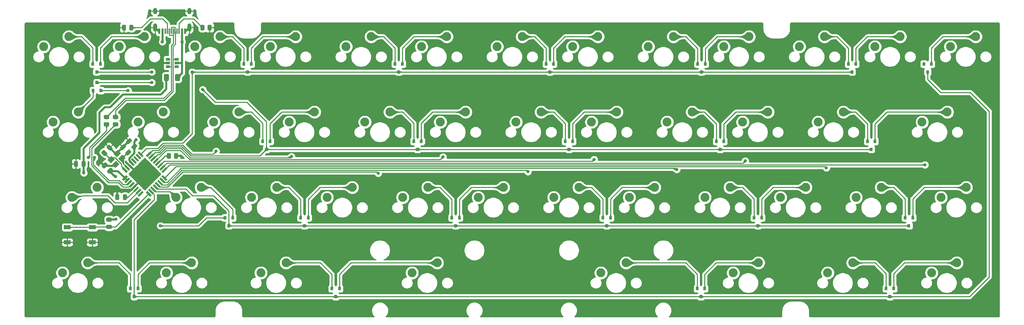
<source format=gbr>
%TF.GenerationSoftware,KiCad,Pcbnew,(5.1.10)-1*%
%TF.CreationDate,2021-09-06T15:51:21+02:00*%
%TF.ProjectId,vertex,76657274-6578-42e6-9b69-6361645f7063,rev?*%
%TF.SameCoordinates,Original*%
%TF.FileFunction,Copper,L2,Bot*%
%TF.FilePolarity,Positive*%
%FSLAX46Y46*%
G04 Gerber Fmt 4.6, Leading zero omitted, Abs format (unit mm)*
G04 Created by KiCad (PCBNEW (5.1.10)-1) date 2021-09-06 15:51:21*
%MOMM*%
%LPD*%
G01*
G04 APERTURE LIST*
%TA.AperFunction,ComponentPad*%
%ADD10C,2.250000*%
%TD*%
%TA.AperFunction,SMDPad,CuDef*%
%ADD11C,0.100000*%
%TD*%
%TA.AperFunction,SMDPad,CuDef*%
%ADD12R,0.600000X1.450000*%
%TD*%
%TA.AperFunction,SMDPad,CuDef*%
%ADD13R,0.300000X1.450000*%
%TD*%
%TA.AperFunction,ComponentPad*%
%ADD14O,1.000000X2.100000*%
%TD*%
%TA.AperFunction,ComponentPad*%
%ADD15O,1.000000X1.600000*%
%TD*%
%TA.AperFunction,SMDPad,CuDef*%
%ADD16R,1.060000X0.650000*%
%TD*%
%TA.AperFunction,SMDPad,CuDef*%
%ADD17R,1.700000X1.000000*%
%TD*%
%TA.AperFunction,SMDPad,CuDef*%
%ADD18R,0.800000X0.900000*%
%TD*%
%TA.AperFunction,ViaPad*%
%ADD19C,0.800000*%
%TD*%
%TA.AperFunction,Conductor*%
%ADD20C,0.500000*%
%TD*%
%TA.AperFunction,Conductor*%
%ADD21C,0.250000*%
%TD*%
%TA.AperFunction,Conductor*%
%ADD22C,0.100000*%
%TD*%
%TA.AperFunction,Conductor*%
%ADD23C,0.025400*%
%TD*%
G04 APERTURE END LIST*
D10*
%TO.P,MX23,2*%
%TO.N,Net-(D12-Pad2)*%
X214471250Y-79851250D03*
%TO.P,MX23,1*%
%TO.N,col9*%
X208121250Y-82391250D03*
%TD*%
%TO.P,C7,2*%
%TO.N,GND*%
%TA.AperFunction,SMDPad,CuDef*%
G36*
G01*
X52595678Y-88753927D02*
X51923927Y-89425678D01*
G75*
G02*
X51570373Y-89425678I-176777J176777D01*
G01*
X51216820Y-89072125D01*
G75*
G02*
X51216820Y-88718571I176777J176777D01*
G01*
X51888571Y-88046820D01*
G75*
G02*
X52242125Y-88046820I176777J-176777D01*
G01*
X52595678Y-88400373D01*
G75*
G02*
X52595678Y-88753927I-176777J-176777D01*
G01*
G37*
%TD.AperFunction*%
%TO.P,C7,1*%
%TO.N,Net-(C7-Pad1)*%
%TA.AperFunction,SMDPad,CuDef*%
G36*
G01*
X53939180Y-90097429D02*
X53267429Y-90769180D01*
G75*
G02*
X52913875Y-90769180I-176777J176777D01*
G01*
X52560322Y-90415627D01*
G75*
G02*
X52560322Y-90062073I176777J176777D01*
G01*
X53232073Y-89390322D01*
G75*
G02*
X53585627Y-89390322I176777J-176777D01*
G01*
X53939180Y-89743875D01*
G75*
G02*
X53939180Y-90097429I-176777J-176777D01*
G01*
G37*
%TD.AperFunction*%
%TD*%
%TO.P,MX45,2*%
%TO.N,Net-(D23-Pad2)*%
X262096250Y-117951250D03*
%TO.P,MX45,1*%
%TO.N,col10*%
X255746250Y-120491250D03*
%TD*%
%TO.P,MX44,2*%
%TO.N,Net-(D23-Pad2)*%
X235902500Y-117951250D03*
%TO.P,MX44,1*%
%TO.N,col9*%
X229552500Y-120491250D03*
%TD*%
%TO.P,MX43,2*%
%TO.N,Net-(D22-Pad2)*%
X212090000Y-117951250D03*
%TO.P,MX43,1*%
%TO.N,col8*%
X205740000Y-120491250D03*
%TD*%
%TO.P,MX42,2*%
%TO.N,Net-(D22-Pad2)*%
X178752500Y-117951250D03*
%TO.P,MX42,1*%
%TO.N,col7*%
X172402500Y-120491250D03*
%TD*%
%TO.P,MX41,2*%
%TO.N,Net-(D21-Pad2)*%
X131127500Y-117951250D03*
%TO.P,MX41,1*%
%TO.N,col4*%
X124777500Y-120491250D03*
%TD*%
%TO.P,MX40,2*%
%TO.N,Net-(D21-Pad2)*%
X93027500Y-117951250D03*
%TO.P,MX40,1*%
%TO.N,col2*%
X86677500Y-120491250D03*
%TD*%
%TO.P,MX39,2*%
%TO.N,Net-(D20-Pad2)*%
X69215000Y-117951250D03*
%TO.P,MX39,1*%
%TO.N,col1*%
X62865000Y-120491250D03*
%TD*%
%TO.P,MX38,2*%
%TO.N,Net-(D20-Pad2)*%
X43021250Y-117951250D03*
%TO.P,MX38,1*%
%TO.N,col0*%
X36671250Y-120491250D03*
%TD*%
%TO.P,MX37,2*%
%TO.N,Net-(D19-Pad2)*%
X264477500Y-98901250D03*
%TO.P,MX37,1*%
%TO.N,col11*%
X258127500Y-101441250D03*
%TD*%
%TO.P,MX26,2*%
%TO.N,Net-(D14-Pad2)*%
X45402500Y-98901250D03*
%TO.P,MX26,1*%
%TO.N,col0*%
X39052500Y-101441250D03*
%TD*%
%TO.P,MX25,2*%
%TO.N,Net-(D13-Pad2)*%
X259715000Y-79851250D03*
%TO.P,MX25,1*%
%TO.N,col11*%
X253365000Y-82391250D03*
%TD*%
%TO.P,MX14,2*%
%TO.N,Net-(D8-Pad2)*%
X40640000Y-79851250D03*
%TO.P,MX14,1*%
%TO.N,col0*%
X34290000Y-82391250D03*
%TD*%
%TO.P,MX35,2*%
%TO.N,Net-(D18-Pad2)*%
X223996250Y-98901250D03*
%TO.P,MX35,1*%
%TO.N,col9*%
X217646250Y-101441250D03*
%TD*%
%TO.P,MX13,2*%
%TO.N,Net-(D7-Pad2)*%
X266858750Y-60801250D03*
%TO.P,MX13,1*%
%TO.N,col11*%
X260508750Y-63341250D03*
%TD*%
%TO.P,MX12,2*%
%TO.N,Net-(D6-Pad2)*%
X247808750Y-60801250D03*
%TO.P,MX12,1*%
%TO.N,col11*%
X241458750Y-63341250D03*
%TD*%
%TO.P,MX10,2*%
%TO.N,Net-(D5-Pad2)*%
X209708750Y-60801250D03*
%TO.P,MX10,1*%
%TO.N,col9*%
X203358750Y-63341250D03*
%TD*%
%TA.AperFunction,SMDPad,CuDef*%
D11*
%TO.P,X1,4*%
%TO.N,GND*%
G36*
X50044512Y-93992097D02*
G01*
X49195984Y-93143569D01*
X50185934Y-92153619D01*
X51034462Y-93002147D01*
X50044512Y-93992097D01*
G37*
%TD.AperFunction*%
%TA.AperFunction,SMDPad,CuDef*%
%TO.P,X1,3*%
%TO.N,Net-(C7-Pad1)*%
G36*
X51600147Y-92436462D02*
G01*
X50751619Y-91587934D01*
X51741569Y-90597984D01*
X52590097Y-91446512D01*
X51600147Y-92436462D01*
G37*
%TD.AperFunction*%
%TA.AperFunction,SMDPad,CuDef*%
%TO.P,X1,2*%
%TO.N,GND*%
G36*
X50398066Y-91234381D02*
G01*
X49549538Y-90385853D01*
X50539488Y-89395903D01*
X51388016Y-90244431D01*
X50398066Y-91234381D01*
G37*
%TD.AperFunction*%
%TA.AperFunction,SMDPad,CuDef*%
%TO.P,X1,1*%
%TO.N,Net-(C6-Pad1)*%
G36*
X48842431Y-92790016D02*
G01*
X47993903Y-91941488D01*
X48983853Y-90951538D01*
X49832381Y-91800066D01*
X48842431Y-92790016D01*
G37*
%TD.AperFunction*%
%TD*%
D12*
%TO.P,USB1,B1*%
%TO.N,GND*%
X67562800Y-59417000D03*
%TO.P,USB1,A9*%
%TO.N,VCC*%
X66762800Y-59417000D03*
%TO.P,USB1,B9*%
X61862800Y-59417000D03*
%TO.P,USB1,B12*%
%TO.N,GND*%
X61062800Y-59417000D03*
%TO.P,USB1,A1*%
X61062800Y-59417000D03*
%TO.P,USB1,A4*%
%TO.N,VCC*%
X61862800Y-59417000D03*
%TO.P,USB1,B4*%
X66762800Y-59417000D03*
%TO.P,USB1,A12*%
%TO.N,GND*%
X67562800Y-59417000D03*
D13*
%TO.P,USB1,B8*%
%TO.N,Net-(USB1-PadB8)*%
X62562800Y-59417000D03*
%TO.P,USB1,A5*%
%TO.N,Net-(R1-Pad2)*%
X63062800Y-59417000D03*
%TO.P,USB1,B7*%
%TO.N,D-*%
X63562800Y-59417000D03*
%TO.P,USB1,A7*%
X64562800Y-59417000D03*
%TO.P,USB1,B6*%
%TO.N,D+*%
X65062800Y-59417000D03*
%TO.P,USB1,A8*%
%TO.N,Net-(USB1-PadA8)*%
X65562800Y-59417000D03*
%TO.P,USB1,B5*%
%TO.N,Net-(R2-Pad2)*%
X66062800Y-59417000D03*
%TO.P,USB1,A6*%
%TO.N,D+*%
X64062800Y-59417000D03*
D14*
%TO.P,USB1,S1*%
%TO.N,GND*%
X68632800Y-58502000D03*
X59992800Y-58502000D03*
D15*
X59992800Y-54322000D03*
X68632800Y-54322000D03*
%TD*%
D16*
%TO.P,U2,5*%
%TO.N,VCC*%
X65412800Y-67437000D03*
%TO.P,U2,6*%
%TO.N,Net-(U2-Pad6)*%
X65412800Y-68387000D03*
%TO.P,U2,4*%
%TO.N,D+*%
X65412800Y-66487000D03*
%TO.P,U2,3*%
%TO.N,Net-(U2-Pad3)*%
X63212800Y-66487000D03*
%TO.P,U2,2*%
%TO.N,GND*%
X63212800Y-67437000D03*
%TO.P,U2,1*%
%TO.N,D-*%
X63212800Y-68387000D03*
%TD*%
%TA.AperFunction,SMDPad,CuDef*%
D11*
%TO.P,U1,32*%
%TO.N,+5V*%
G36*
X52790128Y-95769165D02*
G01*
X53179037Y-96158074D01*
X52047666Y-97289445D01*
X51658757Y-96900536D01*
X52790128Y-95769165D01*
G37*
%TD.AperFunction*%
%TA.AperFunction,SMDPad,CuDef*%
%TO.P,U1,31*%
G36*
X53355814Y-96334850D02*
G01*
X53744723Y-96723759D01*
X52613352Y-97855130D01*
X52224443Y-97466221D01*
X53355814Y-96334850D01*
G37*
%TD.AperFunction*%
%TA.AperFunction,SMDPad,CuDef*%
%TO.P,U1,30*%
%TO.N,Net-(R4-Pad2)*%
G36*
X53921499Y-96900536D02*
G01*
X54310408Y-97289445D01*
X53179037Y-98420816D01*
X52790128Y-98031907D01*
X53921499Y-96900536D01*
G37*
%TD.AperFunction*%
%TA.AperFunction,SMDPad,CuDef*%
%TO.P,U1,29*%
%TO.N,Net-(R3-Pad2)*%
G36*
X54487184Y-97466221D02*
G01*
X54876093Y-97855130D01*
X53744722Y-98986501D01*
X53355813Y-98597592D01*
X54487184Y-97466221D01*
G37*
%TD.AperFunction*%
%TA.AperFunction,SMDPad,CuDef*%
%TO.P,U1,28*%
%TO.N,GND*%
G36*
X55052870Y-98031907D02*
G01*
X55441779Y-98420816D01*
X54310408Y-99552187D01*
X53921499Y-99163278D01*
X55052870Y-98031907D01*
G37*
%TD.AperFunction*%
%TA.AperFunction,SMDPad,CuDef*%
%TO.P,U1,27*%
%TO.N,Net-(C5-Pad1)*%
G36*
X55618555Y-98597592D02*
G01*
X56007464Y-98986501D01*
X54876093Y-100117872D01*
X54487184Y-99728963D01*
X55618555Y-98597592D01*
G37*
%TD.AperFunction*%
%TA.AperFunction,SMDPad,CuDef*%
%TO.P,U1,26*%
%TO.N,col0*%
G36*
X56184241Y-99163277D02*
G01*
X56573150Y-99552186D01*
X55441779Y-100683557D01*
X55052870Y-100294648D01*
X56184241Y-99163277D01*
G37*
%TD.AperFunction*%
%TA.AperFunction,SMDPad,CuDef*%
%TO.P,U1,25*%
%TO.N,Net-(U1-Pad25)*%
G36*
X56749926Y-99728963D02*
G01*
X57138835Y-100117872D01*
X56007464Y-101249243D01*
X55618555Y-100860334D01*
X56749926Y-99728963D01*
G37*
%TD.AperFunction*%
%TA.AperFunction,SMDPad,CuDef*%
%TO.P,U1,24*%
%TO.N,Net-(R6-Pad1)*%
G36*
X57669165Y-100117872D02*
G01*
X58058074Y-99728963D01*
X59189445Y-100860334D01*
X58800536Y-101249243D01*
X57669165Y-100117872D01*
G37*
%TD.AperFunction*%
%TA.AperFunction,SMDPad,CuDef*%
%TO.P,U1,23*%
%TO.N,row3*%
G36*
X58234850Y-99552186D02*
G01*
X58623759Y-99163277D01*
X59755130Y-100294648D01*
X59366221Y-100683557D01*
X58234850Y-99552186D01*
G37*
%TD.AperFunction*%
%TA.AperFunction,SMDPad,CuDef*%
%TO.P,U1,22*%
%TO.N,col1*%
G36*
X58800536Y-98986501D02*
G01*
X59189445Y-98597592D01*
X60320816Y-99728963D01*
X59931907Y-100117872D01*
X58800536Y-98986501D01*
G37*
%TD.AperFunction*%
%TA.AperFunction,SMDPad,CuDef*%
%TO.P,U1,21*%
%TO.N,row2*%
G36*
X59366221Y-98420816D02*
G01*
X59755130Y-98031907D01*
X60886501Y-99163278D01*
X60497592Y-99552187D01*
X59366221Y-98420816D01*
G37*
%TD.AperFunction*%
%TA.AperFunction,SMDPad,CuDef*%
%TO.P,U1,20*%
%TO.N,col4*%
G36*
X59931907Y-97855130D02*
G01*
X60320816Y-97466221D01*
X61452187Y-98597592D01*
X61063278Y-98986501D01*
X59931907Y-97855130D01*
G37*
%TD.AperFunction*%
%TA.AperFunction,SMDPad,CuDef*%
%TO.P,U1,19*%
%TO.N,col6*%
G36*
X60497592Y-97289445D02*
G01*
X60886501Y-96900536D01*
X62017872Y-98031907D01*
X61628963Y-98420816D01*
X60497592Y-97289445D01*
G37*
%TD.AperFunction*%
%TA.AperFunction,SMDPad,CuDef*%
%TO.P,U1,18*%
%TO.N,col8*%
G36*
X61063277Y-96723759D02*
G01*
X61452186Y-96334850D01*
X62583557Y-97466221D01*
X62194648Y-97855130D01*
X61063277Y-96723759D01*
G37*
%TD.AperFunction*%
%TA.AperFunction,SMDPad,CuDef*%
%TO.P,U1,17*%
%TO.N,col10*%
G36*
X61628963Y-96158074D02*
G01*
X62017872Y-95769165D01*
X63149243Y-96900536D01*
X62760334Y-97289445D01*
X61628963Y-96158074D01*
G37*
%TD.AperFunction*%
%TA.AperFunction,SMDPad,CuDef*%
%TO.P,U1,16*%
%TO.N,col11*%
G36*
X62760334Y-93718555D02*
G01*
X63149243Y-94107464D01*
X62017872Y-95238835D01*
X61628963Y-94849926D01*
X62760334Y-93718555D01*
G37*
%TD.AperFunction*%
%TA.AperFunction,SMDPad,CuDef*%
%TO.P,U1,15*%
%TO.N,col9*%
G36*
X62194648Y-93152870D02*
G01*
X62583557Y-93541779D01*
X61452186Y-94673150D01*
X61063277Y-94284241D01*
X62194648Y-93152870D01*
G37*
%TD.AperFunction*%
%TA.AperFunction,SMDPad,CuDef*%
%TO.P,U1,14*%
%TO.N,col7*%
G36*
X61628963Y-92587184D02*
G01*
X62017872Y-92976093D01*
X60886501Y-94107464D01*
X60497592Y-93718555D01*
X61628963Y-92587184D01*
G37*
%TD.AperFunction*%
%TA.AperFunction,SMDPad,CuDef*%
%TO.P,U1,13*%
%TO.N,Net-(R5-Pad2)*%
G36*
X61063278Y-92021499D02*
G01*
X61452187Y-92410408D01*
X60320816Y-93541779D01*
X59931907Y-93152870D01*
X61063278Y-92021499D01*
G37*
%TD.AperFunction*%
%TA.AperFunction,SMDPad,CuDef*%
%TO.P,U1,12*%
%TO.N,col5*%
G36*
X60497592Y-91455813D02*
G01*
X60886501Y-91844722D01*
X59755130Y-92976093D01*
X59366221Y-92587184D01*
X60497592Y-91455813D01*
G37*
%TD.AperFunction*%
%TA.AperFunction,SMDPad,CuDef*%
%TO.P,U1,11*%
%TO.N,col3*%
G36*
X59931907Y-90890128D02*
G01*
X60320816Y-91279037D01*
X59189445Y-92410408D01*
X58800536Y-92021499D01*
X59931907Y-90890128D01*
G37*
%TD.AperFunction*%
%TA.AperFunction,SMDPad,CuDef*%
%TO.P,U1,10*%
%TO.N,row1*%
G36*
X59366221Y-90324443D02*
G01*
X59755130Y-90713352D01*
X58623759Y-91844723D01*
X58234850Y-91455814D01*
X59366221Y-90324443D01*
G37*
%TD.AperFunction*%
%TA.AperFunction,SMDPad,CuDef*%
%TO.P,U1,9*%
%TO.N,col2*%
G36*
X58800536Y-89758757D02*
G01*
X59189445Y-90147666D01*
X58058074Y-91279037D01*
X57669165Y-90890128D01*
X58800536Y-89758757D01*
G37*
%TD.AperFunction*%
%TA.AperFunction,SMDPad,CuDef*%
%TO.P,U1,8*%
%TO.N,row0*%
G36*
X55618555Y-90147666D02*
G01*
X56007464Y-89758757D01*
X57138835Y-90890128D01*
X56749926Y-91279037D01*
X55618555Y-90147666D01*
G37*
%TD.AperFunction*%
%TA.AperFunction,SMDPad,CuDef*%
%TO.P,U1,7*%
%TO.N,Net-(U1-Pad7)*%
G36*
X55052870Y-90713352D02*
G01*
X55441779Y-90324443D01*
X56573150Y-91455814D01*
X56184241Y-91844723D01*
X55052870Y-90713352D01*
G37*
%TD.AperFunction*%
%TA.AperFunction,SMDPad,CuDef*%
%TO.P,U1,6*%
%TO.N,Net-(U1-Pad6)*%
G36*
X54487184Y-91279037D02*
G01*
X54876093Y-90890128D01*
X56007464Y-92021499D01*
X55618555Y-92410408D01*
X54487184Y-91279037D01*
G37*
%TD.AperFunction*%
%TA.AperFunction,SMDPad,CuDef*%
%TO.P,U1,5*%
%TO.N,Net-(U1-Pad5)*%
G36*
X53921499Y-91844722D02*
G01*
X54310408Y-91455813D01*
X55441779Y-92587184D01*
X55052870Y-92976093D01*
X53921499Y-91844722D01*
G37*
%TD.AperFunction*%
%TA.AperFunction,SMDPad,CuDef*%
%TO.P,U1,4*%
%TO.N,+5V*%
G36*
X53355813Y-92410408D02*
G01*
X53744722Y-92021499D01*
X54876093Y-93152870D01*
X54487184Y-93541779D01*
X53355813Y-92410408D01*
G37*
%TD.AperFunction*%
%TA.AperFunction,SMDPad,CuDef*%
%TO.P,U1,3*%
%TO.N,GND*%
G36*
X52790128Y-92976093D02*
G01*
X53179037Y-92587184D01*
X54310408Y-93718555D01*
X53921499Y-94107464D01*
X52790128Y-92976093D01*
G37*
%TD.AperFunction*%
%TA.AperFunction,SMDPad,CuDef*%
%TO.P,U1,2*%
%TO.N,Net-(C7-Pad1)*%
G36*
X52224443Y-93541779D02*
G01*
X52613352Y-93152870D01*
X53744723Y-94284241D01*
X53355814Y-94673150D01*
X52224443Y-93541779D01*
G37*
%TD.AperFunction*%
%TA.AperFunction,SMDPad,CuDef*%
%TO.P,U1,1*%
%TO.N,Net-(C6-Pad1)*%
G36*
X51658757Y-94107464D02*
G01*
X52047666Y-93718555D01*
X53179037Y-94849926D01*
X52790128Y-95238835D01*
X51658757Y-94107464D01*
G37*
%TD.AperFunction*%
%TD*%
D17*
%TO.P,RESET,2*%
%TO.N,Net-(R6-Pad1)*%
X44171000Y-108971000D03*
X37871000Y-108971000D03*
%TO.P,RESET,1*%
%TO.N,GND*%
X44171000Y-112771000D03*
X37871000Y-112771000D03*
%TD*%
%TO.P,R6,2*%
%TO.N,+5V*%
%TA.AperFunction,SMDPad,CuDef*%
G36*
G01*
X48837002Y-107550000D02*
X47936998Y-107550000D01*
G75*
G02*
X47687000Y-107300002I0J249998D01*
G01*
X47687000Y-106774998D01*
G75*
G02*
X47936998Y-106525000I249998J0D01*
G01*
X48837002Y-106525000D01*
G75*
G02*
X49087000Y-106774998I0J-249998D01*
G01*
X49087000Y-107300002D01*
G75*
G02*
X48837002Y-107550000I-249998J0D01*
G01*
G37*
%TD.AperFunction*%
%TO.P,R6,1*%
%TO.N,Net-(R6-Pad1)*%
%TA.AperFunction,SMDPad,CuDef*%
G36*
G01*
X48837002Y-109375000D02*
X47936998Y-109375000D01*
G75*
G02*
X47687000Y-109125002I0J249998D01*
G01*
X47687000Y-108599998D01*
G75*
G02*
X47936998Y-108350000I249998J0D01*
G01*
X48837002Y-108350000D01*
G75*
G02*
X49087000Y-108599998I0J-249998D01*
G01*
X49087000Y-109125002D01*
G75*
G02*
X48837002Y-109375000I-249998J0D01*
G01*
G37*
%TD.AperFunction*%
%TD*%
%TO.P,R5,2*%
%TO.N,Net-(R5-Pad2)*%
%TA.AperFunction,SMDPad,CuDef*%
G36*
G01*
X63989000Y-90481998D02*
X63989000Y-91382002D01*
G75*
G02*
X63739002Y-91632000I-249998J0D01*
G01*
X63213998Y-91632000D01*
G75*
G02*
X62964000Y-91382002I0J249998D01*
G01*
X62964000Y-90481998D01*
G75*
G02*
X63213998Y-90232000I249998J0D01*
G01*
X63739002Y-90232000D01*
G75*
G02*
X63989000Y-90481998I0J-249998D01*
G01*
G37*
%TD.AperFunction*%
%TO.P,R5,1*%
%TO.N,GND*%
%TA.AperFunction,SMDPad,CuDef*%
G36*
G01*
X65814000Y-90481998D02*
X65814000Y-91382002D01*
G75*
G02*
X65564002Y-91632000I-249998J0D01*
G01*
X65038998Y-91632000D01*
G75*
G02*
X64789000Y-91382002I0J249998D01*
G01*
X64789000Y-90481998D01*
G75*
G02*
X65038998Y-90232000I249998J0D01*
G01*
X65564002Y-90232000D01*
G75*
G02*
X65814000Y-90481998I0J-249998D01*
G01*
G37*
%TD.AperFunction*%
%TD*%
%TO.P,R4,2*%
%TO.N,Net-(R4-Pad2)*%
%TA.AperFunction,SMDPad,CuDef*%
G36*
G01*
X47301998Y-82442000D02*
X48202002Y-82442000D01*
G75*
G02*
X48452000Y-82691998I0J-249998D01*
G01*
X48452000Y-83217002D01*
G75*
G02*
X48202002Y-83467000I-249998J0D01*
G01*
X47301998Y-83467000D01*
G75*
G02*
X47052000Y-83217002I0J249998D01*
G01*
X47052000Y-82691998D01*
G75*
G02*
X47301998Y-82442000I249998J0D01*
G01*
G37*
%TD.AperFunction*%
%TO.P,R4,1*%
%TO.N,D-*%
%TA.AperFunction,SMDPad,CuDef*%
G36*
G01*
X47301998Y-80617000D02*
X48202002Y-80617000D01*
G75*
G02*
X48452000Y-80866998I0J-249998D01*
G01*
X48452000Y-81392002D01*
G75*
G02*
X48202002Y-81642000I-249998J0D01*
G01*
X47301998Y-81642000D01*
G75*
G02*
X47052000Y-81392002I0J249998D01*
G01*
X47052000Y-80866998D01*
G75*
G02*
X47301998Y-80617000I249998J0D01*
G01*
G37*
%TD.AperFunction*%
%TD*%
%TO.P,R3,2*%
%TO.N,Net-(R3-Pad2)*%
%TA.AperFunction,SMDPad,CuDef*%
G36*
G01*
X49587998Y-82442000D02*
X50488002Y-82442000D01*
G75*
G02*
X50738000Y-82691998I0J-249998D01*
G01*
X50738000Y-83217002D01*
G75*
G02*
X50488002Y-83467000I-249998J0D01*
G01*
X49587998Y-83467000D01*
G75*
G02*
X49338000Y-83217002I0J249998D01*
G01*
X49338000Y-82691998D01*
G75*
G02*
X49587998Y-82442000I249998J0D01*
G01*
G37*
%TD.AperFunction*%
%TO.P,R3,1*%
%TO.N,D+*%
%TA.AperFunction,SMDPad,CuDef*%
G36*
G01*
X49587998Y-80617000D02*
X50488002Y-80617000D01*
G75*
G02*
X50738000Y-80866998I0J-249998D01*
G01*
X50738000Y-81392002D01*
G75*
G02*
X50488002Y-81642000I-249998J0D01*
G01*
X49587998Y-81642000D01*
G75*
G02*
X49338000Y-81392002I0J249998D01*
G01*
X49338000Y-80866998D01*
G75*
G02*
X49587998Y-80617000I249998J0D01*
G01*
G37*
%TD.AperFunction*%
%TD*%
%TO.P,R2,2*%
%TO.N,Net-(R2-Pad2)*%
%TA.AperFunction,SMDPad,CuDef*%
G36*
G01*
X72447200Y-58071598D02*
X72447200Y-58971602D01*
G75*
G02*
X72197202Y-59221600I-249998J0D01*
G01*
X71672198Y-59221600D01*
G75*
G02*
X71422200Y-58971602I0J249998D01*
G01*
X71422200Y-58071598D01*
G75*
G02*
X71672198Y-57821600I249998J0D01*
G01*
X72197202Y-57821600D01*
G75*
G02*
X72447200Y-58071598I0J-249998D01*
G01*
G37*
%TD.AperFunction*%
%TO.P,R2,1*%
%TO.N,GND*%
%TA.AperFunction,SMDPad,CuDef*%
G36*
G01*
X74272200Y-58071598D02*
X74272200Y-58971602D01*
G75*
G02*
X74022202Y-59221600I-249998J0D01*
G01*
X73497198Y-59221600D01*
G75*
G02*
X73247200Y-58971602I0J249998D01*
G01*
X73247200Y-58071598D01*
G75*
G02*
X73497198Y-57821600I249998J0D01*
G01*
X74022202Y-57821600D01*
G75*
G02*
X74272200Y-58071598I0J-249998D01*
G01*
G37*
%TD.AperFunction*%
%TD*%
%TO.P,R1,2*%
%TO.N,Net-(R1-Pad2)*%
%TA.AperFunction,SMDPad,CuDef*%
G36*
G01*
X53486000Y-58971602D02*
X53486000Y-58071598D01*
G75*
G02*
X53735998Y-57821600I249998J0D01*
G01*
X54261002Y-57821600D01*
G75*
G02*
X54511000Y-58071598I0J-249998D01*
G01*
X54511000Y-58971602D01*
G75*
G02*
X54261002Y-59221600I-249998J0D01*
G01*
X53735998Y-59221600D01*
G75*
G02*
X53486000Y-58971602I0J249998D01*
G01*
G37*
%TD.AperFunction*%
%TO.P,R1,1*%
%TO.N,GND*%
%TA.AperFunction,SMDPad,CuDef*%
G36*
G01*
X51661000Y-58971602D02*
X51661000Y-58071598D01*
G75*
G02*
X51910998Y-57821600I249998J0D01*
G01*
X52436002Y-57821600D01*
G75*
G02*
X52686000Y-58071598I0J-249998D01*
G01*
X52686000Y-58971602D01*
G75*
G02*
X52436002Y-59221600I-249998J0D01*
G01*
X51910998Y-59221600D01*
G75*
G02*
X51661000Y-58971602I0J249998D01*
G01*
G37*
%TD.AperFunction*%
%TD*%
D10*
%TO.P,MX36,2*%
%TO.N,Net-(D19-Pad2)*%
X243046250Y-98901250D03*
%TO.P,MX36,1*%
%TO.N,col10*%
X236696250Y-101441250D03*
%TD*%
%TO.P,MX34,2*%
%TO.N,Net-(D18-Pad2)*%
X204946250Y-98901250D03*
%TO.P,MX34,1*%
%TO.N,col8*%
X198596250Y-101441250D03*
%TD*%
%TO.P,MX33,2*%
%TO.N,Net-(D17-Pad2)*%
X185896250Y-98901250D03*
%TO.P,MX33,1*%
%TO.N,col7*%
X179546250Y-101441250D03*
%TD*%
%TO.P,MX32,2*%
%TO.N,Net-(D17-Pad2)*%
X166846250Y-98901250D03*
%TO.P,MX32,1*%
%TO.N,col6*%
X160496250Y-101441250D03*
%TD*%
%TO.P,MX31,2*%
%TO.N,Net-(D16-Pad2)*%
X147796250Y-98901250D03*
%TO.P,MX31,1*%
%TO.N,col5*%
X141446250Y-101441250D03*
%TD*%
%TO.P,MX30,2*%
%TO.N,Net-(D16-Pad2)*%
X128746250Y-98901250D03*
%TO.P,MX30,1*%
%TO.N,col4*%
X122396250Y-101441250D03*
%TD*%
%TO.P,MX29,2*%
%TO.N,Net-(D15-Pad2)*%
X109696250Y-98901250D03*
%TO.P,MX29,1*%
%TO.N,col3*%
X103346250Y-101441250D03*
%TD*%
%TO.P,MX28,2*%
%TO.N,Net-(D15-Pad2)*%
X90646250Y-98901250D03*
%TO.P,MX28,1*%
%TO.N,col2*%
X84296250Y-101441250D03*
%TD*%
%TO.P,MX27,2*%
%TO.N,Net-(D14-Pad2)*%
X71596250Y-98901250D03*
%TO.P,MX27,1*%
%TO.N,col1*%
X65246250Y-101441250D03*
%TD*%
%TO.P,MX24,2*%
%TO.N,Net-(D13-Pad2)*%
X233521250Y-79851250D03*
%TO.P,MX24,1*%
%TO.N,col10*%
X227171250Y-82391250D03*
%TD*%
%TO.P,MX22,2*%
%TO.N,Net-(D12-Pad2)*%
X195421250Y-79851250D03*
%TO.P,MX22,1*%
%TO.N,col8*%
X189071250Y-82391250D03*
%TD*%
%TO.P,MX21,2*%
%TO.N,Net-(D11-Pad2)*%
X176371250Y-79851250D03*
%TO.P,MX21,1*%
%TO.N,col7*%
X170021250Y-82391250D03*
%TD*%
%TO.P,MX20,2*%
%TO.N,Net-(D11-Pad2)*%
X157321250Y-79851250D03*
%TO.P,MX20,1*%
%TO.N,col6*%
X150971250Y-82391250D03*
%TD*%
%TO.P,MX19,2*%
%TO.N,Net-(D10-Pad2)*%
X138271250Y-79851250D03*
%TO.P,MX19,1*%
%TO.N,col5*%
X131921250Y-82391250D03*
%TD*%
%TO.P,MX18,2*%
%TO.N,Net-(D10-Pad2)*%
X119221250Y-79851250D03*
%TO.P,MX18,1*%
%TO.N,col4*%
X112871250Y-82391250D03*
%TD*%
%TO.P,MX17,2*%
%TO.N,Net-(D9-Pad2)*%
X100171250Y-79851250D03*
%TO.P,MX17,1*%
%TO.N,col3*%
X93821250Y-82391250D03*
%TD*%
%TO.P,MX16,2*%
%TO.N,Net-(D9-Pad2)*%
X81121250Y-79851250D03*
%TO.P,MX16,1*%
%TO.N,col2*%
X74771250Y-82391250D03*
%TD*%
%TO.P,MX15,2*%
%TO.N,Net-(D8-Pad2)*%
X62071250Y-79851250D03*
%TO.P,MX15,1*%
%TO.N,col1*%
X55721250Y-82391250D03*
%TD*%
%TO.P,MX11,2*%
%TO.N,Net-(D6-Pad2)*%
X228758750Y-60801250D03*
%TO.P,MX11,1*%
%TO.N,col10*%
X222408750Y-63341250D03*
%TD*%
%TO.P,MX9,2*%
%TO.N,Net-(D5-Pad2)*%
X190658750Y-60801250D03*
%TO.P,MX9,1*%
%TO.N,col8*%
X184308750Y-63341250D03*
%TD*%
%TO.P,MX8,2*%
%TO.N,Net-(D4-Pad2)*%
X171608750Y-60801250D03*
%TO.P,MX8,1*%
%TO.N,col7*%
X165258750Y-63341250D03*
%TD*%
%TO.P,MX7,2*%
%TO.N,Net-(D4-Pad2)*%
X152558750Y-60801250D03*
%TO.P,MX7,1*%
%TO.N,col6*%
X146208750Y-63341250D03*
%TD*%
%TO.P,MX6,2*%
%TO.N,Net-(D3-Pad2)*%
X133508750Y-60801250D03*
%TO.P,MX6,1*%
%TO.N,col5*%
X127158750Y-63341250D03*
%TD*%
%TO.P,MX5,2*%
%TO.N,Net-(D3-Pad2)*%
X114458750Y-60801250D03*
%TO.P,MX5,1*%
%TO.N,col4*%
X108108750Y-63341250D03*
%TD*%
%TO.P,MX4,2*%
%TO.N,Net-(D2-Pad2)*%
X95408750Y-60801250D03*
%TO.P,MX4,1*%
%TO.N,col3*%
X89058750Y-63341250D03*
%TD*%
%TO.P,MX3,2*%
%TO.N,Net-(D2-Pad2)*%
X76358750Y-60801250D03*
%TO.P,MX3,1*%
%TO.N,col2*%
X70008750Y-63341250D03*
%TD*%
%TO.P,MX2,2*%
%TO.N,Net-(D1-Pad2)*%
X57308750Y-60801250D03*
%TO.P,MX2,1*%
%TO.N,col1*%
X50958750Y-63341250D03*
%TD*%
%TO.P,MX1,2*%
%TO.N,Net-(D1-Pad2)*%
X38258750Y-60801250D03*
%TO.P,MX1,1*%
%TO.N,col0*%
X31908750Y-63341250D03*
%TD*%
%TO.P,F1,2*%
%TO.N,VCC*%
%TA.AperFunction,SMDPad,CuDef*%
G36*
G01*
X65037000Y-71745000D02*
X65037000Y-70495000D01*
G75*
G02*
X65287000Y-70245000I250000J0D01*
G01*
X66037000Y-70245000D01*
G75*
G02*
X66287000Y-70495000I0J-250000D01*
G01*
X66287000Y-71745000D01*
G75*
G02*
X66037000Y-71995000I-250000J0D01*
G01*
X65287000Y-71995000D01*
G75*
G02*
X65037000Y-71745000I0J250000D01*
G01*
G37*
%TD.AperFunction*%
%TO.P,F1,1*%
%TO.N,+5V*%
%TA.AperFunction,SMDPad,CuDef*%
G36*
G01*
X62237000Y-71745000D02*
X62237000Y-70495000D01*
G75*
G02*
X62487000Y-70245000I250000J0D01*
G01*
X63237000Y-70245000D01*
G75*
G02*
X63487000Y-70495000I0J-250000D01*
G01*
X63487000Y-71745000D01*
G75*
G02*
X63237000Y-71995000I-250000J0D01*
G01*
X62487000Y-71995000D01*
G75*
G02*
X62237000Y-71745000I0J250000D01*
G01*
G37*
%TD.AperFunction*%
%TD*%
D18*
%TO.P,D23,1*%
%TO.N,row3*%
X245237000Y-126476000D03*
%TO.P,D23,2*%
%TO.N,Net-(D23-Pad2)*%
X246187000Y-124476000D03*
X244287000Y-124476000D03*
%TD*%
%TO.P,D22,1*%
%TO.N,row3*%
X197612000Y-126476000D03*
%TO.P,D22,2*%
%TO.N,Net-(D22-Pad2)*%
X198562000Y-124476000D03*
X196662000Y-124476000D03*
%TD*%
%TO.P,D21,1*%
%TO.N,row3*%
X105537000Y-126476000D03*
%TO.P,D21,2*%
%TO.N,Net-(D21-Pad2)*%
X106487000Y-124476000D03*
X104587000Y-124476000D03*
%TD*%
%TO.P,D20,1*%
%TO.N,row3*%
X54737000Y-126460000D03*
%TO.P,D20,2*%
%TO.N,Net-(D20-Pad2)*%
X55687000Y-124460000D03*
X53787000Y-124460000D03*
%TD*%
%TO.P,D19,1*%
%TO.N,row2*%
X250063000Y-108569000D03*
%TO.P,D19,2*%
%TO.N,Net-(D19-Pad2)*%
X251013000Y-106569000D03*
X249113000Y-106569000D03*
%TD*%
%TO.P,D18,1*%
%TO.N,row2*%
X211963000Y-108569000D03*
%TO.P,D18,2*%
%TO.N,Net-(D18-Pad2)*%
X212913000Y-106569000D03*
X211013000Y-106569000D03*
%TD*%
%TO.P,D17,1*%
%TO.N,row2*%
X173863000Y-108569000D03*
%TO.P,D17,2*%
%TO.N,Net-(D17-Pad2)*%
X174813000Y-106569000D03*
X172913000Y-106569000D03*
%TD*%
%TO.P,D16,1*%
%TO.N,row2*%
X135763000Y-108569000D03*
%TO.P,D16,2*%
%TO.N,Net-(D16-Pad2)*%
X136713000Y-106569000D03*
X134813000Y-106569000D03*
%TD*%
%TO.P,D15,1*%
%TO.N,row2*%
X97663000Y-108569000D03*
%TO.P,D15,2*%
%TO.N,Net-(D15-Pad2)*%
X98613000Y-106569000D03*
X96713000Y-106569000D03*
%TD*%
%TO.P,D14,1*%
%TO.N,row2*%
X78613000Y-108569000D03*
%TO.P,D14,2*%
%TO.N,Net-(D14-Pad2)*%
X79563000Y-106569000D03*
X77663000Y-106569000D03*
%TD*%
%TO.P,D13,1*%
%TO.N,row1*%
X240538000Y-89265000D03*
%TO.P,D13,2*%
%TO.N,Net-(D13-Pad2)*%
X241488000Y-87265000D03*
X239588000Y-87265000D03*
%TD*%
%TO.P,D12,1*%
%TO.N,row1*%
X202438000Y-89265000D03*
%TO.P,D12,2*%
%TO.N,Net-(D12-Pad2)*%
X203388000Y-87265000D03*
X201488000Y-87265000D03*
%TD*%
%TO.P,D11,1*%
%TO.N,row1*%
X164338000Y-89265000D03*
%TO.P,D11,2*%
%TO.N,Net-(D11-Pad2)*%
X165288000Y-87265000D03*
X163388000Y-87265000D03*
%TD*%
%TO.P,D10,1*%
%TO.N,row1*%
X126174500Y-89265000D03*
%TO.P,D10,2*%
%TO.N,Net-(D10-Pad2)*%
X127124500Y-87265000D03*
X125224500Y-87265000D03*
%TD*%
%TO.P,D9,1*%
%TO.N,row1*%
X88074500Y-89265000D03*
%TO.P,D9,2*%
%TO.N,Net-(D9-Pad2)*%
X89024500Y-87265000D03*
X87124500Y-87265000D03*
%TD*%
%TO.P,D8,1*%
%TO.N,row1*%
X45339000Y-72406000D03*
%TO.P,D8,2*%
%TO.N,Net-(D8-Pad2)*%
X44389000Y-74406000D03*
X46289000Y-74406000D03*
%TD*%
%TO.P,D7,1*%
%TO.N,row3*%
X254762000Y-69707000D03*
%TO.P,D7,2*%
%TO.N,Net-(D7-Pad2)*%
X255712000Y-67707000D03*
X253812000Y-67707000D03*
%TD*%
%TO.P,D6,1*%
%TO.N,row0*%
X235712000Y-69707000D03*
%TO.P,D6,2*%
%TO.N,Net-(D6-Pad2)*%
X236662000Y-67707000D03*
X234762000Y-67707000D03*
%TD*%
%TO.P,D5,1*%
%TO.N,row0*%
X197739000Y-69707000D03*
%TO.P,D5,2*%
%TO.N,Net-(D5-Pad2)*%
X198689000Y-67707000D03*
X196789000Y-67707000D03*
%TD*%
%TO.P,D4,1*%
%TO.N,row0*%
X159512000Y-69707000D03*
%TO.P,D4,2*%
%TO.N,Net-(D4-Pad2)*%
X160462000Y-67707000D03*
X158562000Y-67707000D03*
%TD*%
%TO.P,D3,1*%
%TO.N,row0*%
X121412000Y-69707000D03*
%TO.P,D3,2*%
%TO.N,Net-(D3-Pad2)*%
X122362000Y-67707000D03*
X120462000Y-67707000D03*
%TD*%
%TO.P,D2,1*%
%TO.N,row0*%
X83312000Y-69707000D03*
%TO.P,D2,2*%
%TO.N,Net-(D2-Pad2)*%
X84262000Y-67707000D03*
X82362000Y-67707000D03*
%TD*%
%TO.P,D1,1*%
%TO.N,row0*%
X45262800Y-69707000D03*
%TO.P,D1,2*%
%TO.N,Net-(D1-Pad2)*%
X46212800Y-67707000D03*
X44312800Y-67707000D03*
%TD*%
%TO.P,C6,2*%
%TO.N,GND*%
%TA.AperFunction,SMDPad,CuDef*%
G36*
G01*
X48533073Y-89552678D02*
X47861322Y-88880927D01*
G75*
G02*
X47861322Y-88527373I176777J176777D01*
G01*
X48214875Y-88173820D01*
G75*
G02*
X48568429Y-88173820I176777J-176777D01*
G01*
X49240180Y-88845571D01*
G75*
G02*
X49240180Y-89199125I-176777J-176777D01*
G01*
X48886627Y-89552678D01*
G75*
G02*
X48533073Y-89552678I-176777J176777D01*
G01*
G37*
%TD.AperFunction*%
%TO.P,C6,1*%
%TO.N,Net-(C6-Pad1)*%
%TA.AperFunction,SMDPad,CuDef*%
G36*
G01*
X47189571Y-90896180D02*
X46517820Y-90224429D01*
G75*
G02*
X46517820Y-89870875I176777J176777D01*
G01*
X46871373Y-89517322D01*
G75*
G02*
X47224927Y-89517322I176777J-176777D01*
G01*
X47896678Y-90189073D01*
G75*
G02*
X47896678Y-90542627I-176777J-176777D01*
G01*
X47543125Y-90896180D01*
G75*
G02*
X47189571Y-90896180I-176777J176777D01*
G01*
G37*
%TD.AperFunction*%
%TD*%
%TO.P,C5,2*%
%TO.N,GND*%
%TA.AperFunction,SMDPad,CuDef*%
G36*
G01*
X50985000Y-100871000D02*
X50985000Y-101821000D01*
G75*
G02*
X50735000Y-102071000I-250000J0D01*
G01*
X50235000Y-102071000D01*
G75*
G02*
X49985000Y-101821000I0J250000D01*
G01*
X49985000Y-100871000D01*
G75*
G02*
X50235000Y-100621000I250000J0D01*
G01*
X50735000Y-100621000D01*
G75*
G02*
X50985000Y-100871000I0J-250000D01*
G01*
G37*
%TD.AperFunction*%
%TO.P,C5,1*%
%TO.N,Net-(C5-Pad1)*%
%TA.AperFunction,SMDPad,CuDef*%
G36*
G01*
X52885000Y-100871000D02*
X52885000Y-101821000D01*
G75*
G02*
X52635000Y-102071000I-250000J0D01*
G01*
X52135000Y-102071000D01*
G75*
G02*
X51885000Y-101821000I0J250000D01*
G01*
X51885000Y-100871000D01*
G75*
G02*
X52135000Y-100621000I250000J0D01*
G01*
X52635000Y-100621000D01*
G75*
G02*
X52885000Y-100871000I0J-250000D01*
G01*
G37*
%TD.AperFunction*%
%TD*%
%TO.P,C3,2*%
%TO.N,GND*%
%TA.AperFunction,SMDPad,CuDef*%
G36*
G01*
X54119678Y-87229927D02*
X53447927Y-87901678D01*
G75*
G02*
X53094373Y-87901678I-176777J176777D01*
G01*
X52740820Y-87548125D01*
G75*
G02*
X52740820Y-87194571I176777J176777D01*
G01*
X53412571Y-86522820D01*
G75*
G02*
X53766125Y-86522820I176777J-176777D01*
G01*
X54119678Y-86876373D01*
G75*
G02*
X54119678Y-87229927I-176777J-176777D01*
G01*
G37*
%TD.AperFunction*%
%TO.P,C3,1*%
%TO.N,+5V*%
%TA.AperFunction,SMDPad,CuDef*%
G36*
G01*
X55463180Y-88573429D02*
X54791429Y-89245180D01*
G75*
G02*
X54437875Y-89245180I-176777J176777D01*
G01*
X54084322Y-88891627D01*
G75*
G02*
X54084322Y-88538073I176777J176777D01*
G01*
X54756073Y-87866322D01*
G75*
G02*
X55109627Y-87866322I176777J-176777D01*
G01*
X55463180Y-88219875D01*
G75*
G02*
X55463180Y-88573429I-176777J-176777D01*
G01*
G37*
%TD.AperFunction*%
%TD*%
%TO.P,C2,2*%
%TO.N,GND*%
%TA.AperFunction,SMDPad,CuDef*%
G36*
G01*
X47986927Y-93352676D02*
X47315176Y-94024427D01*
G75*
G02*
X46961622Y-94024427I-176777J176777D01*
G01*
X46608069Y-93670874D01*
G75*
G02*
X46608069Y-93317320I176777J176777D01*
G01*
X47279820Y-92645569D01*
G75*
G02*
X47633374Y-92645569I176777J-176777D01*
G01*
X47986927Y-92999122D01*
G75*
G02*
X47986927Y-93352676I-176777J-176777D01*
G01*
G37*
%TD.AperFunction*%
%TO.P,C2,1*%
%TO.N,+5V*%
%TA.AperFunction,SMDPad,CuDef*%
G36*
G01*
X49330429Y-94696178D02*
X48658678Y-95367929D01*
G75*
G02*
X48305124Y-95367929I-176777J176777D01*
G01*
X47951571Y-95014376D01*
G75*
G02*
X47951571Y-94660822I176777J176777D01*
G01*
X48623322Y-93989071D01*
G75*
G02*
X48976876Y-93989071I176777J-176777D01*
G01*
X49330429Y-94342624D01*
G75*
G02*
X49330429Y-94696178I-176777J-176777D01*
G01*
G37*
%TD.AperFunction*%
%TD*%
%TO.P,C1,2*%
%TO.N,GND*%
%TA.AperFunction,SMDPad,CuDef*%
G36*
G01*
X40571000Y-92489000D02*
X40571000Y-93439000D01*
G75*
G02*
X40321000Y-93689000I-250000J0D01*
G01*
X39821000Y-93689000D01*
G75*
G02*
X39571000Y-93439000I0J250000D01*
G01*
X39571000Y-92489000D01*
G75*
G02*
X39821000Y-92239000I250000J0D01*
G01*
X40321000Y-92239000D01*
G75*
G02*
X40571000Y-92489000I0J-250000D01*
G01*
G37*
%TD.AperFunction*%
%TO.P,C1,1*%
%TO.N,+5V*%
%TA.AperFunction,SMDPad,CuDef*%
G36*
G01*
X42471000Y-92489000D02*
X42471000Y-93439000D01*
G75*
G02*
X42221000Y-93689000I-250000J0D01*
G01*
X41721000Y-93689000D01*
G75*
G02*
X41471000Y-93439000I0J250000D01*
G01*
X41471000Y-92489000D01*
G75*
G02*
X41721000Y-92239000I250000J0D01*
G01*
X42221000Y-92239000D01*
G75*
G02*
X42471000Y-92489000I0J-250000D01*
G01*
G37*
%TD.AperFunction*%
%TD*%
D19*
%TO.N,GND*%
X66802000Y-91313000D03*
%TO.N,+5V*%
X42037000Y-95250000D03*
X50038000Y-96139000D03*
X55245000Y-86868000D03*
X50165000Y-106934000D03*
%TO.N,row0*%
X69342000Y-69723000D03*
X59182000Y-69723000D03*
%TO.N,row1*%
X59182000Y-72390000D03*
X72009000Y-74168000D03*
%TO.N,Net-(D8-Pad2)*%
X53213000Y-74422000D03*
%TO.N,Net-(D14-Pad2)*%
X61341000Y-108585000D03*
%TO.N,VCC*%
X61849000Y-62103000D03*
X66802000Y-62103000D03*
%TO.N,col2*%
X75387200Y-89738200D03*
%TO.N,col3*%
X94386400Y-91107020D03*
%TO.N,col4*%
X116268500Y-95313500D03*
%TO.N,col5*%
X132588000Y-91186000D03*
%TO.N,col6*%
X153987500Y-94932500D03*
%TO.N,col7*%
X170688000Y-91821000D03*
%TO.N,col8*%
X191516000Y-94361000D03*
%TO.N,col9*%
X208788000Y-92202000D03*
%TO.N,col10*%
X229235000Y-93980000D03*
%TO.N,col11*%
X254101600Y-93192600D03*
%TO.N,Net-(R4-Pad2)*%
X44724990Y-91313000D03*
X43180000Y-91313000D03*
%TD*%
D20*
%TO.N,GND*%
X60907800Y-59417000D02*
X59992800Y-58502000D01*
X61062800Y-59417000D02*
X60907800Y-59417000D01*
X67717800Y-59417000D02*
X68632800Y-58502000D01*
X67562800Y-59417000D02*
X67717800Y-59417000D01*
X63212800Y-67437000D02*
X62103000Y-67437000D01*
X50002644Y-90315142D02*
X48550751Y-88863249D01*
X50468777Y-90315142D02*
X50002644Y-90315142D01*
X50468777Y-90315142D02*
X50468777Y-90173721D01*
X50468777Y-90173721D02*
X51906249Y-88736249D01*
X51906249Y-88736249D02*
X53430249Y-87212249D01*
X53550268Y-93347324D02*
X53596324Y-93347324D01*
X53596324Y-93347324D02*
X54610000Y-94361000D01*
X54681639Y-98792047D02*
X54750953Y-98792047D01*
X54681639Y-98861361D02*
X53848000Y-99695000D01*
X54681639Y-98792047D02*
X54681639Y-98861361D01*
X54681639Y-98792047D02*
X53778686Y-99695000D01*
X53778686Y-99695000D02*
X51435000Y-99695000D01*
X54750953Y-98792047D02*
X56007000Y-97536000D01*
X47207249Y-93435249D02*
X46355000Y-92583000D01*
X50485000Y-101346000D02*
X50485000Y-100015000D01*
X49752832Y-93435249D02*
X47207249Y-93435249D01*
X50115223Y-93072858D02*
X49752832Y-93435249D01*
X53469324Y-93347324D02*
X52705000Y-92583000D01*
X53550268Y-93347324D02*
X53469324Y-93347324D01*
X52705000Y-92583000D02*
X52705000Y-92329000D01*
X54681639Y-98792047D02*
X54032686Y-99441000D01*
X54032686Y-99441000D02*
X51181000Y-99441000D01*
X66421000Y-90932000D02*
X66802000Y-91313000D01*
X65301500Y-90932000D02*
X66421000Y-90932000D01*
%TO.N,+5V*%
X45974000Y-80010000D02*
X47307500Y-78676500D01*
X47307500Y-78676500D02*
X48704500Y-78676500D01*
X45974000Y-85090000D02*
X45974000Y-80010000D01*
X51943000Y-75438000D02*
X48704500Y-78676500D01*
X61468000Y-75438000D02*
X51943000Y-75438000D01*
X62862000Y-74044000D02*
X61468000Y-75438000D01*
X62862000Y-71120000D02*
X62862000Y-74044000D01*
X41971000Y-92964000D02*
X41971000Y-89093000D01*
X42354500Y-88709500D02*
X45974000Y-85090000D01*
X41971000Y-89093000D02*
X42354500Y-88709500D01*
X41971000Y-95184000D02*
X42037000Y-95250000D01*
X41971000Y-92964000D02*
X41971000Y-95184000D01*
X52418898Y-96529305D02*
X52984583Y-97094990D01*
X52418897Y-96529305D02*
X52418898Y-96529305D01*
X48550751Y-94778751D02*
X50668343Y-94778751D01*
X50668343Y-94778751D02*
X52418897Y-96529305D01*
X49911000Y-96139000D02*
X48550751Y-94778751D01*
X50038000Y-96139000D02*
X49911000Y-96139000D01*
X54773751Y-87339249D02*
X55245000Y-86868000D01*
X54773751Y-88555751D02*
X54773751Y-87339249D01*
X54115953Y-92675587D02*
X53471489Y-92031123D01*
X54773751Y-90260249D02*
X54773751Y-88555751D01*
X54115953Y-92781639D02*
X54115953Y-92675587D01*
X53471489Y-92031123D02*
X53471489Y-91562511D01*
X53471489Y-91562511D02*
X54773751Y-90260249D01*
X50061500Y-107037500D02*
X50165000Y-106934000D01*
X48387000Y-107037500D02*
X50061500Y-107037500D01*
D21*
%TO.N,Net-(C5-Pad1)*%
X55247324Y-99357732D02*
X55201268Y-99357732D01*
X53213000Y-101346000D02*
X53020000Y-101346000D01*
X55201268Y-99357732D02*
X53213000Y-101346000D01*
X52385000Y-101346000D02*
X53213000Y-101346000D01*
%TO.N,Net-(C6-Pad1)*%
X49867753Y-91375802D02*
X49408117Y-91375802D01*
X51562000Y-93621798D02*
X51562000Y-93070048D01*
X51562000Y-93070048D02*
X49867753Y-91375802D01*
X49408117Y-91375802D02*
X48913142Y-91870777D01*
X52418897Y-94478695D02*
X51562000Y-93621798D01*
X48871275Y-91870777D02*
X47207249Y-90206751D01*
X48913142Y-91870777D02*
X48871275Y-91870777D01*
%TO.N,Net-(C7-Pad1)*%
X52984583Y-93913010D02*
X52984583Y-93878583D01*
X53249751Y-90079751D02*
X53108330Y-90079751D01*
X53108330Y-90079751D02*
X51670858Y-91517223D01*
X52984583Y-93913010D02*
X52070000Y-92998427D01*
X52070000Y-91916365D02*
X51670858Y-91517223D01*
X52070000Y-92998427D02*
X52070000Y-91916365D01*
%TO.N,row0*%
X235712000Y-69707000D02*
X197739000Y-69707000D01*
X197739000Y-69707000D02*
X159512000Y-69707000D01*
X159512000Y-69707000D02*
X121412000Y-69707000D01*
X121412000Y-69707000D02*
X83312000Y-69707000D01*
X69358000Y-69707000D02*
X69342000Y-69723000D01*
X83312000Y-69707000D02*
X69358000Y-69707000D01*
X45278800Y-69723000D02*
X45262800Y-69707000D01*
X59182000Y-69723000D02*
X45278800Y-69723000D01*
X62061714Y-87734960D02*
X66951040Y-87734960D01*
X60737837Y-89058837D02*
X62061714Y-87734960D01*
X57838755Y-89058837D02*
X60737837Y-89058837D01*
X56378695Y-90518897D02*
X57838755Y-89058837D01*
X69342000Y-85344000D02*
X66951040Y-87734960D01*
X69342000Y-69723000D02*
X69342000Y-85344000D01*
%TO.N,Net-(D1-Pad2)*%
X46212800Y-67707000D02*
X46212800Y-63642200D01*
X49053750Y-60801250D02*
X57308750Y-60801250D01*
X46212800Y-63642200D02*
X49053750Y-60801250D01*
X44312800Y-67707000D02*
X44312800Y-63616800D01*
X41497250Y-60801250D02*
X38258750Y-60801250D01*
X44312800Y-63616800D02*
X41497250Y-60801250D01*
%TO.N,Net-(D2-Pad2)*%
X84262000Y-67707000D02*
X84262000Y-63693000D01*
X87153750Y-60801250D02*
X95408750Y-60801250D01*
X84262000Y-63693000D02*
X87153750Y-60801250D01*
X82362000Y-67707000D02*
X82362000Y-63693000D01*
X79470250Y-60801250D02*
X76358750Y-60801250D01*
X82362000Y-63693000D02*
X79470250Y-60801250D01*
%TO.N,Net-(D3-Pad2)*%
X122362000Y-67707000D02*
X122362000Y-63693000D01*
X125253750Y-60801250D02*
X133508750Y-60801250D01*
X122362000Y-63693000D02*
X125253750Y-60801250D01*
X120462000Y-67707000D02*
X120462000Y-63693000D01*
X117570250Y-60801250D02*
X114458750Y-60801250D01*
X120462000Y-63693000D02*
X117570250Y-60801250D01*
%TO.N,Net-(D4-Pad2)*%
X160462000Y-67707000D02*
X160462000Y-63693000D01*
X163353750Y-60801250D02*
X171608750Y-60801250D01*
X160462000Y-63693000D02*
X163353750Y-60801250D01*
X158562000Y-67707000D02*
X158562000Y-63693000D01*
X155670250Y-60801250D02*
X152558750Y-60801250D01*
X158562000Y-63693000D02*
X155670250Y-60801250D01*
%TO.N,Net-(D5-Pad2)*%
X198689000Y-67707000D02*
X198689000Y-63820000D01*
X201707750Y-60801250D02*
X209708750Y-60801250D01*
X198689000Y-63820000D02*
X201707750Y-60801250D01*
X196789000Y-67707000D02*
X196789000Y-63820000D01*
X193770250Y-60801250D02*
X190658750Y-60801250D01*
X196789000Y-63820000D02*
X193770250Y-60801250D01*
%TO.N,Net-(D6-Pad2)*%
X236662000Y-67707000D02*
X236662000Y-63693000D01*
X239553750Y-60801250D02*
X247808750Y-60801250D01*
X236662000Y-63693000D02*
X239553750Y-60801250D01*
X234762000Y-67707000D02*
X234762000Y-63693000D01*
X231870250Y-60801250D02*
X228758750Y-60801250D01*
X234762000Y-63693000D02*
X231870250Y-60801250D01*
%TO.N,Net-(D7-Pad2)*%
X255712000Y-67707000D02*
X255712000Y-63693000D01*
X258603750Y-60801250D02*
X266858750Y-60801250D01*
X255712000Y-63693000D02*
X258603750Y-60801250D01*
%TO.N,row1*%
X126174500Y-89265000D02*
X88074500Y-89265000D01*
X164338000Y-89265000D02*
X126174500Y-89265000D01*
X202438000Y-89265000D02*
X164338000Y-89265000D01*
X240538000Y-89265000D02*
X202438000Y-89265000D01*
X59166000Y-72406000D02*
X59182000Y-72390000D01*
X45339000Y-72406000D02*
X59166000Y-72406000D01*
X66793802Y-88634982D02*
X69090820Y-90932000D01*
X60036573Y-90043000D02*
X61026494Y-90043000D01*
X58994990Y-91084583D02*
X60036573Y-90043000D01*
X62434514Y-88634980D02*
X66793802Y-88634982D01*
X61026494Y-90043000D02*
X62434514Y-88634980D01*
X69090820Y-90932000D02*
X86407500Y-90932000D01*
X86407500Y-90932000D02*
X88074500Y-89265000D01*
X88074500Y-89265000D02*
X88074500Y-82296000D01*
X88074500Y-82296000D02*
X83121500Y-77343000D01*
X75184000Y-77343000D02*
X72009000Y-74168000D01*
X83121500Y-77343000D02*
X75184000Y-77343000D01*
%TO.N,Net-(D8-Pad2)*%
X53197000Y-74406000D02*
X53213000Y-74422000D01*
X46289000Y-74406000D02*
X53197000Y-74406000D01*
X44389000Y-76102250D02*
X40640000Y-79851250D01*
X44389000Y-74406000D02*
X44389000Y-76102250D01*
%TO.N,Net-(D9-Pad2)*%
X87124500Y-87265000D02*
X87124500Y-82679500D01*
X84296250Y-79851250D02*
X81121250Y-79851250D01*
X87124500Y-82679500D02*
X84296250Y-79851250D01*
X89024500Y-87265000D02*
X89024500Y-82743000D01*
X91916250Y-79851250D02*
X100171250Y-79851250D01*
X89024500Y-82743000D02*
X91916250Y-79851250D01*
%TO.N,Net-(D10-Pad2)*%
X125224500Y-87265000D02*
X125224500Y-82679500D01*
X122396250Y-79851250D02*
X119221250Y-79851250D01*
X125224500Y-82679500D02*
X122396250Y-79851250D01*
X127124500Y-87265000D02*
X127124500Y-82679500D01*
X129952750Y-79851250D02*
X138271250Y-79851250D01*
X127124500Y-82679500D02*
X129952750Y-79851250D01*
%TO.N,Net-(D11-Pad2)*%
X163388000Y-87265000D02*
X163388000Y-82743000D01*
X160496250Y-79851250D02*
X157321250Y-79851250D01*
X163388000Y-82743000D02*
X160496250Y-79851250D01*
X165288000Y-87265000D02*
X165288000Y-82743000D01*
X168179750Y-79851250D02*
X176371250Y-79851250D01*
X165288000Y-82743000D02*
X168179750Y-79851250D01*
%TO.N,Net-(D12-Pad2)*%
X201488000Y-87265000D02*
X201488000Y-82870000D01*
X198469250Y-79851250D02*
X195421250Y-79851250D01*
X201488000Y-82870000D02*
X198469250Y-79851250D01*
X203388000Y-87265000D02*
X203388000Y-82870000D01*
X206406750Y-79851250D02*
X214471250Y-79851250D01*
X203388000Y-82870000D02*
X206406750Y-79851250D01*
%TO.N,Net-(D13-Pad2)*%
X239588000Y-87265000D02*
X239588000Y-82870000D01*
X236569250Y-79851250D02*
X233521250Y-79851250D01*
X239588000Y-82870000D02*
X236569250Y-79851250D01*
X241488000Y-87265000D02*
X241488000Y-82870000D01*
X244506750Y-79851250D02*
X259715000Y-79851250D01*
X241488000Y-82870000D02*
X244506750Y-79851250D01*
%TO.N,row2*%
X97663000Y-108569000D02*
X78613000Y-108569000D01*
X97663000Y-108569000D02*
X135763000Y-108569000D01*
X173863000Y-108569000D02*
X135763000Y-108569000D01*
X173863000Y-108569000D02*
X211963000Y-108569000D01*
X211963000Y-108569000D02*
X250063000Y-108569000D01*
X60645825Y-99311511D02*
X67815511Y-99311511D01*
X60126361Y-98792047D02*
X60645825Y-99311511D01*
X67815511Y-99311511D02*
X69469000Y-100965000D01*
X69469000Y-100965000D02*
X74803000Y-100965000D01*
X78613000Y-104775000D02*
X78613000Y-108569000D01*
X74803000Y-100965000D02*
X78613000Y-104775000D01*
%TO.N,Net-(D14-Pad2)*%
X64008000Y-108585000D02*
X70993000Y-108585000D01*
X73009000Y-106569000D02*
X77663000Y-106569000D01*
X70993000Y-108585000D02*
X73009000Y-106569000D01*
X64008000Y-108585000D02*
X61341000Y-108585000D01*
X79563000Y-106569000D02*
X79563000Y-104455000D01*
X74009250Y-98901250D02*
X71596250Y-98901250D01*
X79563000Y-104455000D02*
X74009250Y-98901250D01*
%TO.N,Net-(D15-Pad2)*%
X96713000Y-106569000D02*
X96713000Y-101920000D01*
X93694250Y-98901250D02*
X90646250Y-98901250D01*
X96713000Y-101920000D02*
X93694250Y-98901250D01*
X98613000Y-106569000D02*
X98613000Y-101920000D01*
X101631750Y-98901250D02*
X109696250Y-98901250D01*
X98613000Y-101920000D02*
X101631750Y-98901250D01*
%TO.N,Net-(D16-Pad2)*%
X131794250Y-98901250D02*
X128746250Y-98901250D01*
X134813000Y-101920000D02*
X131794250Y-98901250D01*
X139731750Y-98901250D02*
X147796250Y-98901250D01*
X136713000Y-101920000D02*
X139731750Y-98901250D01*
X136713000Y-106569000D02*
X136713000Y-101920000D01*
X134813000Y-106569000D02*
X134813000Y-101920000D01*
%TO.N,Net-(D17-Pad2)*%
X172913000Y-106569000D02*
X172913000Y-101793000D01*
X170021250Y-98901250D02*
X166846250Y-98901250D01*
X172913000Y-101793000D02*
X170021250Y-98901250D01*
X174813000Y-106569000D02*
X174813000Y-101793000D01*
X177704750Y-98901250D02*
X185896250Y-98901250D01*
X174813000Y-101793000D02*
X177704750Y-98901250D01*
%TO.N,Net-(D18-Pad2)*%
X211013000Y-106569000D02*
X211013000Y-101793000D01*
X208121250Y-98901250D02*
X204946250Y-98901250D01*
X211013000Y-101793000D02*
X208121250Y-98901250D01*
X212913000Y-106569000D02*
X212913000Y-101793000D01*
X215804750Y-98901250D02*
X223996250Y-98901250D01*
X212913000Y-101793000D02*
X215804750Y-98901250D01*
%TO.N,Net-(D19-Pad2)*%
X249113000Y-106569000D02*
X249113000Y-101793000D01*
X246221250Y-98901250D02*
X243046250Y-98901250D01*
X249113000Y-101793000D02*
X246221250Y-98901250D01*
X251013000Y-106569000D02*
X251013000Y-101793000D01*
X253904750Y-98901250D02*
X264477500Y-98901250D01*
X251013000Y-101793000D02*
X253904750Y-98901250D01*
%TO.N,row3*%
X59817000Y-100745427D02*
X58994990Y-99923417D01*
X59817000Y-101981000D02*
X59817000Y-100745427D01*
X54737000Y-107061000D02*
X59817000Y-101981000D01*
X54737000Y-126460000D02*
X54737000Y-107061000D01*
X54753000Y-126476000D02*
X54737000Y-126460000D01*
X105537000Y-126476000D02*
X54753000Y-126476000D01*
X197612000Y-126476000D02*
X105537000Y-126476000D01*
X245237000Y-126476000D02*
X197612000Y-126476000D01*
X254762000Y-71628000D02*
X254762000Y-69707000D01*
X258064000Y-74930000D02*
X254762000Y-71628000D01*
X265557000Y-74930000D02*
X258064000Y-74930000D01*
X270256000Y-79629000D02*
X265557000Y-74930000D01*
X270256000Y-121539000D02*
X270256000Y-79629000D01*
X265319000Y-126476000D02*
X270256000Y-121539000D01*
X245237000Y-126476000D02*
X265319000Y-126476000D01*
%TO.N,Net-(D20-Pad2)*%
X53787000Y-124460000D02*
X53787000Y-120843000D01*
X50895250Y-117951250D02*
X43021250Y-117951250D01*
X53787000Y-120843000D02*
X50895250Y-117951250D01*
X55687000Y-124460000D02*
X55687000Y-120843000D01*
X58578750Y-117951250D02*
X69215000Y-117951250D01*
X55687000Y-120843000D02*
X58578750Y-117951250D01*
%TO.N,Net-(D21-Pad2)*%
X104587000Y-124476000D02*
X104587000Y-120843000D01*
X101695250Y-117951250D02*
X93027500Y-117951250D01*
X104587000Y-120843000D02*
X101695250Y-117951250D01*
X106487000Y-124476000D02*
X106487000Y-120843000D01*
X109378750Y-117951250D02*
X131127500Y-117951250D01*
X106487000Y-120843000D02*
X109378750Y-117951250D01*
%TO.N,Net-(D22-Pad2)*%
X196662000Y-124476000D02*
X196662000Y-120843000D01*
X193770250Y-117951250D02*
X178752500Y-117951250D01*
X196662000Y-120843000D02*
X193770250Y-117951250D01*
X198562000Y-124476000D02*
X198562000Y-120843000D01*
X201453750Y-117951250D02*
X212090000Y-117951250D01*
X198562000Y-120843000D02*
X201453750Y-117951250D01*
%TO.N,Net-(D23-Pad2)*%
X244287000Y-124476000D02*
X244287000Y-120716000D01*
X241522250Y-117951250D02*
X235902500Y-117951250D01*
X244287000Y-120716000D02*
X241522250Y-117951250D01*
X246187000Y-124476000D02*
X246187000Y-120716000D01*
X248951750Y-117951250D02*
X262096250Y-117951250D01*
X246187000Y-120716000D02*
X248951750Y-117951250D01*
D20*
%TO.N,VCC*%
X61862800Y-62089200D02*
X61849000Y-62103000D01*
X61862800Y-59417000D02*
X61862800Y-62089200D01*
X66762800Y-62063800D02*
X66762800Y-59417000D01*
X66802000Y-62103000D02*
X66762800Y-62063800D01*
X66802000Y-62103000D02*
X66802000Y-64008000D01*
X65412800Y-67437000D02*
X66675000Y-67437000D01*
X66675000Y-67437000D02*
X66802000Y-67310000D01*
X66802000Y-64008000D02*
X66802000Y-67310000D01*
X66802000Y-67310000D02*
X66802000Y-69980000D01*
X66802000Y-69980000D02*
X65662000Y-71120000D01*
D21*
%TO.N,col0*%
X49911000Y-102743000D02*
X48133000Y-100965000D01*
X52993427Y-102743000D02*
X49911000Y-102743000D01*
X55813010Y-99923417D02*
X52993427Y-102743000D01*
X39052500Y-101441250D02*
X41986200Y-100965000D01*
X48133000Y-100965000D02*
X41986200Y-100965000D01*
%TO.N,col1*%
X65246250Y-101441250D02*
X63754000Y-99949000D01*
X60151944Y-99949000D02*
X59560676Y-99357732D01*
X63754000Y-99949000D02*
X60151944Y-99949000D01*
%TO.N,col2*%
X60840094Y-89592990D02*
X62248114Y-88184972D01*
X59355212Y-89592990D02*
X60840094Y-89592990D01*
X58429305Y-90518897D02*
X59355212Y-89592990D01*
X62248114Y-88184972D02*
X65358028Y-88184972D01*
X65358028Y-88184972D02*
X66980203Y-88184973D01*
X69277220Y-90481990D02*
X72320990Y-90481990D01*
X66980203Y-88184973D02*
X69277220Y-90481990D01*
X74643410Y-90481990D02*
X75387200Y-89738200D01*
X72320990Y-90481990D02*
X74643410Y-90481990D01*
%TO.N,col3*%
X62620914Y-89084990D02*
X62922990Y-89084990D01*
X60672048Y-90584952D02*
X61120952Y-90584952D01*
X59606732Y-91650268D02*
X60672048Y-90584952D01*
X59560676Y-91650268D02*
X59606732Y-91650268D01*
X61120952Y-90584952D02*
X62620914Y-89084990D01*
X62922990Y-89084990D02*
X64954990Y-89084990D01*
X66118616Y-89084990D02*
X66118618Y-89084992D01*
X65970990Y-89084990D02*
X66118616Y-89084990D01*
X94111410Y-91382010D02*
X94386400Y-91107020D01*
X65601010Y-89084990D02*
X66607401Y-89084991D01*
X64954990Y-89084990D02*
X65601010Y-89084990D01*
X65601010Y-89084990D02*
X65970990Y-89084990D01*
X68904420Y-91382010D02*
X70415990Y-91382010D01*
X70415990Y-91382010D02*
X94111410Y-91382010D01*
X66607401Y-89084991D02*
X68904420Y-91382010D01*
%TO.N,col4*%
X61211512Y-98745826D02*
X63181994Y-98745826D01*
X60692047Y-98226361D02*
X61211512Y-98745826D01*
X63181994Y-98745826D02*
X66945730Y-94982090D01*
X66945730Y-94982090D02*
X115937090Y-94982090D01*
X115937090Y-94982090D02*
X116268500Y-95313500D01*
%TO.N,col5*%
X131941980Y-91832020D02*
X132588000Y-91186000D01*
X68718020Y-91832020D02*
X131941980Y-91832020D01*
X66421000Y-89535000D02*
X68718020Y-91832020D01*
X62807314Y-89535000D02*
X66421000Y-89535000D01*
X60126361Y-92215953D02*
X62807314Y-89535000D01*
%TO.N,col6*%
X61837066Y-98240010D02*
X63051400Y-98240010D01*
X61257732Y-97660676D02*
X61837066Y-98240010D01*
X65913705Y-95377705D02*
X66759330Y-94532080D01*
X63051400Y-98240010D02*
X65913705Y-95377705D01*
X153587080Y-94532080D02*
X153987500Y-94932500D01*
X66759330Y-94532080D02*
X153587080Y-94532080D01*
%TO.N,col7*%
X62323026Y-92282030D02*
X61257732Y-93347324D01*
X170226970Y-92282030D02*
X62323026Y-92282030D01*
X170688000Y-91821000D02*
X170226970Y-92282030D01*
%TO.N,col8*%
X63040545Y-97614455D02*
X66572930Y-94082070D01*
X62342882Y-97614455D02*
X63040545Y-97614455D01*
X61823417Y-97094990D02*
X62342882Y-97614455D01*
X191237070Y-94082070D02*
X191516000Y-94361000D01*
X66572930Y-94082070D02*
X191237070Y-94082070D01*
%TO.N,col9*%
X61823417Y-93913010D02*
X63004387Y-92732040D01*
X208257960Y-92732040D02*
X208788000Y-92202000D01*
X63004387Y-92732040D02*
X208257960Y-92732040D01*
%TO.N,col10*%
X64800389Y-94118019D02*
X62389103Y-96529305D01*
X62389103Y-96529305D02*
X65286348Y-93632060D01*
X228887060Y-93632060D02*
X229235000Y-93980000D01*
X65286348Y-93632060D02*
X228887060Y-93632060D01*
%TO.N,col11*%
X62389103Y-94478695D02*
X62389103Y-94455897D01*
X62389103Y-94455897D02*
X63662950Y-93182050D01*
X254091050Y-93182050D02*
X254101600Y-93192600D01*
X63662950Y-93182050D02*
X254091050Y-93182050D01*
%TO.N,Net-(R1-Pad2)*%
X53998500Y-58521600D02*
X56591200Y-58521600D01*
X56591200Y-58521600D02*
X58826400Y-56286400D01*
X58826400Y-56286400D02*
X61874400Y-56286400D01*
X63062800Y-57474800D02*
X63062800Y-59417000D01*
X61874400Y-56286400D02*
X63062800Y-57474800D01*
%TO.N,Net-(R2-Pad2)*%
X71934700Y-58521600D02*
X71932800Y-58521600D01*
X71932800Y-58521600D02*
X69697600Y-56286400D01*
X69697600Y-56286400D02*
X67208400Y-56286400D01*
X66062800Y-57432000D02*
X66062800Y-59417000D01*
X67208400Y-56286400D02*
X66062800Y-57432000D01*
%TO.N,Net-(R3-Pad2)*%
X50014500Y-82954500D02*
X50038000Y-82954500D01*
X48265510Y-97668510D02*
X43999991Y-93402991D01*
X43999991Y-88969009D02*
X50014500Y-82954500D01*
X50804100Y-97668510D02*
X48265510Y-97668510D01*
X51881416Y-98745826D02*
X50804100Y-97668510D01*
X43999991Y-93402991D02*
X43999991Y-88969009D01*
X53313662Y-98745826D02*
X51881416Y-98745826D01*
X53833127Y-98226361D02*
X53313662Y-98745826D01*
X54115953Y-98226361D02*
X53833127Y-98226361D01*
%TO.N,D+*%
X64970999Y-58366999D02*
X65062800Y-58458800D01*
X65062800Y-58458800D02*
X65062800Y-59417000D01*
X64152799Y-58366999D02*
X64970999Y-58366999D01*
X64062800Y-58456998D02*
X64152799Y-58366999D01*
X64062800Y-59417000D02*
X64062800Y-58456998D01*
X65087799Y-62676717D02*
X64517811Y-63246705D01*
X65087799Y-59549199D02*
X65087799Y-62676717D01*
X65062800Y-59524200D02*
X65087799Y-59549199D01*
X65062800Y-59417000D02*
X65062800Y-59524200D01*
X64577000Y-66487000D02*
X64517811Y-66546189D01*
X64517811Y-63246705D02*
X64517811Y-66546189D01*
X65412800Y-66487000D02*
X64577000Y-66487000D01*
X50038000Y-81129500D02*
X50038000Y-79479910D01*
X64517811Y-74674189D02*
X64517811Y-66546189D01*
X62357000Y-76835000D02*
X64517811Y-74674189D01*
X50038000Y-79479910D02*
X52682910Y-76835000D01*
X52682910Y-76835000D02*
X62357000Y-76835000D01*
%TO.N,Net-(R4-Pad2)*%
X43549982Y-90943018D02*
X43180000Y-91313000D01*
X43549982Y-88782608D02*
X43549982Y-90943018D01*
X47752000Y-84580590D02*
X43549982Y-88782608D01*
X47752000Y-82954500D02*
X47752000Y-84580590D01*
X53030804Y-98180140D02*
X53550268Y-97660676D01*
X51952140Y-98180140D02*
X53030804Y-98180140D01*
X50990500Y-97218500D02*
X51952140Y-98180140D01*
X48451910Y-97218500D02*
X50990500Y-97218500D01*
X44450000Y-93216590D02*
X48451910Y-97218500D01*
X44450000Y-91587990D02*
X44450000Y-93216590D01*
X44724990Y-91313000D02*
X44450000Y-91587990D01*
%TO.N,D-*%
X64562800Y-60377002D02*
X64562800Y-59417000D01*
X64472801Y-60467001D02*
X64562800Y-60377002D01*
X63652799Y-60467001D02*
X64472801Y-60467001D01*
X63562800Y-60377002D02*
X63652799Y-60467001D01*
X63562800Y-59417000D02*
X63562800Y-60377002D01*
X64562800Y-62564200D02*
X64067801Y-63059199D01*
X64562800Y-59417000D02*
X64562800Y-62564200D01*
X64066602Y-68387000D02*
X64067801Y-68385801D01*
X64067801Y-63059199D02*
X64067801Y-68385801D01*
X63212800Y-68387000D02*
X64066602Y-68387000D01*
X64067801Y-68385801D02*
X64067801Y-74487789D01*
X52496510Y-76384990D02*
X47752000Y-81129500D01*
X62170600Y-76384990D02*
X52496510Y-76384990D01*
X64067801Y-74487789D02*
X62170600Y-76384990D01*
%TO.N,Net-(R5-Pad2)*%
X62541686Y-90932000D02*
X60692047Y-92781639D01*
X62541686Y-90932000D02*
X63476500Y-90932000D01*
%TO.N,Net-(R6-Pad1)*%
X37871000Y-108971000D02*
X44171000Y-108971000D01*
X44279500Y-108862500D02*
X44171000Y-108971000D01*
X48387000Y-108862500D02*
X44279500Y-108862500D01*
X50055908Y-108862500D02*
X58429305Y-100489103D01*
X48387000Y-108862500D02*
X50055908Y-108862500D01*
%TD*%
%TO.N,GND*%
X59193061Y-57149434D02*
X59051855Y-57320876D01*
X58946809Y-57516572D01*
X58881960Y-57729001D01*
X58859800Y-57950000D01*
X58859800Y-58500000D01*
X59990800Y-58500000D01*
X59990800Y-58480000D01*
X59994800Y-58480000D01*
X59994800Y-58500000D01*
X60014800Y-58500000D01*
X60014800Y-58504000D01*
X59994800Y-58504000D01*
X59994800Y-60026748D01*
X60126780Y-60133983D01*
X60126737Y-60142000D01*
X60138959Y-60266090D01*
X60175154Y-60385411D01*
X60233933Y-60495378D01*
X60313036Y-60591764D01*
X60409422Y-60670867D01*
X60519389Y-60729646D01*
X60638710Y-60765841D01*
X60762800Y-60778063D01*
X60902550Y-60775000D01*
X60979800Y-60697750D01*
X60979801Y-61544498D01*
X60933567Y-61613691D01*
X60855698Y-61801685D01*
X60816000Y-62001258D01*
X60816000Y-62204742D01*
X60855698Y-62404315D01*
X60933567Y-62592309D01*
X61046617Y-62761499D01*
X61190501Y-62905383D01*
X61359691Y-63018433D01*
X61547685Y-63096302D01*
X61747258Y-63136000D01*
X61950742Y-63136000D01*
X62150315Y-63096302D01*
X62338309Y-63018433D01*
X62507499Y-62905383D01*
X62651383Y-62761499D01*
X62764433Y-62592309D01*
X62842302Y-62404315D01*
X62882000Y-62204742D01*
X62882000Y-62001258D01*
X62842302Y-61801685D01*
X62764433Y-61613691D01*
X62745800Y-61585805D01*
X62745800Y-60774812D01*
X62812800Y-60768213D01*
X62912800Y-60778062D01*
X62917685Y-60778062D01*
X62929497Y-60800161D01*
X62932448Y-60803757D01*
X63024221Y-60915582D01*
X63053145Y-60939319D01*
X63090478Y-60976653D01*
X63114219Y-61005581D01*
X63229639Y-61100304D01*
X63361322Y-61170690D01*
X63504205Y-61214033D01*
X63615567Y-61225001D01*
X63652799Y-61228668D01*
X63690031Y-61225001D01*
X63804801Y-61225001D01*
X63804801Y-62250227D01*
X63558152Y-62496876D01*
X63529221Y-62520619D01*
X63434498Y-62636040D01*
X63364112Y-62767723D01*
X63337431Y-62855679D01*
X63320769Y-62910606D01*
X63306134Y-63059199D01*
X63309801Y-63096431D01*
X63309801Y-65525938D01*
X62682800Y-65525938D01*
X62558710Y-65538160D01*
X62439390Y-65574355D01*
X62329423Y-65633134D01*
X62233036Y-65712236D01*
X62153934Y-65808623D01*
X62095155Y-65918590D01*
X62058960Y-66037910D01*
X62046738Y-66162000D01*
X62046738Y-66812000D01*
X62058960Y-66936090D01*
X62066819Y-66961998D01*
X62058959Y-66987910D01*
X62046737Y-67112000D01*
X62049800Y-67276750D01*
X62208050Y-67435000D01*
X62555941Y-67435000D01*
X62558710Y-67435840D01*
X62570487Y-67437000D01*
X62558710Y-67438160D01*
X62555941Y-67439000D01*
X62208050Y-67439000D01*
X62049800Y-67597250D01*
X62046737Y-67762000D01*
X62058959Y-67886090D01*
X62066819Y-67912002D01*
X62058960Y-67937910D01*
X62046738Y-68062000D01*
X62046738Y-68712000D01*
X62058960Y-68836090D01*
X62095155Y-68955410D01*
X62153934Y-69065377D01*
X62233036Y-69161764D01*
X62329423Y-69240866D01*
X62439390Y-69299645D01*
X62558710Y-69335840D01*
X62682800Y-69348062D01*
X63309801Y-69348062D01*
X63309801Y-69616108D01*
X63237000Y-69608938D01*
X62487000Y-69608938D01*
X62314138Y-69625963D01*
X62147919Y-69676385D01*
X61994730Y-69758266D01*
X61860460Y-69868460D01*
X61750266Y-70002730D01*
X61668385Y-70155919D01*
X61617963Y-70322138D01*
X61600938Y-70495000D01*
X61600938Y-71745000D01*
X61617963Y-71917862D01*
X61668385Y-72084081D01*
X61750266Y-72237270D01*
X61860460Y-72371540D01*
X61979000Y-72468825D01*
X61979001Y-73678249D01*
X61102251Y-74555000D01*
X54239782Y-74555000D01*
X54246000Y-74523742D01*
X54246000Y-74320258D01*
X54206302Y-74120685D01*
X54128433Y-73932691D01*
X54015383Y-73763501D01*
X53871499Y-73619617D01*
X53702309Y-73506567D01*
X53514315Y-73428698D01*
X53314742Y-73389000D01*
X53111258Y-73389000D01*
X52911685Y-73428698D01*
X52723691Y-73506567D01*
X52554501Y-73619617D01*
X52526118Y-73648000D01*
X47242121Y-73648000D01*
X47217866Y-73602623D01*
X47138764Y-73506236D01*
X47042377Y-73427134D01*
X46932410Y-73368355D01*
X46813090Y-73332160D01*
X46689000Y-73319938D01*
X46171493Y-73319938D01*
X46188764Y-73305764D01*
X46267866Y-73209377D01*
X46292121Y-73164000D01*
X58495118Y-73164000D01*
X58523501Y-73192383D01*
X58692691Y-73305433D01*
X58880685Y-73383302D01*
X59080258Y-73423000D01*
X59283742Y-73423000D01*
X59483315Y-73383302D01*
X59671309Y-73305433D01*
X59840499Y-73192383D01*
X59984383Y-73048499D01*
X60097433Y-72879309D01*
X60175302Y-72691315D01*
X60215000Y-72491742D01*
X60215000Y-72288258D01*
X60175302Y-72088685D01*
X60097433Y-71900691D01*
X59984383Y-71731501D01*
X59840499Y-71587617D01*
X59671309Y-71474567D01*
X59483315Y-71396698D01*
X59283742Y-71357000D01*
X59080258Y-71357000D01*
X58880685Y-71396698D01*
X58692691Y-71474567D01*
X58523501Y-71587617D01*
X58463118Y-71648000D01*
X46292121Y-71648000D01*
X46267866Y-71602623D01*
X46188764Y-71506236D01*
X46092377Y-71427134D01*
X45982410Y-71368355D01*
X45863090Y-71332160D01*
X45739000Y-71319938D01*
X44939000Y-71319938D01*
X44814910Y-71332160D01*
X44695590Y-71368355D01*
X44585623Y-71427134D01*
X44489236Y-71506236D01*
X44410134Y-71602623D01*
X44351355Y-71712590D01*
X44315160Y-71831910D01*
X44302938Y-71956000D01*
X44302938Y-72856000D01*
X44315160Y-72980090D01*
X44351355Y-73099410D01*
X44410134Y-73209377D01*
X44489236Y-73305764D01*
X44506507Y-73319938D01*
X43989000Y-73319938D01*
X43864910Y-73332160D01*
X43745590Y-73368355D01*
X43635623Y-73427134D01*
X43539236Y-73506236D01*
X43460134Y-73602623D01*
X43401355Y-73712590D01*
X43365160Y-73831910D01*
X43352938Y-73956000D01*
X43352938Y-74856000D01*
X43365160Y-74980090D01*
X43401355Y-75099410D01*
X43460134Y-75209377D01*
X43539236Y-75305764D01*
X43631001Y-75381073D01*
X43631001Y-75788275D01*
X41818956Y-77600321D01*
X41705570Y-77706033D01*
X41599269Y-77791497D01*
X41492045Y-77864863D01*
X41383548Y-77926947D01*
X41273061Y-77978569D01*
X41159766Y-78020329D01*
X41042582Y-78052646D01*
X40920420Y-78075647D01*
X40792274Y-78089187D01*
X40644600Y-78093250D01*
X40466852Y-78093250D01*
X40127210Y-78160809D01*
X39807275Y-78293331D01*
X39519340Y-78485722D01*
X39274472Y-78730590D01*
X39082081Y-79018525D01*
X38949559Y-79338460D01*
X38882000Y-79678102D01*
X38882000Y-80024398D01*
X38949559Y-80364040D01*
X39082081Y-80683975D01*
X39274472Y-80971910D01*
X39519340Y-81216778D01*
X39807275Y-81409169D01*
X40127210Y-81541691D01*
X40466852Y-81609250D01*
X40813148Y-81609250D01*
X41152790Y-81541691D01*
X41472725Y-81409169D01*
X41760660Y-81216778D01*
X42005528Y-80971910D01*
X42197919Y-80683975D01*
X42330441Y-80364040D01*
X42398000Y-80024398D01*
X42398000Y-79846644D01*
X42402062Y-79698974D01*
X42415602Y-79570829D01*
X42438603Y-79448670D01*
X42470920Y-79331484D01*
X42512683Y-79218183D01*
X42564302Y-79107702D01*
X42626386Y-78999204D01*
X42699747Y-78891986D01*
X42785214Y-78785683D01*
X42890941Y-78672282D01*
X44898659Y-76664565D01*
X44927580Y-76640830D01*
X45022303Y-76525410D01*
X45092689Y-76393727D01*
X45136032Y-76250844D01*
X45147000Y-76139482D01*
X45150667Y-76102250D01*
X45147000Y-76065018D01*
X45147000Y-75381072D01*
X45238764Y-75305764D01*
X45317866Y-75209377D01*
X45339000Y-75169838D01*
X45360134Y-75209377D01*
X45439236Y-75305764D01*
X45535623Y-75384866D01*
X45645590Y-75443645D01*
X45764910Y-75479840D01*
X45889000Y-75492062D01*
X46689000Y-75492062D01*
X46813090Y-75479840D01*
X46932410Y-75443645D01*
X47042377Y-75384866D01*
X47138764Y-75305764D01*
X47217866Y-75209377D01*
X47242121Y-75164000D01*
X50968250Y-75164000D01*
X48338751Y-77793500D01*
X47350873Y-77793500D01*
X47307500Y-77789228D01*
X47134401Y-77806277D01*
X46967955Y-77856768D01*
X46922871Y-77880866D01*
X46814558Y-77938760D01*
X46680104Y-78049104D01*
X46652451Y-78082799D01*
X45380299Y-79354952D01*
X45346605Y-79382604D01*
X45236261Y-79517058D01*
X45166195Y-79648144D01*
X45154269Y-79670456D01*
X45103777Y-79836902D01*
X45086729Y-80010000D01*
X45091001Y-80053376D01*
X45091000Y-84724250D01*
X44676212Y-85139038D01*
X44688000Y-85079775D01*
X44688000Y-84782725D01*
X44630049Y-84491382D01*
X44516373Y-84216944D01*
X44351340Y-83969956D01*
X44141294Y-83759910D01*
X43894306Y-83594877D01*
X43619868Y-83481201D01*
X43328525Y-83423250D01*
X43031475Y-83423250D01*
X42740132Y-83481201D01*
X42465694Y-83594877D01*
X42218706Y-83759910D01*
X42008660Y-83969956D01*
X41843627Y-84216944D01*
X41729951Y-84491382D01*
X41672000Y-84782725D01*
X41672000Y-85079775D01*
X41729951Y-85371118D01*
X41843627Y-85645556D01*
X42008660Y-85892544D01*
X42218706Y-86102590D01*
X42465694Y-86267623D01*
X42740132Y-86381299D01*
X43031475Y-86439250D01*
X43328525Y-86439250D01*
X43387789Y-86427462D01*
X41377299Y-88437952D01*
X41343605Y-88465604D01*
X41233261Y-88600058D01*
X41174764Y-88709500D01*
X41151269Y-88753456D01*
X41100777Y-88919902D01*
X41083729Y-89093000D01*
X41088001Y-89136376D01*
X41088000Y-91870331D01*
X41087659Y-91870747D01*
X41020764Y-91789236D01*
X40924378Y-91710133D01*
X40814411Y-91651354D01*
X40695090Y-91615159D01*
X40571000Y-91602937D01*
X40231250Y-91606000D01*
X40073000Y-91764250D01*
X40073000Y-92962000D01*
X40093000Y-92962000D01*
X40093000Y-92966000D01*
X40073000Y-92966000D01*
X40073000Y-94163750D01*
X40231250Y-94322000D01*
X40571000Y-94325063D01*
X40695090Y-94312841D01*
X40814411Y-94276646D01*
X40924378Y-94217867D01*
X41020764Y-94138764D01*
X41087659Y-94057253D01*
X41088000Y-94057669D01*
X41088001Y-94841728D01*
X41043698Y-94948685D01*
X41004000Y-95148258D01*
X41004000Y-95351742D01*
X41043698Y-95551315D01*
X41121567Y-95739309D01*
X41234617Y-95908499D01*
X41378501Y-96052383D01*
X41547691Y-96165433D01*
X41735685Y-96243302D01*
X41935258Y-96283000D01*
X42138742Y-96283000D01*
X42338315Y-96243302D01*
X42526309Y-96165433D01*
X42695499Y-96052383D01*
X42839383Y-95908499D01*
X42952433Y-95739309D01*
X43030302Y-95551315D01*
X43070000Y-95351742D01*
X43070000Y-95148258D01*
X43030302Y-94948685D01*
X42952433Y-94760691D01*
X42866303Y-94631789D01*
X42857931Y-94600866D01*
X42854000Y-94585641D01*
X42854000Y-94057669D01*
X42957734Y-93931270D01*
X43039615Y-93778081D01*
X43090037Y-93611862D01*
X43107062Y-93439000D01*
X43107062Y-92489000D01*
X43092978Y-92346000D01*
X43241991Y-92346000D01*
X43241991Y-93365759D01*
X43238324Y-93402991D01*
X43245751Y-93478396D01*
X43252959Y-93551584D01*
X43296302Y-93694467D01*
X43366688Y-93826150D01*
X43461411Y-93941571D01*
X43490343Y-93965315D01*
X47703195Y-98178169D01*
X47726930Y-98207090D01*
X47842350Y-98301813D01*
X47974033Y-98372199D01*
X48116916Y-98415542D01*
X48265510Y-98430177D01*
X48302742Y-98426510D01*
X50490128Y-98426510D01*
X51319101Y-99255485D01*
X51342836Y-99284406D01*
X51458256Y-99379129D01*
X51589939Y-99449515D01*
X51708741Y-99485553D01*
X51732822Y-99492858D01*
X51881416Y-99507493D01*
X51918648Y-99503826D01*
X53276430Y-99503826D01*
X53313662Y-99507493D01*
X53350894Y-99503826D01*
X53374455Y-99501506D01*
X53391345Y-99515367D01*
X53392183Y-99515815D01*
X53392632Y-99516655D01*
X53471735Y-99613043D01*
X53555041Y-99692017D01*
X53778840Y-99692017D01*
X53859610Y-99611247D01*
X53862747Y-99610938D01*
X53862437Y-99614077D01*
X53781669Y-99694846D01*
X53781669Y-99705358D01*
X53251119Y-100235908D01*
X53127270Y-100134266D01*
X52974081Y-100052385D01*
X52807862Y-100001963D01*
X52635000Y-99984938D01*
X52135000Y-99984938D01*
X51962138Y-100001963D01*
X51795919Y-100052385D01*
X51642730Y-100134266D01*
X51508460Y-100244460D01*
X51501659Y-100252747D01*
X51434764Y-100171236D01*
X51338378Y-100092133D01*
X51228411Y-100033354D01*
X51109090Y-99997159D01*
X50985000Y-99984937D01*
X50645250Y-99988000D01*
X50487000Y-100146250D01*
X50487000Y-101344000D01*
X50507000Y-101344000D01*
X50507000Y-101348000D01*
X50487000Y-101348000D01*
X50487000Y-101368000D01*
X50483000Y-101368000D01*
X50483000Y-101348000D01*
X50463000Y-101348000D01*
X50463000Y-101344000D01*
X50483000Y-101344000D01*
X50483000Y-100146250D01*
X50324750Y-99988000D01*
X49985000Y-99984937D01*
X49860910Y-99997159D01*
X49741589Y-100033354D01*
X49631622Y-100092133D01*
X49535236Y-100171236D01*
X49456133Y-100267622D01*
X49397354Y-100377589D01*
X49361159Y-100496910D01*
X49348937Y-100621000D01*
X49351598Y-101111625D01*
X48695323Y-100455351D01*
X48671580Y-100426420D01*
X48556160Y-100331697D01*
X48424477Y-100261311D01*
X48281594Y-100217968D01*
X48170232Y-100207000D01*
X48133000Y-100203333D01*
X48095768Y-100207000D01*
X46582938Y-100207000D01*
X46768028Y-100021910D01*
X46960419Y-99733975D01*
X47092941Y-99414040D01*
X47160500Y-99074398D01*
X47160500Y-98728102D01*
X47092941Y-98388460D01*
X46960419Y-98068525D01*
X46768028Y-97780590D01*
X46523160Y-97535722D01*
X46235225Y-97343331D01*
X45915290Y-97210809D01*
X45575648Y-97143250D01*
X45229352Y-97143250D01*
X44889710Y-97210809D01*
X44569775Y-97343331D01*
X44281840Y-97535722D01*
X44036972Y-97780590D01*
X43844581Y-98068525D01*
X43712059Y-98388460D01*
X43644500Y-98728102D01*
X43644500Y-99074398D01*
X43712059Y-99414040D01*
X43844581Y-99733975D01*
X44036972Y-100021910D01*
X44222062Y-100207000D01*
X42036899Y-100207000D01*
X42013169Y-100203811D01*
X41962421Y-100207000D01*
X41948968Y-100207000D01*
X41925255Y-100209335D01*
X41901488Y-100210829D01*
X41888218Y-100212983D01*
X41837606Y-100217968D01*
X41814689Y-100224920D01*
X41324992Y-100304416D01*
X41171190Y-100323887D01*
X41034995Y-100331071D01*
X40905110Y-100327901D01*
X40780781Y-100314834D01*
X40660985Y-100292119D01*
X40544637Y-100259753D01*
X40430680Y-100217460D01*
X40318135Y-100164702D01*
X40206245Y-100100758D01*
X40181116Y-100083678D01*
X40173160Y-100075722D01*
X39885225Y-99883331D01*
X39565290Y-99750809D01*
X39225648Y-99683250D01*
X38879352Y-99683250D01*
X38539710Y-99750809D01*
X38219775Y-99883331D01*
X37931840Y-100075722D01*
X37686972Y-100320590D01*
X37494581Y-100608525D01*
X37362059Y-100928460D01*
X37294500Y-101268102D01*
X37294500Y-101614398D01*
X37362059Y-101954040D01*
X37494581Y-102273975D01*
X37628464Y-102474346D01*
X37342632Y-102531201D01*
X37068194Y-102644877D01*
X36821206Y-102809910D01*
X36611160Y-103019956D01*
X36446127Y-103266944D01*
X36332451Y-103541382D01*
X36274500Y-103832725D01*
X36274500Y-104129775D01*
X36332451Y-104421118D01*
X36446127Y-104695556D01*
X36611160Y-104942544D01*
X36821206Y-105152590D01*
X37068194Y-105317623D01*
X37342632Y-105431299D01*
X37633975Y-105489250D01*
X37931025Y-105489250D01*
X38222368Y-105431299D01*
X38496806Y-105317623D01*
X38743794Y-105152590D01*
X38953840Y-104942544D01*
X39118873Y-104695556D01*
X39232549Y-104421118D01*
X39290500Y-104129775D01*
X39290500Y-103832725D01*
X39232549Y-103541382D01*
X39118873Y-103266944D01*
X39073641Y-103199250D01*
X39225648Y-103199250D01*
X39565290Y-103131691D01*
X39885225Y-102999169D01*
X40173160Y-102806778D01*
X40418028Y-102561910D01*
X40490479Y-102453479D01*
X40571051Y-102347923D01*
X40656962Y-102251871D01*
X40747029Y-102166229D01*
X40841765Y-102090052D01*
X40941901Y-102022541D01*
X41048356Y-101963099D01*
X41162180Y-101911366D01*
X41284368Y-101867279D01*
X41307562Y-101860881D01*
X41187949Y-101940804D01*
X40822054Y-102306699D01*
X40534572Y-102736946D01*
X40336551Y-103215012D01*
X40235600Y-103722523D01*
X40235600Y-104239977D01*
X40336551Y-104747488D01*
X40534572Y-105225554D01*
X40822054Y-105655801D01*
X41187949Y-106021696D01*
X41618196Y-106309178D01*
X42096262Y-106507199D01*
X42603773Y-106608150D01*
X43121227Y-106608150D01*
X43628738Y-106507199D01*
X44106804Y-106309178D01*
X44537051Y-106021696D01*
X44902946Y-105655801D01*
X45190428Y-105225554D01*
X45388449Y-104747488D01*
X45489400Y-104239977D01*
X45489400Y-103832725D01*
X46434500Y-103832725D01*
X46434500Y-104129775D01*
X46492451Y-104421118D01*
X46606127Y-104695556D01*
X46771160Y-104942544D01*
X46981206Y-105152590D01*
X47228194Y-105317623D01*
X47502632Y-105431299D01*
X47793975Y-105489250D01*
X48091025Y-105489250D01*
X48382368Y-105431299D01*
X48656806Y-105317623D01*
X48903794Y-105152590D01*
X49113840Y-104942544D01*
X49278873Y-104695556D01*
X49392549Y-104421118D01*
X49450500Y-104129775D01*
X49450500Y-103832725D01*
X49392549Y-103541382D01*
X49278873Y-103266944D01*
X49113840Y-103019956D01*
X48903794Y-102809910D01*
X48656806Y-102644877D01*
X48382368Y-102531201D01*
X48091025Y-102473250D01*
X47793975Y-102473250D01*
X47502632Y-102531201D01*
X47228194Y-102644877D01*
X46981206Y-102809910D01*
X46771160Y-103019956D01*
X46606127Y-103266944D01*
X46492451Y-103541382D01*
X46434500Y-103832725D01*
X45489400Y-103832725D01*
X45489400Y-103722523D01*
X45388449Y-103215012D01*
X45190428Y-102736946D01*
X44902946Y-102306699D01*
X44537051Y-101940804D01*
X44211084Y-101723000D01*
X47819028Y-101723000D01*
X49348685Y-103252659D01*
X49372420Y-103281580D01*
X49487840Y-103376303D01*
X49619523Y-103446689D01*
X49762406Y-103490032D01*
X49911000Y-103504667D01*
X49948232Y-103501000D01*
X52956195Y-103501000D01*
X52993427Y-103504667D01*
X53030659Y-103501000D01*
X53142021Y-103490032D01*
X53284904Y-103446689D01*
X53416587Y-103376303D01*
X53532007Y-103281580D01*
X53555751Y-103252649D01*
X55333547Y-101474854D01*
X55557700Y-101699007D01*
X55654087Y-101778109D01*
X55764054Y-101836888D01*
X55883374Y-101873083D01*
X55965284Y-101881151D01*
X51167502Y-106678934D01*
X51158302Y-106632685D01*
X51080433Y-106444691D01*
X50967383Y-106275501D01*
X50823499Y-106131617D01*
X50654309Y-106018567D01*
X50466315Y-105940698D01*
X50266742Y-105901000D01*
X50063258Y-105901000D01*
X49863685Y-105940698D01*
X49675691Y-106018567D01*
X49514475Y-106126289D01*
X49485608Y-106136941D01*
X49460442Y-106145916D01*
X49329271Y-106038266D01*
X49176082Y-105956385D01*
X49009864Y-105905963D01*
X48837002Y-105888938D01*
X47936998Y-105888938D01*
X47764136Y-105905963D01*
X47597918Y-105956385D01*
X47444729Y-106038266D01*
X47310459Y-106148459D01*
X47200266Y-106282729D01*
X47118385Y-106435918D01*
X47067963Y-106602136D01*
X47050938Y-106774998D01*
X47050938Y-107300002D01*
X47067963Y-107472864D01*
X47118385Y-107639082D01*
X47200266Y-107792271D01*
X47310459Y-107926541D01*
X47339044Y-107950000D01*
X47310459Y-107973459D01*
X47202916Y-108104500D01*
X45539096Y-108104500D01*
X45470764Y-108021236D01*
X45374377Y-107942134D01*
X45264410Y-107883355D01*
X45145090Y-107847160D01*
X45021000Y-107834938D01*
X43321000Y-107834938D01*
X43196910Y-107847160D01*
X43077590Y-107883355D01*
X42967623Y-107942134D01*
X42871236Y-108021236D01*
X42792134Y-108117623D01*
X42741154Y-108213000D01*
X39300846Y-108213000D01*
X39249866Y-108117623D01*
X39170764Y-108021236D01*
X39074377Y-107942134D01*
X38964410Y-107883355D01*
X38845090Y-107847160D01*
X38721000Y-107834938D01*
X37021000Y-107834938D01*
X36896910Y-107847160D01*
X36777590Y-107883355D01*
X36667623Y-107942134D01*
X36571236Y-108021236D01*
X36492134Y-108117623D01*
X36433355Y-108227590D01*
X36397160Y-108346910D01*
X36384938Y-108471000D01*
X36384938Y-109471000D01*
X36397160Y-109595090D01*
X36433355Y-109714410D01*
X36492134Y-109824377D01*
X36571236Y-109920764D01*
X36667623Y-109999866D01*
X36777590Y-110058645D01*
X36896910Y-110094840D01*
X37021000Y-110107062D01*
X38721000Y-110107062D01*
X38845090Y-110094840D01*
X38964410Y-110058645D01*
X39074377Y-109999866D01*
X39170764Y-109920764D01*
X39249866Y-109824377D01*
X39300846Y-109729000D01*
X42741154Y-109729000D01*
X42792134Y-109824377D01*
X42871236Y-109920764D01*
X42967623Y-109999866D01*
X43077590Y-110058645D01*
X43196910Y-110094840D01*
X43321000Y-110107062D01*
X45021000Y-110107062D01*
X45145090Y-110094840D01*
X45264410Y-110058645D01*
X45374377Y-109999866D01*
X45470764Y-109920764D01*
X45549866Y-109824377D01*
X45608645Y-109714410D01*
X45637132Y-109620500D01*
X47202916Y-109620500D01*
X47310459Y-109751541D01*
X47444729Y-109861734D01*
X47597918Y-109943615D01*
X47764136Y-109994037D01*
X47936998Y-110011062D01*
X48837002Y-110011062D01*
X49009864Y-109994037D01*
X49176082Y-109943615D01*
X49329271Y-109861734D01*
X49463541Y-109751541D01*
X49571084Y-109620500D01*
X50018676Y-109620500D01*
X50055908Y-109624167D01*
X50093140Y-109620500D01*
X50204502Y-109609532D01*
X50347385Y-109566189D01*
X50479068Y-109495803D01*
X50594488Y-109401080D01*
X50618232Y-109372148D01*
X58321073Y-101669308D01*
X58350772Y-101699007D01*
X58447159Y-101778109D01*
X58557126Y-101836888D01*
X58676446Y-101873083D01*
X58800536Y-101885305D01*
X58845112Y-101880915D01*
X54227347Y-106498681D01*
X54198421Y-106522420D01*
X54135156Y-106599509D01*
X54103697Y-106637841D01*
X54033312Y-106769523D01*
X53989968Y-106912407D01*
X53975333Y-107061000D01*
X53979001Y-107098242D01*
X53979000Y-119963027D01*
X51457574Y-117441602D01*
X51433830Y-117412670D01*
X51318410Y-117317947D01*
X51186727Y-117247561D01*
X51043844Y-117204218D01*
X50932482Y-117193250D01*
X50895250Y-117189583D01*
X50858018Y-117193250D01*
X45446528Y-117193250D01*
X45291612Y-117187824D01*
X45156023Y-117173092D01*
X45028327Y-117149151D01*
X44907701Y-117116330D01*
X44793087Y-117074711D01*
X44683431Y-117024120D01*
X44577717Y-116964110D01*
X44475084Y-116894002D01*
X44374884Y-116812953D01*
X44267625Y-116711437D01*
X44141910Y-116585722D01*
X43853975Y-116393331D01*
X43534040Y-116260809D01*
X43194398Y-116193250D01*
X42848102Y-116193250D01*
X42508460Y-116260809D01*
X42188525Y-116393331D01*
X41900590Y-116585722D01*
X41655722Y-116830590D01*
X41463331Y-117118525D01*
X41330809Y-117438460D01*
X41263250Y-117778102D01*
X41263250Y-118124398D01*
X41330809Y-118464040D01*
X41463331Y-118783975D01*
X41655722Y-119071910D01*
X41900590Y-119316778D01*
X42188525Y-119509169D01*
X42508460Y-119641691D01*
X42848102Y-119709250D01*
X43194398Y-119709250D01*
X43534040Y-119641691D01*
X43853975Y-119509169D01*
X44141910Y-119316778D01*
X44267628Y-119191060D01*
X44374884Y-119089546D01*
X44475084Y-119008497D01*
X44577717Y-118938389D01*
X44683431Y-118878379D01*
X44793087Y-118827788D01*
X44907701Y-118786169D01*
X45028327Y-118753348D01*
X45156023Y-118729407D01*
X45291612Y-118714675D01*
X45446524Y-118709250D01*
X50581278Y-118709250D01*
X53029001Y-121156974D01*
X53029000Y-123484928D01*
X52937236Y-123560236D01*
X52858134Y-123656623D01*
X52799355Y-123766590D01*
X52763160Y-123885910D01*
X52750938Y-124010000D01*
X52750938Y-124910000D01*
X52763160Y-125034090D01*
X52799355Y-125153410D01*
X52858134Y-125263377D01*
X52937236Y-125359764D01*
X53033623Y-125438866D01*
X53143590Y-125497645D01*
X53262910Y-125533840D01*
X53387000Y-125546062D01*
X53904507Y-125546062D01*
X53887236Y-125560236D01*
X53808134Y-125656623D01*
X53749355Y-125766590D01*
X53713160Y-125885910D01*
X53700938Y-126010000D01*
X53700938Y-126910000D01*
X53713160Y-127034090D01*
X53749355Y-127153410D01*
X53808134Y-127263377D01*
X53887236Y-127359764D01*
X53983623Y-127438866D01*
X54093590Y-127497645D01*
X54212910Y-127533840D01*
X54337000Y-127546062D01*
X55137000Y-127546062D01*
X55261090Y-127533840D01*
X55380410Y-127497645D01*
X55490377Y-127438866D01*
X55586764Y-127359764D01*
X55665866Y-127263377D01*
X55681568Y-127234000D01*
X104583879Y-127234000D01*
X104608134Y-127279377D01*
X104687236Y-127375764D01*
X104783623Y-127454866D01*
X104893590Y-127513645D01*
X105012910Y-127549840D01*
X105137000Y-127562062D01*
X105937000Y-127562062D01*
X106061090Y-127549840D01*
X106180410Y-127513645D01*
X106290377Y-127454866D01*
X106386764Y-127375764D01*
X106465866Y-127279377D01*
X106490121Y-127234000D01*
X196658879Y-127234000D01*
X196683134Y-127279377D01*
X196762236Y-127375764D01*
X196858623Y-127454866D01*
X196968590Y-127513645D01*
X197087910Y-127549840D01*
X197212000Y-127562062D01*
X198012000Y-127562062D01*
X198136090Y-127549840D01*
X198255410Y-127513645D01*
X198365377Y-127454866D01*
X198461764Y-127375764D01*
X198540866Y-127279377D01*
X198565121Y-127234000D01*
X244283879Y-127234000D01*
X244308134Y-127279377D01*
X244387236Y-127375764D01*
X244483623Y-127454866D01*
X244593590Y-127513645D01*
X244712910Y-127549840D01*
X244837000Y-127562062D01*
X245637000Y-127562062D01*
X245761090Y-127549840D01*
X245880410Y-127513645D01*
X245990377Y-127454866D01*
X246086764Y-127375764D01*
X246165866Y-127279377D01*
X246190121Y-127234000D01*
X265281768Y-127234000D01*
X265319000Y-127237667D01*
X265356232Y-127234000D01*
X265467594Y-127223032D01*
X265610477Y-127179689D01*
X265742160Y-127109303D01*
X265857580Y-127014580D01*
X265881324Y-126985648D01*
X270765661Y-122101313D01*
X270794580Y-122077580D01*
X270889303Y-121962160D01*
X270959689Y-121830477D01*
X271003032Y-121687594D01*
X271014000Y-121576232D01*
X271014000Y-121576223D01*
X271017666Y-121539001D01*
X271014000Y-121501779D01*
X271014000Y-79666232D01*
X271017667Y-79629000D01*
X271003032Y-79480406D01*
X270991587Y-79442678D01*
X270959689Y-79337523D01*
X270889303Y-79205840D01*
X270794580Y-79090420D01*
X270765659Y-79066685D01*
X266119324Y-74420352D01*
X266095580Y-74391420D01*
X265980160Y-74296697D01*
X265848477Y-74226311D01*
X265705594Y-74182968D01*
X265594232Y-74172000D01*
X265557000Y-74168333D01*
X265519768Y-74172000D01*
X258377974Y-74172000D01*
X255520000Y-71314028D01*
X255520000Y-70682072D01*
X255611764Y-70606764D01*
X255690866Y-70510377D01*
X255749645Y-70400410D01*
X255785840Y-70281090D01*
X255798062Y-70157000D01*
X255798062Y-69257000D01*
X255785840Y-69132910D01*
X255749645Y-69013590D01*
X255690866Y-68903623D01*
X255611764Y-68807236D01*
X255594493Y-68793062D01*
X256112000Y-68793062D01*
X256236090Y-68780840D01*
X256355410Y-68744645D01*
X256465377Y-68685866D01*
X256561764Y-68606764D01*
X256640866Y-68510377D01*
X256699645Y-68400410D01*
X256735840Y-68281090D01*
X256748062Y-68157000D01*
X256748062Y-67257000D01*
X256735840Y-67132910D01*
X256699645Y-67013590D01*
X256640866Y-66903623D01*
X256561764Y-66807236D01*
X256470000Y-66731928D01*
X256470000Y-65732725D01*
X257730750Y-65732725D01*
X257730750Y-66029775D01*
X257788701Y-66321118D01*
X257902377Y-66595556D01*
X258067410Y-66842544D01*
X258277456Y-67052590D01*
X258524444Y-67217623D01*
X258798882Y-67331299D01*
X259090225Y-67389250D01*
X259387275Y-67389250D01*
X259678618Y-67331299D01*
X259953056Y-67217623D01*
X260200044Y-67052590D01*
X260410090Y-66842544D01*
X260575123Y-66595556D01*
X260688799Y-66321118D01*
X260746750Y-66029775D01*
X260746750Y-65732725D01*
X260724830Y-65622523D01*
X261691850Y-65622523D01*
X261691850Y-66139977D01*
X261792801Y-66647488D01*
X261990822Y-67125554D01*
X262278304Y-67555801D01*
X262644199Y-67921696D01*
X263074446Y-68209178D01*
X263552512Y-68407199D01*
X264060023Y-68508150D01*
X264577477Y-68508150D01*
X265084988Y-68407199D01*
X265563054Y-68209178D01*
X265993301Y-67921696D01*
X266359196Y-67555801D01*
X266646678Y-67125554D01*
X266844699Y-66647488D01*
X266945650Y-66139977D01*
X266945650Y-65732725D01*
X267890750Y-65732725D01*
X267890750Y-66029775D01*
X267948701Y-66321118D01*
X268062377Y-66595556D01*
X268227410Y-66842544D01*
X268437456Y-67052590D01*
X268684444Y-67217623D01*
X268958882Y-67331299D01*
X269250225Y-67389250D01*
X269547275Y-67389250D01*
X269838618Y-67331299D01*
X270113056Y-67217623D01*
X270360044Y-67052590D01*
X270570090Y-66842544D01*
X270735123Y-66595556D01*
X270848799Y-66321118D01*
X270906750Y-66029775D01*
X270906750Y-65732725D01*
X270848799Y-65441382D01*
X270735123Y-65166944D01*
X270570090Y-64919956D01*
X270360044Y-64709910D01*
X270113056Y-64544877D01*
X269838618Y-64431201D01*
X269547275Y-64373250D01*
X269250225Y-64373250D01*
X268958882Y-64431201D01*
X268684444Y-64544877D01*
X268437456Y-64709910D01*
X268227410Y-64919956D01*
X268062377Y-65166944D01*
X267948701Y-65441382D01*
X267890750Y-65732725D01*
X266945650Y-65732725D01*
X266945650Y-65622523D01*
X266844699Y-65115012D01*
X266646678Y-64636946D01*
X266359196Y-64206699D01*
X265993301Y-63840804D01*
X265563054Y-63553322D01*
X265084988Y-63355301D01*
X264577477Y-63254350D01*
X264060023Y-63254350D01*
X263552512Y-63355301D01*
X263074446Y-63553322D01*
X262644199Y-63840804D01*
X262278304Y-64206699D01*
X261990822Y-64636946D01*
X261792801Y-65115012D01*
X261691850Y-65622523D01*
X260724830Y-65622523D01*
X260688799Y-65441382D01*
X260575123Y-65166944D01*
X260529891Y-65099250D01*
X260681898Y-65099250D01*
X261021540Y-65031691D01*
X261341475Y-64899169D01*
X261629410Y-64706778D01*
X261874278Y-64461910D01*
X262066669Y-64173975D01*
X262199191Y-63854040D01*
X262266750Y-63514398D01*
X262266750Y-63168102D01*
X262199191Y-62828460D01*
X262066669Y-62508525D01*
X261874278Y-62220590D01*
X261629410Y-61975722D01*
X261341475Y-61783331D01*
X261021540Y-61650809D01*
X260681898Y-61583250D01*
X260335602Y-61583250D01*
X259995960Y-61650809D01*
X259676025Y-61783331D01*
X259388090Y-61975722D01*
X259143222Y-62220590D01*
X258950831Y-62508525D01*
X258818309Y-62828460D01*
X258750750Y-63168102D01*
X258750750Y-63514398D01*
X258818309Y-63854040D01*
X258950831Y-64173975D01*
X259084714Y-64374346D01*
X258798882Y-64431201D01*
X258524444Y-64544877D01*
X258277456Y-64709910D01*
X258067410Y-64919956D01*
X257902377Y-65166944D01*
X257788701Y-65441382D01*
X257730750Y-65732725D01*
X256470000Y-65732725D01*
X256470000Y-64006972D01*
X258917723Y-61559250D01*
X264433476Y-61559250D01*
X264588387Y-61564675D01*
X264723976Y-61579407D01*
X264851672Y-61603348D01*
X264972298Y-61636169D01*
X265086912Y-61677788D01*
X265196568Y-61728379D01*
X265302282Y-61788389D01*
X265404915Y-61858497D01*
X265505108Y-61939541D01*
X265612393Y-62041081D01*
X265738090Y-62166778D01*
X266026025Y-62359169D01*
X266345960Y-62491691D01*
X266685602Y-62559250D01*
X267031898Y-62559250D01*
X267371540Y-62491691D01*
X267691475Y-62359169D01*
X267979410Y-62166778D01*
X268224278Y-61921910D01*
X268416669Y-61633975D01*
X268549191Y-61314040D01*
X268616750Y-60974398D01*
X268616750Y-60628102D01*
X268549191Y-60288460D01*
X268416669Y-59968525D01*
X268224278Y-59680590D01*
X267979410Y-59435722D01*
X267691475Y-59243331D01*
X267371540Y-59110809D01*
X267031898Y-59043250D01*
X266685602Y-59043250D01*
X266345960Y-59110809D01*
X266026025Y-59243331D01*
X265738090Y-59435722D01*
X265612396Y-59561416D01*
X265505108Y-59662958D01*
X265404915Y-59744002D01*
X265302282Y-59814110D01*
X265196568Y-59874120D01*
X265086912Y-59924711D01*
X264972298Y-59966330D01*
X264851672Y-59999151D01*
X264723976Y-60023092D01*
X264588387Y-60037824D01*
X264433472Y-60043250D01*
X258640981Y-60043250D01*
X258603749Y-60039583D01*
X258494906Y-60050303D01*
X258455156Y-60054218D01*
X258312273Y-60097561D01*
X258180590Y-60167947D01*
X258065170Y-60262670D01*
X258041431Y-60291596D01*
X255202347Y-63130681D01*
X255173421Y-63154420D01*
X255091410Y-63254350D01*
X255078697Y-63269841D01*
X255008312Y-63401523D01*
X254964968Y-63544407D01*
X254950333Y-63693000D01*
X254954001Y-63730242D01*
X254954000Y-66731928D01*
X254862236Y-66807236D01*
X254783134Y-66903623D01*
X254762000Y-66943162D01*
X254740866Y-66903623D01*
X254661764Y-66807236D01*
X254565377Y-66728134D01*
X254455410Y-66669355D01*
X254336090Y-66633160D01*
X254212000Y-66620938D01*
X253412000Y-66620938D01*
X253287910Y-66633160D01*
X253168590Y-66669355D01*
X253058623Y-66728134D01*
X252962236Y-66807236D01*
X252883134Y-66903623D01*
X252824355Y-67013590D01*
X252788160Y-67132910D01*
X252775938Y-67257000D01*
X252775938Y-68157000D01*
X252788160Y-68281090D01*
X252824355Y-68400410D01*
X252883134Y-68510377D01*
X252962236Y-68606764D01*
X253058623Y-68685866D01*
X253168590Y-68744645D01*
X253287910Y-68780840D01*
X253412000Y-68793062D01*
X253929507Y-68793062D01*
X253912236Y-68807236D01*
X253833134Y-68903623D01*
X253774355Y-69013590D01*
X253738160Y-69132910D01*
X253725938Y-69257000D01*
X253725938Y-70157000D01*
X253738160Y-70281090D01*
X253774355Y-70400410D01*
X253833134Y-70510377D01*
X253912236Y-70606764D01*
X254004000Y-70682072D01*
X254004000Y-71590768D01*
X254000333Y-71628000D01*
X254007652Y-71702311D01*
X254014968Y-71776593D01*
X254058311Y-71919476D01*
X254128697Y-72051159D01*
X254223420Y-72166580D01*
X254252352Y-72190324D01*
X257501685Y-75439659D01*
X257525420Y-75468580D01*
X257640840Y-75563303D01*
X257772523Y-75633689D01*
X257868453Y-75662789D01*
X257915406Y-75677032D01*
X258063999Y-75691667D01*
X258101231Y-75688000D01*
X265243028Y-75688000D01*
X269498001Y-79942975D01*
X269498000Y-121225026D01*
X265005028Y-125718000D01*
X246190121Y-125718000D01*
X246165866Y-125672623D01*
X246086764Y-125576236D01*
X246069493Y-125562062D01*
X246587000Y-125562062D01*
X246711090Y-125549840D01*
X246830410Y-125513645D01*
X246940377Y-125454866D01*
X247036764Y-125375764D01*
X247115866Y-125279377D01*
X247174645Y-125169410D01*
X247210840Y-125050090D01*
X247223062Y-124926000D01*
X247223062Y-124026000D01*
X247210840Y-123901910D01*
X247174645Y-123782590D01*
X247115866Y-123672623D01*
X247036764Y-123576236D01*
X246945000Y-123500928D01*
X246945000Y-122882725D01*
X252968250Y-122882725D01*
X252968250Y-123179775D01*
X253026201Y-123471118D01*
X253139877Y-123745556D01*
X253304910Y-123992544D01*
X253514956Y-124202590D01*
X253761944Y-124367623D01*
X254036382Y-124481299D01*
X254327725Y-124539250D01*
X254624775Y-124539250D01*
X254916118Y-124481299D01*
X255190556Y-124367623D01*
X255437544Y-124202590D01*
X255647590Y-123992544D01*
X255812623Y-123745556D01*
X255926299Y-123471118D01*
X255984250Y-123179775D01*
X255984250Y-122882725D01*
X255962330Y-122772523D01*
X256929350Y-122772523D01*
X256929350Y-123289977D01*
X257030301Y-123797488D01*
X257228322Y-124275554D01*
X257515804Y-124705801D01*
X257881699Y-125071696D01*
X258311946Y-125359178D01*
X258790012Y-125557199D01*
X259297523Y-125658150D01*
X259814977Y-125658150D01*
X260322488Y-125557199D01*
X260800554Y-125359178D01*
X261230801Y-125071696D01*
X261596696Y-124705801D01*
X261884178Y-124275554D01*
X262082199Y-123797488D01*
X262183150Y-123289977D01*
X262183150Y-122882725D01*
X263128250Y-122882725D01*
X263128250Y-123179775D01*
X263186201Y-123471118D01*
X263299877Y-123745556D01*
X263464910Y-123992544D01*
X263674956Y-124202590D01*
X263921944Y-124367623D01*
X264196382Y-124481299D01*
X264487725Y-124539250D01*
X264784775Y-124539250D01*
X265076118Y-124481299D01*
X265350556Y-124367623D01*
X265597544Y-124202590D01*
X265807590Y-123992544D01*
X265972623Y-123745556D01*
X266086299Y-123471118D01*
X266144250Y-123179775D01*
X266144250Y-122882725D01*
X266086299Y-122591382D01*
X265972623Y-122316944D01*
X265807590Y-122069956D01*
X265597544Y-121859910D01*
X265350556Y-121694877D01*
X265076118Y-121581201D01*
X264784775Y-121523250D01*
X264487725Y-121523250D01*
X264196382Y-121581201D01*
X263921944Y-121694877D01*
X263674956Y-121859910D01*
X263464910Y-122069956D01*
X263299877Y-122316944D01*
X263186201Y-122591382D01*
X263128250Y-122882725D01*
X262183150Y-122882725D01*
X262183150Y-122772523D01*
X262082199Y-122265012D01*
X261884178Y-121786946D01*
X261596696Y-121356699D01*
X261230801Y-120990804D01*
X260800554Y-120703322D01*
X260322488Y-120505301D01*
X259814977Y-120404350D01*
X259297523Y-120404350D01*
X258790012Y-120505301D01*
X258311946Y-120703322D01*
X257881699Y-120990804D01*
X257515804Y-121356699D01*
X257228322Y-121786946D01*
X257030301Y-122265012D01*
X256929350Y-122772523D01*
X255962330Y-122772523D01*
X255926299Y-122591382D01*
X255812623Y-122316944D01*
X255767391Y-122249250D01*
X255919398Y-122249250D01*
X256259040Y-122181691D01*
X256578975Y-122049169D01*
X256866910Y-121856778D01*
X257111778Y-121611910D01*
X257304169Y-121323975D01*
X257436691Y-121004040D01*
X257504250Y-120664398D01*
X257504250Y-120318102D01*
X257436691Y-119978460D01*
X257304169Y-119658525D01*
X257111778Y-119370590D01*
X256866910Y-119125722D01*
X256578975Y-118933331D01*
X256259040Y-118800809D01*
X255919398Y-118733250D01*
X255573102Y-118733250D01*
X255233460Y-118800809D01*
X254913525Y-118933331D01*
X254625590Y-119125722D01*
X254380722Y-119370590D01*
X254188331Y-119658525D01*
X254055809Y-119978460D01*
X253988250Y-120318102D01*
X253988250Y-120664398D01*
X254055809Y-121004040D01*
X254188331Y-121323975D01*
X254322214Y-121524346D01*
X254036382Y-121581201D01*
X253761944Y-121694877D01*
X253514956Y-121859910D01*
X253304910Y-122069956D01*
X253139877Y-122316944D01*
X253026201Y-122591382D01*
X252968250Y-122882725D01*
X246945000Y-122882725D01*
X246945000Y-121029972D01*
X249265723Y-118709250D01*
X259670976Y-118709250D01*
X259825887Y-118714675D01*
X259961476Y-118729407D01*
X260089172Y-118753348D01*
X260209798Y-118786169D01*
X260324412Y-118827788D01*
X260434068Y-118878379D01*
X260539782Y-118938389D01*
X260642415Y-119008497D01*
X260742608Y-119089541D01*
X260849893Y-119191081D01*
X260975590Y-119316778D01*
X261263525Y-119509169D01*
X261583460Y-119641691D01*
X261923102Y-119709250D01*
X262269398Y-119709250D01*
X262609040Y-119641691D01*
X262928975Y-119509169D01*
X263216910Y-119316778D01*
X263461778Y-119071910D01*
X263654169Y-118783975D01*
X263786691Y-118464040D01*
X263854250Y-118124398D01*
X263854250Y-117778102D01*
X263786691Y-117438460D01*
X263654169Y-117118525D01*
X263461778Y-116830590D01*
X263216910Y-116585722D01*
X262928975Y-116393331D01*
X262609040Y-116260809D01*
X262269398Y-116193250D01*
X261923102Y-116193250D01*
X261583460Y-116260809D01*
X261263525Y-116393331D01*
X260975590Y-116585722D01*
X260849896Y-116711416D01*
X260742608Y-116812958D01*
X260642415Y-116894002D01*
X260539782Y-116964110D01*
X260434068Y-117024120D01*
X260324412Y-117074711D01*
X260209798Y-117116330D01*
X260089172Y-117149151D01*
X259961476Y-117173092D01*
X259825887Y-117187824D01*
X259670972Y-117193250D01*
X248988982Y-117193250D01*
X248951750Y-117189583D01*
X248914518Y-117193250D01*
X248803156Y-117204218D01*
X248660273Y-117247561D01*
X248528590Y-117317947D01*
X248413170Y-117412670D01*
X248389431Y-117441596D01*
X245677347Y-120153681D01*
X245648421Y-120177420D01*
X245565330Y-120278666D01*
X245553697Y-120292841D01*
X245483312Y-120424523D01*
X245439968Y-120567407D01*
X245425333Y-120716000D01*
X245429001Y-120753242D01*
X245429000Y-123500928D01*
X245337236Y-123576236D01*
X245258134Y-123672623D01*
X245237000Y-123712162D01*
X245215866Y-123672623D01*
X245136764Y-123576236D01*
X245045000Y-123500928D01*
X245045000Y-120753232D01*
X245048667Y-120716000D01*
X245034032Y-120567406D01*
X245029214Y-120551522D01*
X244990689Y-120424523D01*
X244920303Y-120292840D01*
X244825580Y-120177420D01*
X244796654Y-120153681D01*
X242084574Y-117441602D01*
X242060830Y-117412670D01*
X241945410Y-117317947D01*
X241813727Y-117247561D01*
X241670844Y-117204218D01*
X241559482Y-117193250D01*
X241522250Y-117189583D01*
X241485018Y-117193250D01*
X238327778Y-117193250D01*
X238172862Y-117187824D01*
X238037273Y-117173092D01*
X237909577Y-117149151D01*
X237788951Y-117116330D01*
X237674337Y-117074711D01*
X237564681Y-117024120D01*
X237458967Y-116964110D01*
X237356334Y-116894002D01*
X237256134Y-116812953D01*
X237148875Y-116711437D01*
X237023160Y-116585722D01*
X236735225Y-116393331D01*
X236415290Y-116260809D01*
X236075648Y-116193250D01*
X235729352Y-116193250D01*
X235389710Y-116260809D01*
X235069775Y-116393331D01*
X234781840Y-116585722D01*
X234536972Y-116830590D01*
X234344581Y-117118525D01*
X234212059Y-117438460D01*
X234144500Y-117778102D01*
X234144500Y-118124398D01*
X234212059Y-118464040D01*
X234344581Y-118783975D01*
X234536972Y-119071910D01*
X234781840Y-119316778D01*
X235069775Y-119509169D01*
X235389710Y-119641691D01*
X235729352Y-119709250D01*
X236075648Y-119709250D01*
X236415290Y-119641691D01*
X236735225Y-119509169D01*
X237023160Y-119316778D01*
X237148878Y-119191060D01*
X237256134Y-119089546D01*
X237356334Y-119008497D01*
X237458967Y-118938389D01*
X237564681Y-118878379D01*
X237674337Y-118827788D01*
X237788951Y-118786169D01*
X237909577Y-118753348D01*
X238037273Y-118729407D01*
X238172862Y-118714675D01*
X238327774Y-118709250D01*
X241208278Y-118709250D01*
X243529001Y-121029974D01*
X243529000Y-123500928D01*
X243437236Y-123576236D01*
X243358134Y-123672623D01*
X243299355Y-123782590D01*
X243263160Y-123901910D01*
X243250938Y-124026000D01*
X243250938Y-124926000D01*
X243263160Y-125050090D01*
X243299355Y-125169410D01*
X243358134Y-125279377D01*
X243437236Y-125375764D01*
X243533623Y-125454866D01*
X243643590Y-125513645D01*
X243762910Y-125549840D01*
X243887000Y-125562062D01*
X244404507Y-125562062D01*
X244387236Y-125576236D01*
X244308134Y-125672623D01*
X244283879Y-125718000D01*
X198565121Y-125718000D01*
X198540866Y-125672623D01*
X198461764Y-125576236D01*
X198444493Y-125562062D01*
X198962000Y-125562062D01*
X199086090Y-125549840D01*
X199205410Y-125513645D01*
X199315377Y-125454866D01*
X199411764Y-125375764D01*
X199490866Y-125279377D01*
X199549645Y-125169410D01*
X199585840Y-125050090D01*
X199598062Y-124926000D01*
X199598062Y-124026000D01*
X199585840Y-123901910D01*
X199549645Y-123782590D01*
X199490866Y-123672623D01*
X199411764Y-123576236D01*
X199320000Y-123500928D01*
X199320000Y-122882725D01*
X202962000Y-122882725D01*
X202962000Y-123179775D01*
X203019951Y-123471118D01*
X203133627Y-123745556D01*
X203298660Y-123992544D01*
X203508706Y-124202590D01*
X203755694Y-124367623D01*
X204030132Y-124481299D01*
X204321475Y-124539250D01*
X204618525Y-124539250D01*
X204909868Y-124481299D01*
X205184306Y-124367623D01*
X205431294Y-124202590D01*
X205641340Y-123992544D01*
X205806373Y-123745556D01*
X205920049Y-123471118D01*
X205978000Y-123179775D01*
X205978000Y-122882725D01*
X205956080Y-122772523D01*
X206923100Y-122772523D01*
X206923100Y-123289977D01*
X207024051Y-123797488D01*
X207222072Y-124275554D01*
X207509554Y-124705801D01*
X207875449Y-125071696D01*
X208305696Y-125359178D01*
X208783762Y-125557199D01*
X209291273Y-125658150D01*
X209808727Y-125658150D01*
X210316238Y-125557199D01*
X210794304Y-125359178D01*
X211224551Y-125071696D01*
X211590446Y-124705801D01*
X211877928Y-124275554D01*
X212075949Y-123797488D01*
X212176900Y-123289977D01*
X212176900Y-122882725D01*
X213122000Y-122882725D01*
X213122000Y-123179775D01*
X213179951Y-123471118D01*
X213293627Y-123745556D01*
X213458660Y-123992544D01*
X213668706Y-124202590D01*
X213915694Y-124367623D01*
X214190132Y-124481299D01*
X214481475Y-124539250D01*
X214778525Y-124539250D01*
X215069868Y-124481299D01*
X215344306Y-124367623D01*
X215591294Y-124202590D01*
X215801340Y-123992544D01*
X215966373Y-123745556D01*
X216080049Y-123471118D01*
X216138000Y-123179775D01*
X216138000Y-122882725D01*
X226774500Y-122882725D01*
X226774500Y-123179775D01*
X226832451Y-123471118D01*
X226946127Y-123745556D01*
X227111160Y-123992544D01*
X227321206Y-124202590D01*
X227568194Y-124367623D01*
X227842632Y-124481299D01*
X228133975Y-124539250D01*
X228431025Y-124539250D01*
X228722368Y-124481299D01*
X228996806Y-124367623D01*
X229243794Y-124202590D01*
X229453840Y-123992544D01*
X229618873Y-123745556D01*
X229732549Y-123471118D01*
X229790500Y-123179775D01*
X229790500Y-122882725D01*
X229768580Y-122772523D01*
X230735600Y-122772523D01*
X230735600Y-123289977D01*
X230836551Y-123797488D01*
X231034572Y-124275554D01*
X231322054Y-124705801D01*
X231687949Y-125071696D01*
X232118196Y-125359178D01*
X232596262Y-125557199D01*
X233103773Y-125658150D01*
X233621227Y-125658150D01*
X234128738Y-125557199D01*
X234606804Y-125359178D01*
X235037051Y-125071696D01*
X235402946Y-124705801D01*
X235690428Y-124275554D01*
X235888449Y-123797488D01*
X235989400Y-123289977D01*
X235989400Y-122882725D01*
X236934500Y-122882725D01*
X236934500Y-123179775D01*
X236992451Y-123471118D01*
X237106127Y-123745556D01*
X237271160Y-123992544D01*
X237481206Y-124202590D01*
X237728194Y-124367623D01*
X238002632Y-124481299D01*
X238293975Y-124539250D01*
X238591025Y-124539250D01*
X238882368Y-124481299D01*
X239156806Y-124367623D01*
X239403794Y-124202590D01*
X239613840Y-123992544D01*
X239778873Y-123745556D01*
X239892549Y-123471118D01*
X239950500Y-123179775D01*
X239950500Y-122882725D01*
X239892549Y-122591382D01*
X239778873Y-122316944D01*
X239613840Y-122069956D01*
X239403794Y-121859910D01*
X239156806Y-121694877D01*
X238882368Y-121581201D01*
X238591025Y-121523250D01*
X238293975Y-121523250D01*
X238002632Y-121581201D01*
X237728194Y-121694877D01*
X237481206Y-121859910D01*
X237271160Y-122069956D01*
X237106127Y-122316944D01*
X236992451Y-122591382D01*
X236934500Y-122882725D01*
X235989400Y-122882725D01*
X235989400Y-122772523D01*
X235888449Y-122265012D01*
X235690428Y-121786946D01*
X235402946Y-121356699D01*
X235037051Y-120990804D01*
X234606804Y-120703322D01*
X234128738Y-120505301D01*
X233621227Y-120404350D01*
X233103773Y-120404350D01*
X232596262Y-120505301D01*
X232118196Y-120703322D01*
X231687949Y-120990804D01*
X231322054Y-121356699D01*
X231034572Y-121786946D01*
X230836551Y-122265012D01*
X230735600Y-122772523D01*
X229768580Y-122772523D01*
X229732549Y-122591382D01*
X229618873Y-122316944D01*
X229573641Y-122249250D01*
X229725648Y-122249250D01*
X230065290Y-122181691D01*
X230385225Y-122049169D01*
X230673160Y-121856778D01*
X230918028Y-121611910D01*
X231110419Y-121323975D01*
X231242941Y-121004040D01*
X231310500Y-120664398D01*
X231310500Y-120318102D01*
X231242941Y-119978460D01*
X231110419Y-119658525D01*
X230918028Y-119370590D01*
X230673160Y-119125722D01*
X230385225Y-118933331D01*
X230065290Y-118800809D01*
X229725648Y-118733250D01*
X229379352Y-118733250D01*
X229039710Y-118800809D01*
X228719775Y-118933331D01*
X228431840Y-119125722D01*
X228186972Y-119370590D01*
X227994581Y-119658525D01*
X227862059Y-119978460D01*
X227794500Y-120318102D01*
X227794500Y-120664398D01*
X227862059Y-121004040D01*
X227994581Y-121323975D01*
X228128464Y-121524346D01*
X227842632Y-121581201D01*
X227568194Y-121694877D01*
X227321206Y-121859910D01*
X227111160Y-122069956D01*
X226946127Y-122316944D01*
X226832451Y-122591382D01*
X226774500Y-122882725D01*
X216138000Y-122882725D01*
X216080049Y-122591382D01*
X215966373Y-122316944D01*
X215801340Y-122069956D01*
X215591294Y-121859910D01*
X215344306Y-121694877D01*
X215069868Y-121581201D01*
X214778525Y-121523250D01*
X214481475Y-121523250D01*
X214190132Y-121581201D01*
X213915694Y-121694877D01*
X213668706Y-121859910D01*
X213458660Y-122069956D01*
X213293627Y-122316944D01*
X213179951Y-122591382D01*
X213122000Y-122882725D01*
X212176900Y-122882725D01*
X212176900Y-122772523D01*
X212075949Y-122265012D01*
X211877928Y-121786946D01*
X211590446Y-121356699D01*
X211224551Y-120990804D01*
X210794304Y-120703322D01*
X210316238Y-120505301D01*
X209808727Y-120404350D01*
X209291273Y-120404350D01*
X208783762Y-120505301D01*
X208305696Y-120703322D01*
X207875449Y-120990804D01*
X207509554Y-121356699D01*
X207222072Y-121786946D01*
X207024051Y-122265012D01*
X206923100Y-122772523D01*
X205956080Y-122772523D01*
X205920049Y-122591382D01*
X205806373Y-122316944D01*
X205761141Y-122249250D01*
X205913148Y-122249250D01*
X206252790Y-122181691D01*
X206572725Y-122049169D01*
X206860660Y-121856778D01*
X207105528Y-121611910D01*
X207297919Y-121323975D01*
X207430441Y-121004040D01*
X207498000Y-120664398D01*
X207498000Y-120318102D01*
X207430441Y-119978460D01*
X207297919Y-119658525D01*
X207105528Y-119370590D01*
X206860660Y-119125722D01*
X206572725Y-118933331D01*
X206252790Y-118800809D01*
X205913148Y-118733250D01*
X205566852Y-118733250D01*
X205227210Y-118800809D01*
X204907275Y-118933331D01*
X204619340Y-119125722D01*
X204374472Y-119370590D01*
X204182081Y-119658525D01*
X204049559Y-119978460D01*
X203982000Y-120318102D01*
X203982000Y-120664398D01*
X204049559Y-121004040D01*
X204182081Y-121323975D01*
X204315964Y-121524346D01*
X204030132Y-121581201D01*
X203755694Y-121694877D01*
X203508706Y-121859910D01*
X203298660Y-122069956D01*
X203133627Y-122316944D01*
X203019951Y-122591382D01*
X202962000Y-122882725D01*
X199320000Y-122882725D01*
X199320000Y-121156972D01*
X201767723Y-118709250D01*
X209664726Y-118709250D01*
X209819637Y-118714675D01*
X209955226Y-118729407D01*
X210082922Y-118753348D01*
X210203548Y-118786169D01*
X210318162Y-118827788D01*
X210427818Y-118878379D01*
X210533532Y-118938389D01*
X210636165Y-119008497D01*
X210736358Y-119089541D01*
X210843643Y-119191081D01*
X210969340Y-119316778D01*
X211257275Y-119509169D01*
X211577210Y-119641691D01*
X211916852Y-119709250D01*
X212263148Y-119709250D01*
X212602790Y-119641691D01*
X212922725Y-119509169D01*
X213210660Y-119316778D01*
X213455528Y-119071910D01*
X213647919Y-118783975D01*
X213780441Y-118464040D01*
X213848000Y-118124398D01*
X213848000Y-117778102D01*
X213780441Y-117438460D01*
X213647919Y-117118525D01*
X213455528Y-116830590D01*
X213210660Y-116585722D01*
X212922725Y-116393331D01*
X212602790Y-116260809D01*
X212263148Y-116193250D01*
X211916852Y-116193250D01*
X211577210Y-116260809D01*
X211257275Y-116393331D01*
X210969340Y-116585722D01*
X210843646Y-116711416D01*
X210736358Y-116812958D01*
X210636165Y-116894002D01*
X210533532Y-116964110D01*
X210427818Y-117024120D01*
X210318162Y-117074711D01*
X210203548Y-117116330D01*
X210082922Y-117149151D01*
X209955226Y-117173092D01*
X209819637Y-117187824D01*
X209664722Y-117193250D01*
X201490981Y-117193250D01*
X201453749Y-117189583D01*
X201412578Y-117193638D01*
X201305156Y-117204218D01*
X201162273Y-117247561D01*
X201030590Y-117317947D01*
X200915170Y-117412670D01*
X200891431Y-117441596D01*
X198052347Y-120280681D01*
X198023421Y-120304420D01*
X197941410Y-120404350D01*
X197928697Y-120419841D01*
X197858312Y-120551523D01*
X197814968Y-120694407D01*
X197800333Y-120843000D01*
X197804001Y-120880242D01*
X197804000Y-123500928D01*
X197712236Y-123576236D01*
X197633134Y-123672623D01*
X197612000Y-123712162D01*
X197590866Y-123672623D01*
X197511764Y-123576236D01*
X197420000Y-123500928D01*
X197420000Y-120880231D01*
X197423667Y-120842999D01*
X197409032Y-120694406D01*
X197370507Y-120567407D01*
X197365689Y-120551523D01*
X197295303Y-120419840D01*
X197200580Y-120304420D01*
X197171654Y-120280681D01*
X194332574Y-117441602D01*
X194308830Y-117412670D01*
X194193410Y-117317947D01*
X194061727Y-117247561D01*
X193918844Y-117204218D01*
X193807482Y-117193250D01*
X193770250Y-117189583D01*
X193733018Y-117193250D01*
X189148015Y-117193250D01*
X189363054Y-117104178D01*
X189793301Y-116816696D01*
X190159196Y-116450801D01*
X190446678Y-116020554D01*
X190644699Y-115542488D01*
X190745650Y-115034977D01*
X190745650Y-114517523D01*
X190644699Y-114010012D01*
X190446678Y-113531946D01*
X190159196Y-113101699D01*
X189793301Y-112735804D01*
X189363054Y-112448322D01*
X188884988Y-112250301D01*
X188377477Y-112149350D01*
X187860023Y-112149350D01*
X187352512Y-112250301D01*
X186874446Y-112448322D01*
X186444199Y-112735804D01*
X186078304Y-113101699D01*
X185790822Y-113531946D01*
X185592801Y-114010012D01*
X185491850Y-114517523D01*
X185491850Y-115034977D01*
X185592801Y-115542488D01*
X185790822Y-116020554D01*
X186078304Y-116450801D01*
X186444199Y-116816696D01*
X186874446Y-117104178D01*
X187089485Y-117193250D01*
X181177778Y-117193250D01*
X181022862Y-117187824D01*
X180887273Y-117173092D01*
X180759577Y-117149151D01*
X180638951Y-117116330D01*
X180524337Y-117074711D01*
X180414681Y-117024120D01*
X180308967Y-116964110D01*
X180206334Y-116894002D01*
X180106134Y-116812953D01*
X179998875Y-116711437D01*
X179873160Y-116585722D01*
X179585225Y-116393331D01*
X179265290Y-116260809D01*
X178925648Y-116193250D01*
X178579352Y-116193250D01*
X178239710Y-116260809D01*
X177919775Y-116393331D01*
X177631840Y-116585722D01*
X177386972Y-116830590D01*
X177194581Y-117118525D01*
X177062059Y-117438460D01*
X176994500Y-117778102D01*
X176994500Y-118124398D01*
X177062059Y-118464040D01*
X177194581Y-118783975D01*
X177386972Y-119071910D01*
X177631840Y-119316778D01*
X177919775Y-119509169D01*
X178239710Y-119641691D01*
X178579352Y-119709250D01*
X178925648Y-119709250D01*
X179265290Y-119641691D01*
X179585225Y-119509169D01*
X179873160Y-119316778D01*
X179998878Y-119191060D01*
X180106134Y-119089546D01*
X180206334Y-119008497D01*
X180308967Y-118938389D01*
X180414681Y-118878379D01*
X180524337Y-118827788D01*
X180638951Y-118786169D01*
X180759577Y-118753348D01*
X180887273Y-118729407D01*
X181022862Y-118714675D01*
X181177774Y-118709250D01*
X193456278Y-118709250D01*
X195904001Y-121156974D01*
X195904000Y-123500928D01*
X195812236Y-123576236D01*
X195733134Y-123672623D01*
X195674355Y-123782590D01*
X195638160Y-123901910D01*
X195625938Y-124026000D01*
X195625938Y-124926000D01*
X195638160Y-125050090D01*
X195674355Y-125169410D01*
X195733134Y-125279377D01*
X195812236Y-125375764D01*
X195908623Y-125454866D01*
X196018590Y-125513645D01*
X196137910Y-125549840D01*
X196262000Y-125562062D01*
X196779507Y-125562062D01*
X196762236Y-125576236D01*
X196683134Y-125672623D01*
X196658879Y-125718000D01*
X106490121Y-125718000D01*
X106465866Y-125672623D01*
X106386764Y-125576236D01*
X106369493Y-125562062D01*
X106887000Y-125562062D01*
X107011090Y-125549840D01*
X107130410Y-125513645D01*
X107240377Y-125454866D01*
X107336764Y-125375764D01*
X107415866Y-125279377D01*
X107474645Y-125169410D01*
X107510840Y-125050090D01*
X107523062Y-124926000D01*
X107523062Y-124026000D01*
X107510840Y-123901910D01*
X107474645Y-123782590D01*
X107415866Y-123672623D01*
X107336764Y-123576236D01*
X107245000Y-123500928D01*
X107245000Y-122882725D01*
X121999500Y-122882725D01*
X121999500Y-123179775D01*
X122057451Y-123471118D01*
X122171127Y-123745556D01*
X122336160Y-123992544D01*
X122546206Y-124202590D01*
X122793194Y-124367623D01*
X123067632Y-124481299D01*
X123358975Y-124539250D01*
X123656025Y-124539250D01*
X123947368Y-124481299D01*
X124221806Y-124367623D01*
X124468794Y-124202590D01*
X124678840Y-123992544D01*
X124843873Y-123745556D01*
X124957549Y-123471118D01*
X125015500Y-123179775D01*
X125015500Y-122882725D01*
X124993580Y-122772523D01*
X125960600Y-122772523D01*
X125960600Y-123289977D01*
X126061551Y-123797488D01*
X126259572Y-124275554D01*
X126547054Y-124705801D01*
X126912949Y-125071696D01*
X127343196Y-125359178D01*
X127821262Y-125557199D01*
X128328773Y-125658150D01*
X128846227Y-125658150D01*
X129353738Y-125557199D01*
X129831804Y-125359178D01*
X130262051Y-125071696D01*
X130627946Y-124705801D01*
X130915428Y-124275554D01*
X131113449Y-123797488D01*
X131214400Y-123289977D01*
X131214400Y-122882725D01*
X132159500Y-122882725D01*
X132159500Y-123179775D01*
X132217451Y-123471118D01*
X132331127Y-123745556D01*
X132496160Y-123992544D01*
X132706206Y-124202590D01*
X132953194Y-124367623D01*
X133227632Y-124481299D01*
X133518975Y-124539250D01*
X133816025Y-124539250D01*
X134107368Y-124481299D01*
X134381806Y-124367623D01*
X134628794Y-124202590D01*
X134838840Y-123992544D01*
X135003873Y-123745556D01*
X135117549Y-123471118D01*
X135175500Y-123179775D01*
X135175500Y-122882725D01*
X169624500Y-122882725D01*
X169624500Y-123179775D01*
X169682451Y-123471118D01*
X169796127Y-123745556D01*
X169961160Y-123992544D01*
X170171206Y-124202590D01*
X170418194Y-124367623D01*
X170692632Y-124481299D01*
X170983975Y-124539250D01*
X171281025Y-124539250D01*
X171572368Y-124481299D01*
X171846806Y-124367623D01*
X172093794Y-124202590D01*
X172303840Y-123992544D01*
X172468873Y-123745556D01*
X172582549Y-123471118D01*
X172640500Y-123179775D01*
X172640500Y-122882725D01*
X172618580Y-122772523D01*
X173585600Y-122772523D01*
X173585600Y-123289977D01*
X173686551Y-123797488D01*
X173884572Y-124275554D01*
X174172054Y-124705801D01*
X174537949Y-125071696D01*
X174968196Y-125359178D01*
X175446262Y-125557199D01*
X175953773Y-125658150D01*
X176471227Y-125658150D01*
X176978738Y-125557199D01*
X177456804Y-125359178D01*
X177887051Y-125071696D01*
X178252946Y-124705801D01*
X178540428Y-124275554D01*
X178738449Y-123797488D01*
X178839400Y-123289977D01*
X178839400Y-122882725D01*
X179784500Y-122882725D01*
X179784500Y-123179775D01*
X179842451Y-123471118D01*
X179956127Y-123745556D01*
X180121160Y-123992544D01*
X180331206Y-124202590D01*
X180578194Y-124367623D01*
X180852632Y-124481299D01*
X181143975Y-124539250D01*
X181441025Y-124539250D01*
X181732368Y-124481299D01*
X182006806Y-124367623D01*
X182253794Y-124202590D01*
X182463840Y-123992544D01*
X182628873Y-123745556D01*
X182742549Y-123471118D01*
X182800500Y-123179775D01*
X182800500Y-122882725D01*
X182742549Y-122591382D01*
X182628873Y-122316944D01*
X182463840Y-122069956D01*
X182253794Y-121859910D01*
X182006806Y-121694877D01*
X181732368Y-121581201D01*
X181441025Y-121523250D01*
X181143975Y-121523250D01*
X180852632Y-121581201D01*
X180578194Y-121694877D01*
X180331206Y-121859910D01*
X180121160Y-122069956D01*
X179956127Y-122316944D01*
X179842451Y-122591382D01*
X179784500Y-122882725D01*
X178839400Y-122882725D01*
X178839400Y-122772523D01*
X178738449Y-122265012D01*
X178540428Y-121786946D01*
X178252946Y-121356699D01*
X177887051Y-120990804D01*
X177456804Y-120703322D01*
X176978738Y-120505301D01*
X176471227Y-120404350D01*
X175953773Y-120404350D01*
X175446262Y-120505301D01*
X174968196Y-120703322D01*
X174537949Y-120990804D01*
X174172054Y-121356699D01*
X173884572Y-121786946D01*
X173686551Y-122265012D01*
X173585600Y-122772523D01*
X172618580Y-122772523D01*
X172582549Y-122591382D01*
X172468873Y-122316944D01*
X172423641Y-122249250D01*
X172575648Y-122249250D01*
X172915290Y-122181691D01*
X173235225Y-122049169D01*
X173523160Y-121856778D01*
X173768028Y-121611910D01*
X173960419Y-121323975D01*
X174092941Y-121004040D01*
X174160500Y-120664398D01*
X174160500Y-120318102D01*
X174092941Y-119978460D01*
X173960419Y-119658525D01*
X173768028Y-119370590D01*
X173523160Y-119125722D01*
X173235225Y-118933331D01*
X172915290Y-118800809D01*
X172575648Y-118733250D01*
X172229352Y-118733250D01*
X171889710Y-118800809D01*
X171569775Y-118933331D01*
X171281840Y-119125722D01*
X171036972Y-119370590D01*
X170844581Y-119658525D01*
X170712059Y-119978460D01*
X170644500Y-120318102D01*
X170644500Y-120664398D01*
X170712059Y-121004040D01*
X170844581Y-121323975D01*
X170978464Y-121524346D01*
X170692632Y-121581201D01*
X170418194Y-121694877D01*
X170171206Y-121859910D01*
X169961160Y-122069956D01*
X169796127Y-122316944D01*
X169682451Y-122591382D01*
X169624500Y-122882725D01*
X135175500Y-122882725D01*
X135117549Y-122591382D01*
X135003873Y-122316944D01*
X134838840Y-122069956D01*
X134628794Y-121859910D01*
X134381806Y-121694877D01*
X134107368Y-121581201D01*
X133816025Y-121523250D01*
X133518975Y-121523250D01*
X133227632Y-121581201D01*
X132953194Y-121694877D01*
X132706206Y-121859910D01*
X132496160Y-122069956D01*
X132331127Y-122316944D01*
X132217451Y-122591382D01*
X132159500Y-122882725D01*
X131214400Y-122882725D01*
X131214400Y-122772523D01*
X131113449Y-122265012D01*
X130915428Y-121786946D01*
X130627946Y-121356699D01*
X130262051Y-120990804D01*
X129831804Y-120703322D01*
X129353738Y-120505301D01*
X128846227Y-120404350D01*
X128328773Y-120404350D01*
X127821262Y-120505301D01*
X127343196Y-120703322D01*
X126912949Y-120990804D01*
X126547054Y-121356699D01*
X126259572Y-121786946D01*
X126061551Y-122265012D01*
X125960600Y-122772523D01*
X124993580Y-122772523D01*
X124957549Y-122591382D01*
X124843873Y-122316944D01*
X124798641Y-122249250D01*
X124950648Y-122249250D01*
X125290290Y-122181691D01*
X125610225Y-122049169D01*
X125898160Y-121856778D01*
X126143028Y-121611910D01*
X126335419Y-121323975D01*
X126467941Y-121004040D01*
X126535500Y-120664398D01*
X126535500Y-120318102D01*
X126467941Y-119978460D01*
X126335419Y-119658525D01*
X126143028Y-119370590D01*
X125898160Y-119125722D01*
X125610225Y-118933331D01*
X125290290Y-118800809D01*
X124950648Y-118733250D01*
X124604352Y-118733250D01*
X124264710Y-118800809D01*
X123944775Y-118933331D01*
X123656840Y-119125722D01*
X123411972Y-119370590D01*
X123219581Y-119658525D01*
X123087059Y-119978460D01*
X123019500Y-120318102D01*
X123019500Y-120664398D01*
X123087059Y-121004040D01*
X123219581Y-121323975D01*
X123353464Y-121524346D01*
X123067632Y-121581201D01*
X122793194Y-121694877D01*
X122546206Y-121859910D01*
X122336160Y-122069956D01*
X122171127Y-122316944D01*
X122057451Y-122591382D01*
X121999500Y-122882725D01*
X107245000Y-122882725D01*
X107245000Y-121156972D01*
X109692723Y-118709250D01*
X128702226Y-118709250D01*
X128857137Y-118714675D01*
X128992726Y-118729407D01*
X129120422Y-118753348D01*
X129241048Y-118786169D01*
X129355662Y-118827788D01*
X129465318Y-118878379D01*
X129571032Y-118938389D01*
X129673665Y-119008497D01*
X129773858Y-119089541D01*
X129881143Y-119191081D01*
X130006840Y-119316778D01*
X130294775Y-119509169D01*
X130614710Y-119641691D01*
X130954352Y-119709250D01*
X131300648Y-119709250D01*
X131640290Y-119641691D01*
X131960225Y-119509169D01*
X132248160Y-119316778D01*
X132493028Y-119071910D01*
X132685419Y-118783975D01*
X132817941Y-118464040D01*
X132885500Y-118124398D01*
X132885500Y-117778102D01*
X132817941Y-117438460D01*
X132685419Y-117118525D01*
X132493028Y-116830590D01*
X132248160Y-116585722D01*
X131960225Y-116393331D01*
X131640290Y-116260809D01*
X131300648Y-116193250D01*
X130954352Y-116193250D01*
X130614710Y-116260809D01*
X130294775Y-116393331D01*
X130006840Y-116585722D01*
X129881146Y-116711416D01*
X129773858Y-116812958D01*
X129673665Y-116894002D01*
X129571032Y-116964110D01*
X129465318Y-117024120D01*
X129355662Y-117074711D01*
X129241048Y-117116330D01*
X129120422Y-117149151D01*
X128992726Y-117173092D01*
X128857137Y-117187824D01*
X128702222Y-117193250D01*
X117710515Y-117193250D01*
X117925554Y-117104178D01*
X118355801Y-116816696D01*
X118721696Y-116450801D01*
X119009178Y-116020554D01*
X119207199Y-115542488D01*
X119308150Y-115034977D01*
X119308150Y-114517523D01*
X137866850Y-114517523D01*
X137866850Y-115034977D01*
X137967801Y-115542488D01*
X138165822Y-116020554D01*
X138453304Y-116450801D01*
X138819199Y-116816696D01*
X139249446Y-117104178D01*
X139727512Y-117302199D01*
X140235023Y-117403150D01*
X140752477Y-117403150D01*
X141259988Y-117302199D01*
X141738054Y-117104178D01*
X142168301Y-116816696D01*
X142534196Y-116450801D01*
X142821678Y-116020554D01*
X143019699Y-115542488D01*
X143120650Y-115034977D01*
X143120650Y-114517523D01*
X161679350Y-114517523D01*
X161679350Y-115034977D01*
X161780301Y-115542488D01*
X161978322Y-116020554D01*
X162265804Y-116450801D01*
X162631699Y-116816696D01*
X163061946Y-117104178D01*
X163540012Y-117302199D01*
X164047523Y-117403150D01*
X164564977Y-117403150D01*
X165072488Y-117302199D01*
X165550554Y-117104178D01*
X165980801Y-116816696D01*
X166346696Y-116450801D01*
X166634178Y-116020554D01*
X166832199Y-115542488D01*
X166933150Y-115034977D01*
X166933150Y-114517523D01*
X166832199Y-114010012D01*
X166634178Y-113531946D01*
X166346696Y-113101699D01*
X165980801Y-112735804D01*
X165550554Y-112448322D01*
X165072488Y-112250301D01*
X164564977Y-112149350D01*
X164047523Y-112149350D01*
X163540012Y-112250301D01*
X163061946Y-112448322D01*
X162631699Y-112735804D01*
X162265804Y-113101699D01*
X161978322Y-113531946D01*
X161780301Y-114010012D01*
X161679350Y-114517523D01*
X143120650Y-114517523D01*
X143019699Y-114010012D01*
X142821678Y-113531946D01*
X142534196Y-113101699D01*
X142168301Y-112735804D01*
X141738054Y-112448322D01*
X141259988Y-112250301D01*
X140752477Y-112149350D01*
X140235023Y-112149350D01*
X139727512Y-112250301D01*
X139249446Y-112448322D01*
X138819199Y-112735804D01*
X138453304Y-113101699D01*
X138165822Y-113531946D01*
X137967801Y-114010012D01*
X137866850Y-114517523D01*
X119308150Y-114517523D01*
X119207199Y-114010012D01*
X119009178Y-113531946D01*
X118721696Y-113101699D01*
X118355801Y-112735804D01*
X117925554Y-112448322D01*
X117447488Y-112250301D01*
X116939977Y-112149350D01*
X116422523Y-112149350D01*
X115915012Y-112250301D01*
X115436946Y-112448322D01*
X115006699Y-112735804D01*
X114640804Y-113101699D01*
X114353322Y-113531946D01*
X114155301Y-114010012D01*
X114054350Y-114517523D01*
X114054350Y-115034977D01*
X114155301Y-115542488D01*
X114353322Y-116020554D01*
X114640804Y-116450801D01*
X115006699Y-116816696D01*
X115436946Y-117104178D01*
X115651985Y-117193250D01*
X109415981Y-117193250D01*
X109378749Y-117189583D01*
X109337578Y-117193638D01*
X109230156Y-117204218D01*
X109087273Y-117247561D01*
X108955590Y-117317947D01*
X108840170Y-117412670D01*
X108816431Y-117441596D01*
X105977347Y-120280681D01*
X105948421Y-120304420D01*
X105866410Y-120404350D01*
X105853697Y-120419841D01*
X105783312Y-120551523D01*
X105739968Y-120694407D01*
X105725333Y-120843000D01*
X105729001Y-120880242D01*
X105729000Y-123500928D01*
X105637236Y-123576236D01*
X105558134Y-123672623D01*
X105537000Y-123712162D01*
X105515866Y-123672623D01*
X105436764Y-123576236D01*
X105345000Y-123500928D01*
X105345000Y-120880231D01*
X105348667Y-120842999D01*
X105334032Y-120694406D01*
X105295507Y-120567407D01*
X105290689Y-120551523D01*
X105220303Y-120419840D01*
X105125580Y-120304420D01*
X105096654Y-120280681D01*
X102257574Y-117441602D01*
X102233830Y-117412670D01*
X102118410Y-117317947D01*
X101986727Y-117247561D01*
X101843844Y-117204218D01*
X101732482Y-117193250D01*
X101695250Y-117189583D01*
X101658018Y-117193250D01*
X95452778Y-117193250D01*
X95297862Y-117187824D01*
X95162273Y-117173092D01*
X95034577Y-117149151D01*
X94913951Y-117116330D01*
X94799337Y-117074711D01*
X94689681Y-117024120D01*
X94583967Y-116964110D01*
X94481334Y-116894002D01*
X94381134Y-116812953D01*
X94273875Y-116711437D01*
X94148160Y-116585722D01*
X93860225Y-116393331D01*
X93540290Y-116260809D01*
X93200648Y-116193250D01*
X92854352Y-116193250D01*
X92514710Y-116260809D01*
X92194775Y-116393331D01*
X91906840Y-116585722D01*
X91661972Y-116830590D01*
X91469581Y-117118525D01*
X91337059Y-117438460D01*
X91269500Y-117778102D01*
X91269500Y-118124398D01*
X91337059Y-118464040D01*
X91469581Y-118783975D01*
X91661972Y-119071910D01*
X91906840Y-119316778D01*
X92194775Y-119509169D01*
X92514710Y-119641691D01*
X92854352Y-119709250D01*
X93200648Y-119709250D01*
X93540290Y-119641691D01*
X93860225Y-119509169D01*
X94148160Y-119316778D01*
X94273878Y-119191060D01*
X94381134Y-119089546D01*
X94481334Y-119008497D01*
X94583967Y-118938389D01*
X94689681Y-118878379D01*
X94799337Y-118827788D01*
X94913951Y-118786169D01*
X95034577Y-118753348D01*
X95162273Y-118729407D01*
X95297862Y-118714675D01*
X95452774Y-118709250D01*
X101381278Y-118709250D01*
X103829001Y-121156974D01*
X103829000Y-123500928D01*
X103737236Y-123576236D01*
X103658134Y-123672623D01*
X103599355Y-123782590D01*
X103563160Y-123901910D01*
X103550938Y-124026000D01*
X103550938Y-124926000D01*
X103563160Y-125050090D01*
X103599355Y-125169410D01*
X103658134Y-125279377D01*
X103737236Y-125375764D01*
X103833623Y-125454866D01*
X103943590Y-125513645D01*
X104062910Y-125549840D01*
X104187000Y-125562062D01*
X104704507Y-125562062D01*
X104687236Y-125576236D01*
X104608134Y-125672623D01*
X104583879Y-125718000D01*
X55698673Y-125718000D01*
X55665866Y-125656623D01*
X55586764Y-125560236D01*
X55569493Y-125546062D01*
X56087000Y-125546062D01*
X56211090Y-125533840D01*
X56330410Y-125497645D01*
X56440377Y-125438866D01*
X56536764Y-125359764D01*
X56615866Y-125263377D01*
X56674645Y-125153410D01*
X56710840Y-125034090D01*
X56723062Y-124910000D01*
X56723062Y-124010000D01*
X56710840Y-123885910D01*
X56674645Y-123766590D01*
X56615866Y-123656623D01*
X56536764Y-123560236D01*
X56445000Y-123484928D01*
X56445000Y-122882725D01*
X60087000Y-122882725D01*
X60087000Y-123179775D01*
X60144951Y-123471118D01*
X60258627Y-123745556D01*
X60423660Y-123992544D01*
X60633706Y-124202590D01*
X60880694Y-124367623D01*
X61155132Y-124481299D01*
X61446475Y-124539250D01*
X61743525Y-124539250D01*
X62034868Y-124481299D01*
X62309306Y-124367623D01*
X62556294Y-124202590D01*
X62766340Y-123992544D01*
X62931373Y-123745556D01*
X63045049Y-123471118D01*
X63103000Y-123179775D01*
X63103000Y-122882725D01*
X63081080Y-122772523D01*
X64048100Y-122772523D01*
X64048100Y-123289977D01*
X64149051Y-123797488D01*
X64347072Y-124275554D01*
X64634554Y-124705801D01*
X65000449Y-125071696D01*
X65430696Y-125359178D01*
X65908762Y-125557199D01*
X66416273Y-125658150D01*
X66933727Y-125658150D01*
X67441238Y-125557199D01*
X67919304Y-125359178D01*
X68349551Y-125071696D01*
X68715446Y-124705801D01*
X69002928Y-124275554D01*
X69200949Y-123797488D01*
X69301900Y-123289977D01*
X69301900Y-122882725D01*
X70247000Y-122882725D01*
X70247000Y-123179775D01*
X70304951Y-123471118D01*
X70418627Y-123745556D01*
X70583660Y-123992544D01*
X70793706Y-124202590D01*
X71040694Y-124367623D01*
X71315132Y-124481299D01*
X71606475Y-124539250D01*
X71903525Y-124539250D01*
X72194868Y-124481299D01*
X72469306Y-124367623D01*
X72716294Y-124202590D01*
X72926340Y-123992544D01*
X73091373Y-123745556D01*
X73205049Y-123471118D01*
X73263000Y-123179775D01*
X73263000Y-122882725D01*
X83899500Y-122882725D01*
X83899500Y-123179775D01*
X83957451Y-123471118D01*
X84071127Y-123745556D01*
X84236160Y-123992544D01*
X84446206Y-124202590D01*
X84693194Y-124367623D01*
X84967632Y-124481299D01*
X85258975Y-124539250D01*
X85556025Y-124539250D01*
X85847368Y-124481299D01*
X86121806Y-124367623D01*
X86368794Y-124202590D01*
X86578840Y-123992544D01*
X86743873Y-123745556D01*
X86857549Y-123471118D01*
X86915500Y-123179775D01*
X86915500Y-122882725D01*
X86893580Y-122772523D01*
X87860600Y-122772523D01*
X87860600Y-123289977D01*
X87961551Y-123797488D01*
X88159572Y-124275554D01*
X88447054Y-124705801D01*
X88812949Y-125071696D01*
X89243196Y-125359178D01*
X89721262Y-125557199D01*
X90228773Y-125658150D01*
X90746227Y-125658150D01*
X91253738Y-125557199D01*
X91731804Y-125359178D01*
X92162051Y-125071696D01*
X92527946Y-124705801D01*
X92815428Y-124275554D01*
X93013449Y-123797488D01*
X93114400Y-123289977D01*
X93114400Y-122882725D01*
X94059500Y-122882725D01*
X94059500Y-123179775D01*
X94117451Y-123471118D01*
X94231127Y-123745556D01*
X94396160Y-123992544D01*
X94606206Y-124202590D01*
X94853194Y-124367623D01*
X95127632Y-124481299D01*
X95418975Y-124539250D01*
X95716025Y-124539250D01*
X96007368Y-124481299D01*
X96281806Y-124367623D01*
X96528794Y-124202590D01*
X96738840Y-123992544D01*
X96903873Y-123745556D01*
X97017549Y-123471118D01*
X97075500Y-123179775D01*
X97075500Y-122882725D01*
X97017549Y-122591382D01*
X96903873Y-122316944D01*
X96738840Y-122069956D01*
X96528794Y-121859910D01*
X96281806Y-121694877D01*
X96007368Y-121581201D01*
X95716025Y-121523250D01*
X95418975Y-121523250D01*
X95127632Y-121581201D01*
X94853194Y-121694877D01*
X94606206Y-121859910D01*
X94396160Y-122069956D01*
X94231127Y-122316944D01*
X94117451Y-122591382D01*
X94059500Y-122882725D01*
X93114400Y-122882725D01*
X93114400Y-122772523D01*
X93013449Y-122265012D01*
X92815428Y-121786946D01*
X92527946Y-121356699D01*
X92162051Y-120990804D01*
X91731804Y-120703322D01*
X91253738Y-120505301D01*
X90746227Y-120404350D01*
X90228773Y-120404350D01*
X89721262Y-120505301D01*
X89243196Y-120703322D01*
X88812949Y-120990804D01*
X88447054Y-121356699D01*
X88159572Y-121786946D01*
X87961551Y-122265012D01*
X87860600Y-122772523D01*
X86893580Y-122772523D01*
X86857549Y-122591382D01*
X86743873Y-122316944D01*
X86698641Y-122249250D01*
X86850648Y-122249250D01*
X87190290Y-122181691D01*
X87510225Y-122049169D01*
X87798160Y-121856778D01*
X88043028Y-121611910D01*
X88235419Y-121323975D01*
X88367941Y-121004040D01*
X88435500Y-120664398D01*
X88435500Y-120318102D01*
X88367941Y-119978460D01*
X88235419Y-119658525D01*
X88043028Y-119370590D01*
X87798160Y-119125722D01*
X87510225Y-118933331D01*
X87190290Y-118800809D01*
X86850648Y-118733250D01*
X86504352Y-118733250D01*
X86164710Y-118800809D01*
X85844775Y-118933331D01*
X85556840Y-119125722D01*
X85311972Y-119370590D01*
X85119581Y-119658525D01*
X84987059Y-119978460D01*
X84919500Y-120318102D01*
X84919500Y-120664398D01*
X84987059Y-121004040D01*
X85119581Y-121323975D01*
X85253464Y-121524346D01*
X84967632Y-121581201D01*
X84693194Y-121694877D01*
X84446206Y-121859910D01*
X84236160Y-122069956D01*
X84071127Y-122316944D01*
X83957451Y-122591382D01*
X83899500Y-122882725D01*
X73263000Y-122882725D01*
X73205049Y-122591382D01*
X73091373Y-122316944D01*
X72926340Y-122069956D01*
X72716294Y-121859910D01*
X72469306Y-121694877D01*
X72194868Y-121581201D01*
X71903525Y-121523250D01*
X71606475Y-121523250D01*
X71315132Y-121581201D01*
X71040694Y-121694877D01*
X70793706Y-121859910D01*
X70583660Y-122069956D01*
X70418627Y-122316944D01*
X70304951Y-122591382D01*
X70247000Y-122882725D01*
X69301900Y-122882725D01*
X69301900Y-122772523D01*
X69200949Y-122265012D01*
X69002928Y-121786946D01*
X68715446Y-121356699D01*
X68349551Y-120990804D01*
X67919304Y-120703322D01*
X67441238Y-120505301D01*
X66933727Y-120404350D01*
X66416273Y-120404350D01*
X65908762Y-120505301D01*
X65430696Y-120703322D01*
X65000449Y-120990804D01*
X64634554Y-121356699D01*
X64347072Y-121786946D01*
X64149051Y-122265012D01*
X64048100Y-122772523D01*
X63081080Y-122772523D01*
X63045049Y-122591382D01*
X62931373Y-122316944D01*
X62886141Y-122249250D01*
X63038148Y-122249250D01*
X63377790Y-122181691D01*
X63697725Y-122049169D01*
X63985660Y-121856778D01*
X64230528Y-121611910D01*
X64422919Y-121323975D01*
X64555441Y-121004040D01*
X64623000Y-120664398D01*
X64623000Y-120318102D01*
X64555441Y-119978460D01*
X64422919Y-119658525D01*
X64230528Y-119370590D01*
X63985660Y-119125722D01*
X63697725Y-118933331D01*
X63377790Y-118800809D01*
X63038148Y-118733250D01*
X62691852Y-118733250D01*
X62352210Y-118800809D01*
X62032275Y-118933331D01*
X61744340Y-119125722D01*
X61499472Y-119370590D01*
X61307081Y-119658525D01*
X61174559Y-119978460D01*
X61107000Y-120318102D01*
X61107000Y-120664398D01*
X61174559Y-121004040D01*
X61307081Y-121323975D01*
X61440964Y-121524346D01*
X61155132Y-121581201D01*
X60880694Y-121694877D01*
X60633706Y-121859910D01*
X60423660Y-122069956D01*
X60258627Y-122316944D01*
X60144951Y-122591382D01*
X60087000Y-122882725D01*
X56445000Y-122882725D01*
X56445000Y-121156972D01*
X58892723Y-118709250D01*
X66789726Y-118709250D01*
X66944637Y-118714675D01*
X67080226Y-118729407D01*
X67207922Y-118753348D01*
X67328548Y-118786169D01*
X67443162Y-118827788D01*
X67552818Y-118878379D01*
X67658532Y-118938389D01*
X67761165Y-119008497D01*
X67861358Y-119089541D01*
X67968643Y-119191081D01*
X68094340Y-119316778D01*
X68382275Y-119509169D01*
X68702210Y-119641691D01*
X69041852Y-119709250D01*
X69388148Y-119709250D01*
X69727790Y-119641691D01*
X70047725Y-119509169D01*
X70335660Y-119316778D01*
X70580528Y-119071910D01*
X70772919Y-118783975D01*
X70905441Y-118464040D01*
X70973000Y-118124398D01*
X70973000Y-117778102D01*
X70905441Y-117438460D01*
X70772919Y-117118525D01*
X70580528Y-116830590D01*
X70335660Y-116585722D01*
X70047725Y-116393331D01*
X69727790Y-116260809D01*
X69388148Y-116193250D01*
X69041852Y-116193250D01*
X68702210Y-116260809D01*
X68382275Y-116393331D01*
X68094340Y-116585722D01*
X67968646Y-116711416D01*
X67861358Y-116812958D01*
X67761165Y-116894002D01*
X67658532Y-116964110D01*
X67552818Y-117024120D01*
X67443162Y-117074711D01*
X67328548Y-117116330D01*
X67207922Y-117149151D01*
X67080226Y-117173092D01*
X66944637Y-117187824D01*
X66789722Y-117193250D01*
X58615981Y-117193250D01*
X58578749Y-117189583D01*
X58537578Y-117193638D01*
X58430156Y-117204218D01*
X58287273Y-117247561D01*
X58155590Y-117317947D01*
X58040170Y-117412670D01*
X58016431Y-117441596D01*
X55495000Y-119963028D01*
X55495000Y-107374972D01*
X60326661Y-102543313D01*
X60355580Y-102519580D01*
X60450303Y-102404160D01*
X60520689Y-102272477D01*
X60564032Y-102129594D01*
X60566578Y-102103745D01*
X60578667Y-101981000D01*
X60575000Y-101943768D01*
X60575000Y-100782659D01*
X60578667Y-100745427D01*
X60574882Y-100707000D01*
X63367048Y-100707000D01*
X63378449Y-100730905D01*
X63410072Y-100815528D01*
X63437441Y-100911984D01*
X63459723Y-101020856D01*
X63476092Y-101142480D01*
X63485783Y-101276930D01*
X63488250Y-101431460D01*
X63488250Y-101614398D01*
X63555809Y-101954040D01*
X63688331Y-102273975D01*
X63822214Y-102474346D01*
X63536382Y-102531201D01*
X63261944Y-102644877D01*
X63014956Y-102809910D01*
X62804910Y-103019956D01*
X62639877Y-103266944D01*
X62526201Y-103541382D01*
X62468250Y-103832725D01*
X62468250Y-104129775D01*
X62526201Y-104421118D01*
X62639877Y-104695556D01*
X62804910Y-104942544D01*
X63014956Y-105152590D01*
X63261944Y-105317623D01*
X63536382Y-105431299D01*
X63827725Y-105489250D01*
X64124775Y-105489250D01*
X64416118Y-105431299D01*
X64690556Y-105317623D01*
X64937544Y-105152590D01*
X65147590Y-104942544D01*
X65312623Y-104695556D01*
X65426299Y-104421118D01*
X65484250Y-104129775D01*
X65484250Y-103832725D01*
X65426299Y-103541382D01*
X65312623Y-103266944D01*
X65267391Y-103199250D01*
X65419398Y-103199250D01*
X65759040Y-103131691D01*
X66078975Y-102999169D01*
X66366910Y-102806778D01*
X66611778Y-102561910D01*
X66804169Y-102273975D01*
X66936691Y-101954040D01*
X67004250Y-101614398D01*
X67004250Y-101268102D01*
X66936691Y-100928460D01*
X66804169Y-100608525D01*
X66611778Y-100320590D01*
X66366910Y-100075722D01*
X66357615Y-100069511D01*
X67501539Y-100069511D01*
X68788226Y-101356199D01*
X68290012Y-101455301D01*
X67811946Y-101653322D01*
X67381699Y-101940804D01*
X67015804Y-102306699D01*
X66728322Y-102736946D01*
X66530301Y-103215012D01*
X66429350Y-103722523D01*
X66429350Y-104239977D01*
X66530301Y-104747488D01*
X66728322Y-105225554D01*
X67015804Y-105655801D01*
X67381699Y-106021696D01*
X67811946Y-106309178D01*
X68290012Y-106507199D01*
X68797523Y-106608150D01*
X69314977Y-106608150D01*
X69822488Y-106507199D01*
X70300554Y-106309178D01*
X70730801Y-106021696D01*
X71096696Y-105655801D01*
X71384178Y-105225554D01*
X71582199Y-104747488D01*
X71683150Y-104239977D01*
X71683150Y-103832725D01*
X72628250Y-103832725D01*
X72628250Y-104129775D01*
X72686201Y-104421118D01*
X72799877Y-104695556D01*
X72964910Y-104942544D01*
X73174956Y-105152590D01*
X73421944Y-105317623D01*
X73696382Y-105431299D01*
X73987725Y-105489250D01*
X74284775Y-105489250D01*
X74576118Y-105431299D01*
X74850556Y-105317623D01*
X75097544Y-105152590D01*
X75307590Y-104942544D01*
X75472623Y-104695556D01*
X75586299Y-104421118D01*
X75644250Y-104129775D01*
X75644250Y-103832725D01*
X75586299Y-103541382D01*
X75472623Y-103266944D01*
X75307590Y-103019956D01*
X75097544Y-102809910D01*
X74850556Y-102644877D01*
X74576118Y-102531201D01*
X74284775Y-102473250D01*
X73987725Y-102473250D01*
X73696382Y-102531201D01*
X73421944Y-102644877D01*
X73174956Y-102809910D01*
X72964910Y-103019956D01*
X72799877Y-103266944D01*
X72686201Y-103541382D01*
X72628250Y-103832725D01*
X71683150Y-103832725D01*
X71683150Y-103722523D01*
X71582199Y-103215012D01*
X71384178Y-102736946D01*
X71096696Y-102306699D01*
X70730801Y-101940804D01*
X70404834Y-101723000D01*
X74489028Y-101723000D01*
X77855000Y-105088974D01*
X77855000Y-105482938D01*
X77263000Y-105482938D01*
X77138910Y-105495160D01*
X77019590Y-105531355D01*
X76909623Y-105590134D01*
X76813236Y-105669236D01*
X76734134Y-105765623D01*
X76709879Y-105811000D01*
X73046232Y-105811000D01*
X73009000Y-105807333D01*
X72971768Y-105811000D01*
X72860406Y-105821968D01*
X72717523Y-105865311D01*
X72585840Y-105935697D01*
X72470420Y-106030420D01*
X72446685Y-106059341D01*
X70679028Y-107827000D01*
X62043882Y-107827000D01*
X61999499Y-107782617D01*
X61830309Y-107669567D01*
X61642315Y-107591698D01*
X61442742Y-107552000D01*
X61239258Y-107552000D01*
X61039685Y-107591698D01*
X60851691Y-107669567D01*
X60682501Y-107782617D01*
X60538617Y-107926501D01*
X60425567Y-108095691D01*
X60347698Y-108283685D01*
X60308000Y-108483258D01*
X60308000Y-108686742D01*
X60347698Y-108886315D01*
X60425567Y-109074309D01*
X60538617Y-109243499D01*
X60682501Y-109387383D01*
X60851691Y-109500433D01*
X61039685Y-109578302D01*
X61239258Y-109618000D01*
X61442742Y-109618000D01*
X61642315Y-109578302D01*
X61830309Y-109500433D01*
X61999499Y-109387383D01*
X62043882Y-109343000D01*
X70955768Y-109343000D01*
X70993000Y-109346667D01*
X71030232Y-109343000D01*
X71141594Y-109332032D01*
X71284477Y-109288689D01*
X71416160Y-109218303D01*
X71531580Y-109123580D01*
X71555323Y-109094649D01*
X73322974Y-107327000D01*
X76709879Y-107327000D01*
X76734134Y-107372377D01*
X76813236Y-107468764D01*
X76909623Y-107547866D01*
X77019590Y-107606645D01*
X77138910Y-107642840D01*
X77263000Y-107655062D01*
X77780507Y-107655062D01*
X77763236Y-107669236D01*
X77684134Y-107765623D01*
X77625355Y-107875590D01*
X77589160Y-107994910D01*
X77576938Y-108119000D01*
X77576938Y-109019000D01*
X77589160Y-109143090D01*
X77625355Y-109262410D01*
X77684134Y-109372377D01*
X77763236Y-109468764D01*
X77859623Y-109547866D01*
X77969590Y-109606645D01*
X78088910Y-109642840D01*
X78213000Y-109655062D01*
X79013000Y-109655062D01*
X79137090Y-109642840D01*
X79256410Y-109606645D01*
X79366377Y-109547866D01*
X79462764Y-109468764D01*
X79541866Y-109372377D01*
X79566121Y-109327000D01*
X96709879Y-109327000D01*
X96734134Y-109372377D01*
X96813236Y-109468764D01*
X96909623Y-109547866D01*
X97019590Y-109606645D01*
X97138910Y-109642840D01*
X97263000Y-109655062D01*
X98063000Y-109655062D01*
X98187090Y-109642840D01*
X98306410Y-109606645D01*
X98416377Y-109547866D01*
X98512764Y-109468764D01*
X98591866Y-109372377D01*
X98616121Y-109327000D01*
X134809879Y-109327000D01*
X134834134Y-109372377D01*
X134913236Y-109468764D01*
X135009623Y-109547866D01*
X135119590Y-109606645D01*
X135238910Y-109642840D01*
X135363000Y-109655062D01*
X136163000Y-109655062D01*
X136287090Y-109642840D01*
X136406410Y-109606645D01*
X136516377Y-109547866D01*
X136612764Y-109468764D01*
X136691866Y-109372377D01*
X136716121Y-109327000D01*
X172909879Y-109327000D01*
X172934134Y-109372377D01*
X173013236Y-109468764D01*
X173109623Y-109547866D01*
X173219590Y-109606645D01*
X173338910Y-109642840D01*
X173463000Y-109655062D01*
X174263000Y-109655062D01*
X174387090Y-109642840D01*
X174506410Y-109606645D01*
X174616377Y-109547866D01*
X174712764Y-109468764D01*
X174791866Y-109372377D01*
X174816121Y-109327000D01*
X211009879Y-109327000D01*
X211034134Y-109372377D01*
X211113236Y-109468764D01*
X211209623Y-109547866D01*
X211319590Y-109606645D01*
X211438910Y-109642840D01*
X211563000Y-109655062D01*
X212363000Y-109655062D01*
X212487090Y-109642840D01*
X212606410Y-109606645D01*
X212716377Y-109547866D01*
X212812764Y-109468764D01*
X212891866Y-109372377D01*
X212916121Y-109327000D01*
X249109879Y-109327000D01*
X249134134Y-109372377D01*
X249213236Y-109468764D01*
X249309623Y-109547866D01*
X249419590Y-109606645D01*
X249538910Y-109642840D01*
X249663000Y-109655062D01*
X250463000Y-109655062D01*
X250587090Y-109642840D01*
X250706410Y-109606645D01*
X250816377Y-109547866D01*
X250912764Y-109468764D01*
X250991866Y-109372377D01*
X251050645Y-109262410D01*
X251086840Y-109143090D01*
X251099062Y-109019000D01*
X251099062Y-108119000D01*
X251086840Y-107994910D01*
X251050645Y-107875590D01*
X250991866Y-107765623D01*
X250912764Y-107669236D01*
X250895493Y-107655062D01*
X251413000Y-107655062D01*
X251537090Y-107642840D01*
X251656410Y-107606645D01*
X251766377Y-107547866D01*
X251862764Y-107468764D01*
X251941866Y-107372377D01*
X252000645Y-107262410D01*
X252036840Y-107143090D01*
X252049062Y-107019000D01*
X252049062Y-106119000D01*
X252036840Y-105994910D01*
X252000645Y-105875590D01*
X251941866Y-105765623D01*
X251862764Y-105669236D01*
X251771000Y-105593928D01*
X251771000Y-103832725D01*
X255349500Y-103832725D01*
X255349500Y-104129775D01*
X255407451Y-104421118D01*
X255521127Y-104695556D01*
X255686160Y-104942544D01*
X255896206Y-105152590D01*
X256143194Y-105317623D01*
X256417632Y-105431299D01*
X256708975Y-105489250D01*
X257006025Y-105489250D01*
X257297368Y-105431299D01*
X257571806Y-105317623D01*
X257818794Y-105152590D01*
X258028840Y-104942544D01*
X258193873Y-104695556D01*
X258307549Y-104421118D01*
X258365500Y-104129775D01*
X258365500Y-103832725D01*
X258343580Y-103722523D01*
X259310600Y-103722523D01*
X259310600Y-104239977D01*
X259411551Y-104747488D01*
X259609572Y-105225554D01*
X259897054Y-105655801D01*
X260262949Y-106021696D01*
X260693196Y-106309178D01*
X261171262Y-106507199D01*
X261678773Y-106608150D01*
X262196227Y-106608150D01*
X262703738Y-106507199D01*
X263181804Y-106309178D01*
X263612051Y-106021696D01*
X263977946Y-105655801D01*
X264265428Y-105225554D01*
X264463449Y-104747488D01*
X264564400Y-104239977D01*
X264564400Y-103832725D01*
X265509500Y-103832725D01*
X265509500Y-104129775D01*
X265567451Y-104421118D01*
X265681127Y-104695556D01*
X265846160Y-104942544D01*
X266056206Y-105152590D01*
X266303194Y-105317623D01*
X266577632Y-105431299D01*
X266868975Y-105489250D01*
X267166025Y-105489250D01*
X267457368Y-105431299D01*
X267731806Y-105317623D01*
X267978794Y-105152590D01*
X268188840Y-104942544D01*
X268353873Y-104695556D01*
X268467549Y-104421118D01*
X268525500Y-104129775D01*
X268525500Y-103832725D01*
X268467549Y-103541382D01*
X268353873Y-103266944D01*
X268188840Y-103019956D01*
X267978794Y-102809910D01*
X267731806Y-102644877D01*
X267457368Y-102531201D01*
X267166025Y-102473250D01*
X266868975Y-102473250D01*
X266577632Y-102531201D01*
X266303194Y-102644877D01*
X266056206Y-102809910D01*
X265846160Y-103019956D01*
X265681127Y-103266944D01*
X265567451Y-103541382D01*
X265509500Y-103832725D01*
X264564400Y-103832725D01*
X264564400Y-103722523D01*
X264463449Y-103215012D01*
X264265428Y-102736946D01*
X263977946Y-102306699D01*
X263612051Y-101940804D01*
X263181804Y-101653322D01*
X262703738Y-101455301D01*
X262196227Y-101354350D01*
X261678773Y-101354350D01*
X261171262Y-101455301D01*
X260693196Y-101653322D01*
X260262949Y-101940804D01*
X259897054Y-102306699D01*
X259609572Y-102736946D01*
X259411551Y-103215012D01*
X259310600Y-103722523D01*
X258343580Y-103722523D01*
X258307549Y-103541382D01*
X258193873Y-103266944D01*
X258148641Y-103199250D01*
X258300648Y-103199250D01*
X258640290Y-103131691D01*
X258960225Y-102999169D01*
X259248160Y-102806778D01*
X259493028Y-102561910D01*
X259685419Y-102273975D01*
X259817941Y-101954040D01*
X259885500Y-101614398D01*
X259885500Y-101268102D01*
X259817941Y-100928460D01*
X259685419Y-100608525D01*
X259493028Y-100320590D01*
X259248160Y-100075722D01*
X258960225Y-99883331D01*
X258640290Y-99750809D01*
X258300648Y-99683250D01*
X257954352Y-99683250D01*
X257614710Y-99750809D01*
X257294775Y-99883331D01*
X257006840Y-100075722D01*
X256761972Y-100320590D01*
X256569581Y-100608525D01*
X256437059Y-100928460D01*
X256369500Y-101268102D01*
X256369500Y-101614398D01*
X256437059Y-101954040D01*
X256569581Y-102273975D01*
X256703464Y-102474346D01*
X256417632Y-102531201D01*
X256143194Y-102644877D01*
X255896206Y-102809910D01*
X255686160Y-103019956D01*
X255521127Y-103266944D01*
X255407451Y-103541382D01*
X255349500Y-103832725D01*
X251771000Y-103832725D01*
X251771000Y-102106972D01*
X254218723Y-99659250D01*
X262052226Y-99659250D01*
X262207137Y-99664675D01*
X262342726Y-99679407D01*
X262470422Y-99703348D01*
X262591048Y-99736169D01*
X262705662Y-99777788D01*
X262815318Y-99828379D01*
X262921032Y-99888389D01*
X263023665Y-99958497D01*
X263123858Y-100039541D01*
X263231143Y-100141081D01*
X263356840Y-100266778D01*
X263644775Y-100459169D01*
X263964710Y-100591691D01*
X264304352Y-100659250D01*
X264650648Y-100659250D01*
X264990290Y-100591691D01*
X265310225Y-100459169D01*
X265598160Y-100266778D01*
X265843028Y-100021910D01*
X266035419Y-99733975D01*
X266167941Y-99414040D01*
X266235500Y-99074398D01*
X266235500Y-98728102D01*
X266167941Y-98388460D01*
X266035419Y-98068525D01*
X265843028Y-97780590D01*
X265598160Y-97535722D01*
X265310225Y-97343331D01*
X264990290Y-97210809D01*
X264650648Y-97143250D01*
X264304352Y-97143250D01*
X263964710Y-97210809D01*
X263644775Y-97343331D01*
X263356840Y-97535722D01*
X263231146Y-97661416D01*
X263123858Y-97762958D01*
X263023665Y-97844002D01*
X262921032Y-97914110D01*
X262815318Y-97974120D01*
X262705662Y-98024711D01*
X262591048Y-98066330D01*
X262470422Y-98099151D01*
X262342726Y-98123092D01*
X262207137Y-98137824D01*
X262052222Y-98143250D01*
X253941981Y-98143250D01*
X253904749Y-98139583D01*
X253768167Y-98153035D01*
X253756156Y-98154218D01*
X253613273Y-98197561D01*
X253481590Y-98267947D01*
X253366170Y-98362670D01*
X253342431Y-98391596D01*
X250503347Y-101230681D01*
X250474421Y-101254420D01*
X250399263Y-101346000D01*
X250379697Y-101369841D01*
X250309312Y-101501523D01*
X250265968Y-101644407D01*
X250251333Y-101793000D01*
X250255001Y-101830242D01*
X250255000Y-105593928D01*
X250163236Y-105669236D01*
X250084134Y-105765623D01*
X250063000Y-105805162D01*
X250041866Y-105765623D01*
X249962764Y-105669236D01*
X249871000Y-105593928D01*
X249871000Y-101830231D01*
X249874667Y-101792999D01*
X249860032Y-101644406D01*
X249844891Y-101594492D01*
X249816689Y-101501523D01*
X249746303Y-101369840D01*
X249651580Y-101254420D01*
X249622654Y-101230681D01*
X246783574Y-98391602D01*
X246759830Y-98362670D01*
X246644410Y-98267947D01*
X246512727Y-98197561D01*
X246369844Y-98154218D01*
X246258482Y-98143250D01*
X246221250Y-98139583D01*
X246184018Y-98143250D01*
X245471528Y-98143250D01*
X245316612Y-98137824D01*
X245181023Y-98123092D01*
X245053327Y-98099151D01*
X244932701Y-98066330D01*
X244818087Y-98024711D01*
X244708431Y-97974120D01*
X244602717Y-97914110D01*
X244500084Y-97844002D01*
X244399884Y-97762953D01*
X244292625Y-97661437D01*
X244166910Y-97535722D01*
X243878975Y-97343331D01*
X243559040Y-97210809D01*
X243219398Y-97143250D01*
X242873102Y-97143250D01*
X242533460Y-97210809D01*
X242213525Y-97343331D01*
X241925590Y-97535722D01*
X241680722Y-97780590D01*
X241488331Y-98068525D01*
X241355809Y-98388460D01*
X241288250Y-98728102D01*
X241288250Y-99074398D01*
X241355809Y-99414040D01*
X241488331Y-99733975D01*
X241680722Y-100021910D01*
X241925590Y-100266778D01*
X242213525Y-100459169D01*
X242533460Y-100591691D01*
X242873102Y-100659250D01*
X243219398Y-100659250D01*
X243559040Y-100591691D01*
X243878975Y-100459169D01*
X244166910Y-100266778D01*
X244292628Y-100141060D01*
X244399884Y-100039546D01*
X244500084Y-99958497D01*
X244602717Y-99888389D01*
X244708431Y-99828379D01*
X244818087Y-99777788D01*
X244932701Y-99736169D01*
X245053327Y-99703348D01*
X245181023Y-99679407D01*
X245316612Y-99664675D01*
X245471524Y-99659250D01*
X245907278Y-99659250D01*
X248355001Y-102106974D01*
X248355000Y-105593928D01*
X248263236Y-105669236D01*
X248184134Y-105765623D01*
X248125355Y-105875590D01*
X248089160Y-105994910D01*
X248076938Y-106119000D01*
X248076938Y-107019000D01*
X248089160Y-107143090D01*
X248125355Y-107262410D01*
X248184134Y-107372377D01*
X248263236Y-107468764D01*
X248359623Y-107547866D01*
X248469590Y-107606645D01*
X248588910Y-107642840D01*
X248713000Y-107655062D01*
X249230507Y-107655062D01*
X249213236Y-107669236D01*
X249134134Y-107765623D01*
X249109879Y-107811000D01*
X212916121Y-107811000D01*
X212891866Y-107765623D01*
X212812764Y-107669236D01*
X212795493Y-107655062D01*
X213313000Y-107655062D01*
X213437090Y-107642840D01*
X213556410Y-107606645D01*
X213666377Y-107547866D01*
X213762764Y-107468764D01*
X213841866Y-107372377D01*
X213900645Y-107262410D01*
X213936840Y-107143090D01*
X213949062Y-107019000D01*
X213949062Y-106119000D01*
X213936840Y-105994910D01*
X213900645Y-105875590D01*
X213841866Y-105765623D01*
X213762764Y-105669236D01*
X213671000Y-105593928D01*
X213671000Y-103832725D01*
X214868250Y-103832725D01*
X214868250Y-104129775D01*
X214926201Y-104421118D01*
X215039877Y-104695556D01*
X215204910Y-104942544D01*
X215414956Y-105152590D01*
X215661944Y-105317623D01*
X215936382Y-105431299D01*
X216227725Y-105489250D01*
X216524775Y-105489250D01*
X216816118Y-105431299D01*
X217090556Y-105317623D01*
X217337544Y-105152590D01*
X217547590Y-104942544D01*
X217712623Y-104695556D01*
X217826299Y-104421118D01*
X217884250Y-104129775D01*
X217884250Y-103832725D01*
X217862330Y-103722523D01*
X218829350Y-103722523D01*
X218829350Y-104239977D01*
X218930301Y-104747488D01*
X219128322Y-105225554D01*
X219415804Y-105655801D01*
X219781699Y-106021696D01*
X220211946Y-106309178D01*
X220690012Y-106507199D01*
X221197523Y-106608150D01*
X221714977Y-106608150D01*
X222222488Y-106507199D01*
X222700554Y-106309178D01*
X223130801Y-106021696D01*
X223496696Y-105655801D01*
X223784178Y-105225554D01*
X223982199Y-104747488D01*
X224083150Y-104239977D01*
X224083150Y-103832725D01*
X225028250Y-103832725D01*
X225028250Y-104129775D01*
X225086201Y-104421118D01*
X225199877Y-104695556D01*
X225364910Y-104942544D01*
X225574956Y-105152590D01*
X225821944Y-105317623D01*
X226096382Y-105431299D01*
X226387725Y-105489250D01*
X226684775Y-105489250D01*
X226976118Y-105431299D01*
X227250556Y-105317623D01*
X227497544Y-105152590D01*
X227707590Y-104942544D01*
X227872623Y-104695556D01*
X227986299Y-104421118D01*
X228044250Y-104129775D01*
X228044250Y-103832725D01*
X233918250Y-103832725D01*
X233918250Y-104129775D01*
X233976201Y-104421118D01*
X234089877Y-104695556D01*
X234254910Y-104942544D01*
X234464956Y-105152590D01*
X234711944Y-105317623D01*
X234986382Y-105431299D01*
X235277725Y-105489250D01*
X235574775Y-105489250D01*
X235866118Y-105431299D01*
X236140556Y-105317623D01*
X236387544Y-105152590D01*
X236597590Y-104942544D01*
X236762623Y-104695556D01*
X236876299Y-104421118D01*
X236934250Y-104129775D01*
X236934250Y-103832725D01*
X236912330Y-103722523D01*
X237879350Y-103722523D01*
X237879350Y-104239977D01*
X237980301Y-104747488D01*
X238178322Y-105225554D01*
X238465804Y-105655801D01*
X238831699Y-106021696D01*
X239261946Y-106309178D01*
X239740012Y-106507199D01*
X240247523Y-106608150D01*
X240764977Y-106608150D01*
X241272488Y-106507199D01*
X241750554Y-106309178D01*
X242180801Y-106021696D01*
X242546696Y-105655801D01*
X242834178Y-105225554D01*
X243032199Y-104747488D01*
X243133150Y-104239977D01*
X243133150Y-103832725D01*
X244078250Y-103832725D01*
X244078250Y-104129775D01*
X244136201Y-104421118D01*
X244249877Y-104695556D01*
X244414910Y-104942544D01*
X244624956Y-105152590D01*
X244871944Y-105317623D01*
X245146382Y-105431299D01*
X245437725Y-105489250D01*
X245734775Y-105489250D01*
X246026118Y-105431299D01*
X246300556Y-105317623D01*
X246547544Y-105152590D01*
X246757590Y-104942544D01*
X246922623Y-104695556D01*
X247036299Y-104421118D01*
X247094250Y-104129775D01*
X247094250Y-103832725D01*
X247036299Y-103541382D01*
X246922623Y-103266944D01*
X246757590Y-103019956D01*
X246547544Y-102809910D01*
X246300556Y-102644877D01*
X246026118Y-102531201D01*
X245734775Y-102473250D01*
X245437725Y-102473250D01*
X245146382Y-102531201D01*
X244871944Y-102644877D01*
X244624956Y-102809910D01*
X244414910Y-103019956D01*
X244249877Y-103266944D01*
X244136201Y-103541382D01*
X244078250Y-103832725D01*
X243133150Y-103832725D01*
X243133150Y-103722523D01*
X243032199Y-103215012D01*
X242834178Y-102736946D01*
X242546696Y-102306699D01*
X242180801Y-101940804D01*
X241750554Y-101653322D01*
X241272488Y-101455301D01*
X240764977Y-101354350D01*
X240247523Y-101354350D01*
X239740012Y-101455301D01*
X239261946Y-101653322D01*
X238831699Y-101940804D01*
X238465804Y-102306699D01*
X238178322Y-102736946D01*
X237980301Y-103215012D01*
X237879350Y-103722523D01*
X236912330Y-103722523D01*
X236876299Y-103541382D01*
X236762623Y-103266944D01*
X236717391Y-103199250D01*
X236869398Y-103199250D01*
X237209040Y-103131691D01*
X237528975Y-102999169D01*
X237816910Y-102806778D01*
X238061778Y-102561910D01*
X238254169Y-102273975D01*
X238386691Y-101954040D01*
X238454250Y-101614398D01*
X238454250Y-101268102D01*
X238386691Y-100928460D01*
X238254169Y-100608525D01*
X238061778Y-100320590D01*
X237816910Y-100075722D01*
X237528975Y-99883331D01*
X237209040Y-99750809D01*
X236869398Y-99683250D01*
X236523102Y-99683250D01*
X236183460Y-99750809D01*
X235863525Y-99883331D01*
X235575590Y-100075722D01*
X235330722Y-100320590D01*
X235138331Y-100608525D01*
X235005809Y-100928460D01*
X234938250Y-101268102D01*
X234938250Y-101614398D01*
X235005809Y-101954040D01*
X235138331Y-102273975D01*
X235272214Y-102474346D01*
X234986382Y-102531201D01*
X234711944Y-102644877D01*
X234464956Y-102809910D01*
X234254910Y-103019956D01*
X234089877Y-103266944D01*
X233976201Y-103541382D01*
X233918250Y-103832725D01*
X228044250Y-103832725D01*
X227986299Y-103541382D01*
X227872623Y-103266944D01*
X227707590Y-103019956D01*
X227497544Y-102809910D01*
X227250556Y-102644877D01*
X226976118Y-102531201D01*
X226684775Y-102473250D01*
X226387725Y-102473250D01*
X226096382Y-102531201D01*
X225821944Y-102644877D01*
X225574956Y-102809910D01*
X225364910Y-103019956D01*
X225199877Y-103266944D01*
X225086201Y-103541382D01*
X225028250Y-103832725D01*
X224083150Y-103832725D01*
X224083150Y-103722523D01*
X223982199Y-103215012D01*
X223784178Y-102736946D01*
X223496696Y-102306699D01*
X223130801Y-101940804D01*
X222700554Y-101653322D01*
X222222488Y-101455301D01*
X221714977Y-101354350D01*
X221197523Y-101354350D01*
X220690012Y-101455301D01*
X220211946Y-101653322D01*
X219781699Y-101940804D01*
X219415804Y-102306699D01*
X219128322Y-102736946D01*
X218930301Y-103215012D01*
X218829350Y-103722523D01*
X217862330Y-103722523D01*
X217826299Y-103541382D01*
X217712623Y-103266944D01*
X217667391Y-103199250D01*
X217819398Y-103199250D01*
X218159040Y-103131691D01*
X218478975Y-102999169D01*
X218766910Y-102806778D01*
X219011778Y-102561910D01*
X219204169Y-102273975D01*
X219336691Y-101954040D01*
X219404250Y-101614398D01*
X219404250Y-101268102D01*
X219336691Y-100928460D01*
X219204169Y-100608525D01*
X219011778Y-100320590D01*
X218766910Y-100075722D01*
X218478975Y-99883331D01*
X218159040Y-99750809D01*
X217819398Y-99683250D01*
X217473102Y-99683250D01*
X217133460Y-99750809D01*
X216813525Y-99883331D01*
X216525590Y-100075722D01*
X216280722Y-100320590D01*
X216088331Y-100608525D01*
X215955809Y-100928460D01*
X215888250Y-101268102D01*
X215888250Y-101614398D01*
X215955809Y-101954040D01*
X216088331Y-102273975D01*
X216222214Y-102474346D01*
X215936382Y-102531201D01*
X215661944Y-102644877D01*
X215414956Y-102809910D01*
X215204910Y-103019956D01*
X215039877Y-103266944D01*
X214926201Y-103541382D01*
X214868250Y-103832725D01*
X213671000Y-103832725D01*
X213671000Y-102106972D01*
X216118723Y-99659250D01*
X221570976Y-99659250D01*
X221725887Y-99664675D01*
X221861476Y-99679407D01*
X221989172Y-99703348D01*
X222109798Y-99736169D01*
X222224412Y-99777788D01*
X222334068Y-99828379D01*
X222439782Y-99888389D01*
X222542415Y-99958497D01*
X222642608Y-100039541D01*
X222749893Y-100141081D01*
X222875590Y-100266778D01*
X223163525Y-100459169D01*
X223483460Y-100591691D01*
X223823102Y-100659250D01*
X224169398Y-100659250D01*
X224509040Y-100591691D01*
X224828975Y-100459169D01*
X225116910Y-100266778D01*
X225361778Y-100021910D01*
X225554169Y-99733975D01*
X225686691Y-99414040D01*
X225754250Y-99074398D01*
X225754250Y-98728102D01*
X225686691Y-98388460D01*
X225554169Y-98068525D01*
X225361778Y-97780590D01*
X225116910Y-97535722D01*
X224828975Y-97343331D01*
X224509040Y-97210809D01*
X224169398Y-97143250D01*
X223823102Y-97143250D01*
X223483460Y-97210809D01*
X223163525Y-97343331D01*
X222875590Y-97535722D01*
X222749896Y-97661416D01*
X222642608Y-97762958D01*
X222542415Y-97844002D01*
X222439782Y-97914110D01*
X222334068Y-97974120D01*
X222224412Y-98024711D01*
X222109798Y-98066330D01*
X221989172Y-98099151D01*
X221861476Y-98123092D01*
X221725887Y-98137824D01*
X221570972Y-98143250D01*
X215841981Y-98143250D01*
X215804749Y-98139583D01*
X215668167Y-98153035D01*
X215656156Y-98154218D01*
X215513273Y-98197561D01*
X215381590Y-98267947D01*
X215266170Y-98362670D01*
X215242431Y-98391596D01*
X212403347Y-101230681D01*
X212374421Y-101254420D01*
X212299263Y-101346000D01*
X212279697Y-101369841D01*
X212209312Y-101501523D01*
X212165968Y-101644407D01*
X212151333Y-101793000D01*
X212155001Y-101830242D01*
X212155000Y-105593928D01*
X212063236Y-105669236D01*
X211984134Y-105765623D01*
X211963000Y-105805162D01*
X211941866Y-105765623D01*
X211862764Y-105669236D01*
X211771000Y-105593928D01*
X211771000Y-101830231D01*
X211774667Y-101792999D01*
X211760032Y-101644406D01*
X211744891Y-101594492D01*
X211716689Y-101501523D01*
X211646303Y-101369840D01*
X211551580Y-101254420D01*
X211522654Y-101230681D01*
X208683574Y-98391602D01*
X208659830Y-98362670D01*
X208544410Y-98267947D01*
X208412727Y-98197561D01*
X208269844Y-98154218D01*
X208158482Y-98143250D01*
X208121250Y-98139583D01*
X208084018Y-98143250D01*
X207371528Y-98143250D01*
X207216612Y-98137824D01*
X207081023Y-98123092D01*
X206953327Y-98099151D01*
X206832701Y-98066330D01*
X206718087Y-98024711D01*
X206608431Y-97974120D01*
X206502717Y-97914110D01*
X206400084Y-97844002D01*
X206299884Y-97762953D01*
X206192625Y-97661437D01*
X206066910Y-97535722D01*
X205778975Y-97343331D01*
X205459040Y-97210809D01*
X205119398Y-97143250D01*
X204773102Y-97143250D01*
X204433460Y-97210809D01*
X204113525Y-97343331D01*
X203825590Y-97535722D01*
X203580722Y-97780590D01*
X203388331Y-98068525D01*
X203255809Y-98388460D01*
X203188250Y-98728102D01*
X203188250Y-99074398D01*
X203255809Y-99414040D01*
X203388331Y-99733975D01*
X203580722Y-100021910D01*
X203825590Y-100266778D01*
X204113525Y-100459169D01*
X204433460Y-100591691D01*
X204773102Y-100659250D01*
X205119398Y-100659250D01*
X205459040Y-100591691D01*
X205778975Y-100459169D01*
X206066910Y-100266778D01*
X206192628Y-100141060D01*
X206299884Y-100039546D01*
X206400084Y-99958497D01*
X206502717Y-99888389D01*
X206608431Y-99828379D01*
X206718087Y-99777788D01*
X206832701Y-99736169D01*
X206953327Y-99703348D01*
X207081023Y-99679407D01*
X207216612Y-99664675D01*
X207371524Y-99659250D01*
X207807278Y-99659250D01*
X210255001Y-102106974D01*
X210255000Y-105593928D01*
X210163236Y-105669236D01*
X210084134Y-105765623D01*
X210025355Y-105875590D01*
X209989160Y-105994910D01*
X209976938Y-106119000D01*
X209976938Y-107019000D01*
X209989160Y-107143090D01*
X210025355Y-107262410D01*
X210084134Y-107372377D01*
X210163236Y-107468764D01*
X210259623Y-107547866D01*
X210369590Y-107606645D01*
X210488910Y-107642840D01*
X210613000Y-107655062D01*
X211130507Y-107655062D01*
X211113236Y-107669236D01*
X211034134Y-107765623D01*
X211009879Y-107811000D01*
X174816121Y-107811000D01*
X174791866Y-107765623D01*
X174712764Y-107669236D01*
X174695493Y-107655062D01*
X175213000Y-107655062D01*
X175337090Y-107642840D01*
X175456410Y-107606645D01*
X175566377Y-107547866D01*
X175662764Y-107468764D01*
X175741866Y-107372377D01*
X175800645Y-107262410D01*
X175836840Y-107143090D01*
X175849062Y-107019000D01*
X175849062Y-106119000D01*
X175836840Y-105994910D01*
X175800645Y-105875590D01*
X175741866Y-105765623D01*
X175662764Y-105669236D01*
X175571000Y-105593928D01*
X175571000Y-103832725D01*
X176768250Y-103832725D01*
X176768250Y-104129775D01*
X176826201Y-104421118D01*
X176939877Y-104695556D01*
X177104910Y-104942544D01*
X177314956Y-105152590D01*
X177561944Y-105317623D01*
X177836382Y-105431299D01*
X178127725Y-105489250D01*
X178424775Y-105489250D01*
X178716118Y-105431299D01*
X178990556Y-105317623D01*
X179237544Y-105152590D01*
X179447590Y-104942544D01*
X179612623Y-104695556D01*
X179726299Y-104421118D01*
X179784250Y-104129775D01*
X179784250Y-103832725D01*
X179762330Y-103722523D01*
X180729350Y-103722523D01*
X180729350Y-104239977D01*
X180830301Y-104747488D01*
X181028322Y-105225554D01*
X181315804Y-105655801D01*
X181681699Y-106021696D01*
X182111946Y-106309178D01*
X182590012Y-106507199D01*
X183097523Y-106608150D01*
X183614977Y-106608150D01*
X184122488Y-106507199D01*
X184600554Y-106309178D01*
X185030801Y-106021696D01*
X185396696Y-105655801D01*
X185684178Y-105225554D01*
X185882199Y-104747488D01*
X185983150Y-104239977D01*
X185983150Y-103832725D01*
X186928250Y-103832725D01*
X186928250Y-104129775D01*
X186986201Y-104421118D01*
X187099877Y-104695556D01*
X187264910Y-104942544D01*
X187474956Y-105152590D01*
X187721944Y-105317623D01*
X187996382Y-105431299D01*
X188287725Y-105489250D01*
X188584775Y-105489250D01*
X188876118Y-105431299D01*
X189150556Y-105317623D01*
X189397544Y-105152590D01*
X189607590Y-104942544D01*
X189772623Y-104695556D01*
X189886299Y-104421118D01*
X189944250Y-104129775D01*
X189944250Y-103832725D01*
X195818250Y-103832725D01*
X195818250Y-104129775D01*
X195876201Y-104421118D01*
X195989877Y-104695556D01*
X196154910Y-104942544D01*
X196364956Y-105152590D01*
X196611944Y-105317623D01*
X196886382Y-105431299D01*
X197177725Y-105489250D01*
X197474775Y-105489250D01*
X197766118Y-105431299D01*
X198040556Y-105317623D01*
X198287544Y-105152590D01*
X198497590Y-104942544D01*
X198662623Y-104695556D01*
X198776299Y-104421118D01*
X198834250Y-104129775D01*
X198834250Y-103832725D01*
X198812330Y-103722523D01*
X199779350Y-103722523D01*
X199779350Y-104239977D01*
X199880301Y-104747488D01*
X200078322Y-105225554D01*
X200365804Y-105655801D01*
X200731699Y-106021696D01*
X201161946Y-106309178D01*
X201640012Y-106507199D01*
X202147523Y-106608150D01*
X202664977Y-106608150D01*
X203172488Y-106507199D01*
X203650554Y-106309178D01*
X204080801Y-106021696D01*
X204446696Y-105655801D01*
X204734178Y-105225554D01*
X204932199Y-104747488D01*
X205033150Y-104239977D01*
X205033150Y-103832725D01*
X205978250Y-103832725D01*
X205978250Y-104129775D01*
X206036201Y-104421118D01*
X206149877Y-104695556D01*
X206314910Y-104942544D01*
X206524956Y-105152590D01*
X206771944Y-105317623D01*
X207046382Y-105431299D01*
X207337725Y-105489250D01*
X207634775Y-105489250D01*
X207926118Y-105431299D01*
X208200556Y-105317623D01*
X208447544Y-105152590D01*
X208657590Y-104942544D01*
X208822623Y-104695556D01*
X208936299Y-104421118D01*
X208994250Y-104129775D01*
X208994250Y-103832725D01*
X208936299Y-103541382D01*
X208822623Y-103266944D01*
X208657590Y-103019956D01*
X208447544Y-102809910D01*
X208200556Y-102644877D01*
X207926118Y-102531201D01*
X207634775Y-102473250D01*
X207337725Y-102473250D01*
X207046382Y-102531201D01*
X206771944Y-102644877D01*
X206524956Y-102809910D01*
X206314910Y-103019956D01*
X206149877Y-103266944D01*
X206036201Y-103541382D01*
X205978250Y-103832725D01*
X205033150Y-103832725D01*
X205033150Y-103722523D01*
X204932199Y-103215012D01*
X204734178Y-102736946D01*
X204446696Y-102306699D01*
X204080801Y-101940804D01*
X203650554Y-101653322D01*
X203172488Y-101455301D01*
X202664977Y-101354350D01*
X202147523Y-101354350D01*
X201640012Y-101455301D01*
X201161946Y-101653322D01*
X200731699Y-101940804D01*
X200365804Y-102306699D01*
X200078322Y-102736946D01*
X199880301Y-103215012D01*
X199779350Y-103722523D01*
X198812330Y-103722523D01*
X198776299Y-103541382D01*
X198662623Y-103266944D01*
X198617391Y-103199250D01*
X198769398Y-103199250D01*
X199109040Y-103131691D01*
X199428975Y-102999169D01*
X199716910Y-102806778D01*
X199961778Y-102561910D01*
X200154169Y-102273975D01*
X200286691Y-101954040D01*
X200354250Y-101614398D01*
X200354250Y-101268102D01*
X200286691Y-100928460D01*
X200154169Y-100608525D01*
X199961778Y-100320590D01*
X199716910Y-100075722D01*
X199428975Y-99883331D01*
X199109040Y-99750809D01*
X198769398Y-99683250D01*
X198423102Y-99683250D01*
X198083460Y-99750809D01*
X197763525Y-99883331D01*
X197475590Y-100075722D01*
X197230722Y-100320590D01*
X197038331Y-100608525D01*
X196905809Y-100928460D01*
X196838250Y-101268102D01*
X196838250Y-101614398D01*
X196905809Y-101954040D01*
X197038331Y-102273975D01*
X197172214Y-102474346D01*
X196886382Y-102531201D01*
X196611944Y-102644877D01*
X196364956Y-102809910D01*
X196154910Y-103019956D01*
X195989877Y-103266944D01*
X195876201Y-103541382D01*
X195818250Y-103832725D01*
X189944250Y-103832725D01*
X189886299Y-103541382D01*
X189772623Y-103266944D01*
X189607590Y-103019956D01*
X189397544Y-102809910D01*
X189150556Y-102644877D01*
X188876118Y-102531201D01*
X188584775Y-102473250D01*
X188287725Y-102473250D01*
X187996382Y-102531201D01*
X187721944Y-102644877D01*
X187474956Y-102809910D01*
X187264910Y-103019956D01*
X187099877Y-103266944D01*
X186986201Y-103541382D01*
X186928250Y-103832725D01*
X185983150Y-103832725D01*
X185983150Y-103722523D01*
X185882199Y-103215012D01*
X185684178Y-102736946D01*
X185396696Y-102306699D01*
X185030801Y-101940804D01*
X184600554Y-101653322D01*
X184122488Y-101455301D01*
X183614977Y-101354350D01*
X183097523Y-101354350D01*
X182590012Y-101455301D01*
X182111946Y-101653322D01*
X181681699Y-101940804D01*
X181315804Y-102306699D01*
X181028322Y-102736946D01*
X180830301Y-103215012D01*
X180729350Y-103722523D01*
X179762330Y-103722523D01*
X179726299Y-103541382D01*
X179612623Y-103266944D01*
X179567391Y-103199250D01*
X179719398Y-103199250D01*
X180059040Y-103131691D01*
X180378975Y-102999169D01*
X180666910Y-102806778D01*
X180911778Y-102561910D01*
X181104169Y-102273975D01*
X181236691Y-101954040D01*
X181304250Y-101614398D01*
X181304250Y-101268102D01*
X181236691Y-100928460D01*
X181104169Y-100608525D01*
X180911778Y-100320590D01*
X180666910Y-100075722D01*
X180378975Y-99883331D01*
X180059040Y-99750809D01*
X179719398Y-99683250D01*
X179373102Y-99683250D01*
X179033460Y-99750809D01*
X178713525Y-99883331D01*
X178425590Y-100075722D01*
X178180722Y-100320590D01*
X177988331Y-100608525D01*
X177855809Y-100928460D01*
X177788250Y-101268102D01*
X177788250Y-101614398D01*
X177855809Y-101954040D01*
X177988331Y-102273975D01*
X178122214Y-102474346D01*
X177836382Y-102531201D01*
X177561944Y-102644877D01*
X177314956Y-102809910D01*
X177104910Y-103019956D01*
X176939877Y-103266944D01*
X176826201Y-103541382D01*
X176768250Y-103832725D01*
X175571000Y-103832725D01*
X175571000Y-102106972D01*
X178018723Y-99659250D01*
X183470976Y-99659250D01*
X183625887Y-99664675D01*
X183761476Y-99679407D01*
X183889172Y-99703348D01*
X184009798Y-99736169D01*
X184124412Y-99777788D01*
X184234068Y-99828379D01*
X184339782Y-99888389D01*
X184442415Y-99958497D01*
X184542608Y-100039541D01*
X184649893Y-100141081D01*
X184775590Y-100266778D01*
X185063525Y-100459169D01*
X185383460Y-100591691D01*
X185723102Y-100659250D01*
X186069398Y-100659250D01*
X186409040Y-100591691D01*
X186728975Y-100459169D01*
X187016910Y-100266778D01*
X187261778Y-100021910D01*
X187454169Y-99733975D01*
X187586691Y-99414040D01*
X187654250Y-99074398D01*
X187654250Y-98728102D01*
X187586691Y-98388460D01*
X187454169Y-98068525D01*
X187261778Y-97780590D01*
X187016910Y-97535722D01*
X186728975Y-97343331D01*
X186409040Y-97210809D01*
X186069398Y-97143250D01*
X185723102Y-97143250D01*
X185383460Y-97210809D01*
X185063525Y-97343331D01*
X184775590Y-97535722D01*
X184649896Y-97661416D01*
X184542608Y-97762958D01*
X184442415Y-97844002D01*
X184339782Y-97914110D01*
X184234068Y-97974120D01*
X184124412Y-98024711D01*
X184009798Y-98066330D01*
X183889172Y-98099151D01*
X183761476Y-98123092D01*
X183625887Y-98137824D01*
X183470972Y-98143250D01*
X177741981Y-98143250D01*
X177704749Y-98139583D01*
X177568167Y-98153035D01*
X177556156Y-98154218D01*
X177413273Y-98197561D01*
X177281590Y-98267947D01*
X177166170Y-98362670D01*
X177142431Y-98391596D01*
X174303347Y-101230681D01*
X174274421Y-101254420D01*
X174199263Y-101346000D01*
X174179697Y-101369841D01*
X174109312Y-101501523D01*
X174065968Y-101644407D01*
X174051333Y-101793000D01*
X174055001Y-101830242D01*
X174055000Y-105593928D01*
X173963236Y-105669236D01*
X173884134Y-105765623D01*
X173863000Y-105805162D01*
X173841866Y-105765623D01*
X173762764Y-105669236D01*
X173671000Y-105593928D01*
X173671000Y-101830231D01*
X173674667Y-101792999D01*
X173660032Y-101644406D01*
X173644891Y-101594492D01*
X173616689Y-101501523D01*
X173546303Y-101369840D01*
X173451580Y-101254420D01*
X173422654Y-101230681D01*
X170583574Y-98391602D01*
X170559830Y-98362670D01*
X170444410Y-98267947D01*
X170312727Y-98197561D01*
X170169844Y-98154218D01*
X170058482Y-98143250D01*
X170021250Y-98139583D01*
X169984018Y-98143250D01*
X169271528Y-98143250D01*
X169116612Y-98137824D01*
X168981023Y-98123092D01*
X168853327Y-98099151D01*
X168732701Y-98066330D01*
X168618087Y-98024711D01*
X168508431Y-97974120D01*
X168402717Y-97914110D01*
X168300084Y-97844002D01*
X168199884Y-97762953D01*
X168092625Y-97661437D01*
X167966910Y-97535722D01*
X167678975Y-97343331D01*
X167359040Y-97210809D01*
X167019398Y-97143250D01*
X166673102Y-97143250D01*
X166333460Y-97210809D01*
X166013525Y-97343331D01*
X165725590Y-97535722D01*
X165480722Y-97780590D01*
X165288331Y-98068525D01*
X165155809Y-98388460D01*
X165088250Y-98728102D01*
X165088250Y-99074398D01*
X165155809Y-99414040D01*
X165288331Y-99733975D01*
X165480722Y-100021910D01*
X165725590Y-100266778D01*
X166013525Y-100459169D01*
X166333460Y-100591691D01*
X166673102Y-100659250D01*
X167019398Y-100659250D01*
X167359040Y-100591691D01*
X167678975Y-100459169D01*
X167966910Y-100266778D01*
X168092628Y-100141060D01*
X168199884Y-100039546D01*
X168300084Y-99958497D01*
X168402717Y-99888389D01*
X168508431Y-99828379D01*
X168618087Y-99777788D01*
X168732701Y-99736169D01*
X168853327Y-99703348D01*
X168981023Y-99679407D01*
X169116612Y-99664675D01*
X169271524Y-99659250D01*
X169707278Y-99659250D01*
X172155001Y-102106974D01*
X172155000Y-105593928D01*
X172063236Y-105669236D01*
X171984134Y-105765623D01*
X171925355Y-105875590D01*
X171889160Y-105994910D01*
X171876938Y-106119000D01*
X171876938Y-107019000D01*
X171889160Y-107143090D01*
X171925355Y-107262410D01*
X171984134Y-107372377D01*
X172063236Y-107468764D01*
X172159623Y-107547866D01*
X172269590Y-107606645D01*
X172388910Y-107642840D01*
X172513000Y-107655062D01*
X173030507Y-107655062D01*
X173013236Y-107669236D01*
X172934134Y-107765623D01*
X172909879Y-107811000D01*
X136716121Y-107811000D01*
X136691866Y-107765623D01*
X136612764Y-107669236D01*
X136595493Y-107655062D01*
X137113000Y-107655062D01*
X137237090Y-107642840D01*
X137356410Y-107606645D01*
X137466377Y-107547866D01*
X137562764Y-107468764D01*
X137641866Y-107372377D01*
X137700645Y-107262410D01*
X137736840Y-107143090D01*
X137749062Y-107019000D01*
X137749062Y-106119000D01*
X137736840Y-105994910D01*
X137700645Y-105875590D01*
X137641866Y-105765623D01*
X137562764Y-105669236D01*
X137471000Y-105593928D01*
X137471000Y-103832725D01*
X138668250Y-103832725D01*
X138668250Y-104129775D01*
X138726201Y-104421118D01*
X138839877Y-104695556D01*
X139004910Y-104942544D01*
X139214956Y-105152590D01*
X139461944Y-105317623D01*
X139736382Y-105431299D01*
X140027725Y-105489250D01*
X140324775Y-105489250D01*
X140616118Y-105431299D01*
X140890556Y-105317623D01*
X141137544Y-105152590D01*
X141347590Y-104942544D01*
X141512623Y-104695556D01*
X141626299Y-104421118D01*
X141684250Y-104129775D01*
X141684250Y-103832725D01*
X141662330Y-103722523D01*
X142629350Y-103722523D01*
X142629350Y-104239977D01*
X142730301Y-104747488D01*
X142928322Y-105225554D01*
X143215804Y-105655801D01*
X143581699Y-106021696D01*
X144011946Y-106309178D01*
X144490012Y-106507199D01*
X144997523Y-106608150D01*
X145514977Y-106608150D01*
X146022488Y-106507199D01*
X146500554Y-106309178D01*
X146930801Y-106021696D01*
X147296696Y-105655801D01*
X147584178Y-105225554D01*
X147782199Y-104747488D01*
X147883150Y-104239977D01*
X147883150Y-103832725D01*
X148828250Y-103832725D01*
X148828250Y-104129775D01*
X148886201Y-104421118D01*
X148999877Y-104695556D01*
X149164910Y-104942544D01*
X149374956Y-105152590D01*
X149621944Y-105317623D01*
X149896382Y-105431299D01*
X150187725Y-105489250D01*
X150484775Y-105489250D01*
X150776118Y-105431299D01*
X151050556Y-105317623D01*
X151297544Y-105152590D01*
X151507590Y-104942544D01*
X151672623Y-104695556D01*
X151786299Y-104421118D01*
X151844250Y-104129775D01*
X151844250Y-103832725D01*
X157718250Y-103832725D01*
X157718250Y-104129775D01*
X157776201Y-104421118D01*
X157889877Y-104695556D01*
X158054910Y-104942544D01*
X158264956Y-105152590D01*
X158511944Y-105317623D01*
X158786382Y-105431299D01*
X159077725Y-105489250D01*
X159374775Y-105489250D01*
X159666118Y-105431299D01*
X159940556Y-105317623D01*
X160187544Y-105152590D01*
X160397590Y-104942544D01*
X160562623Y-104695556D01*
X160676299Y-104421118D01*
X160734250Y-104129775D01*
X160734250Y-103832725D01*
X160712330Y-103722523D01*
X161679350Y-103722523D01*
X161679350Y-104239977D01*
X161780301Y-104747488D01*
X161978322Y-105225554D01*
X162265804Y-105655801D01*
X162631699Y-106021696D01*
X163061946Y-106309178D01*
X163540012Y-106507199D01*
X164047523Y-106608150D01*
X164564977Y-106608150D01*
X165072488Y-106507199D01*
X165550554Y-106309178D01*
X165980801Y-106021696D01*
X166346696Y-105655801D01*
X166634178Y-105225554D01*
X166832199Y-104747488D01*
X166933150Y-104239977D01*
X166933150Y-103832725D01*
X167878250Y-103832725D01*
X167878250Y-104129775D01*
X167936201Y-104421118D01*
X168049877Y-104695556D01*
X168214910Y-104942544D01*
X168424956Y-105152590D01*
X168671944Y-105317623D01*
X168946382Y-105431299D01*
X169237725Y-105489250D01*
X169534775Y-105489250D01*
X169826118Y-105431299D01*
X170100556Y-105317623D01*
X170347544Y-105152590D01*
X170557590Y-104942544D01*
X170722623Y-104695556D01*
X170836299Y-104421118D01*
X170894250Y-104129775D01*
X170894250Y-103832725D01*
X170836299Y-103541382D01*
X170722623Y-103266944D01*
X170557590Y-103019956D01*
X170347544Y-102809910D01*
X170100556Y-102644877D01*
X169826118Y-102531201D01*
X169534775Y-102473250D01*
X169237725Y-102473250D01*
X168946382Y-102531201D01*
X168671944Y-102644877D01*
X168424956Y-102809910D01*
X168214910Y-103019956D01*
X168049877Y-103266944D01*
X167936201Y-103541382D01*
X167878250Y-103832725D01*
X166933150Y-103832725D01*
X166933150Y-103722523D01*
X166832199Y-103215012D01*
X166634178Y-102736946D01*
X166346696Y-102306699D01*
X165980801Y-101940804D01*
X165550554Y-101653322D01*
X165072488Y-101455301D01*
X164564977Y-101354350D01*
X164047523Y-101354350D01*
X163540012Y-101455301D01*
X163061946Y-101653322D01*
X162631699Y-101940804D01*
X162265804Y-102306699D01*
X161978322Y-102736946D01*
X161780301Y-103215012D01*
X161679350Y-103722523D01*
X160712330Y-103722523D01*
X160676299Y-103541382D01*
X160562623Y-103266944D01*
X160517391Y-103199250D01*
X160669398Y-103199250D01*
X161009040Y-103131691D01*
X161328975Y-102999169D01*
X161616910Y-102806778D01*
X161861778Y-102561910D01*
X162054169Y-102273975D01*
X162186691Y-101954040D01*
X162254250Y-101614398D01*
X162254250Y-101268102D01*
X162186691Y-100928460D01*
X162054169Y-100608525D01*
X161861778Y-100320590D01*
X161616910Y-100075722D01*
X161328975Y-99883331D01*
X161009040Y-99750809D01*
X160669398Y-99683250D01*
X160323102Y-99683250D01*
X159983460Y-99750809D01*
X159663525Y-99883331D01*
X159375590Y-100075722D01*
X159130722Y-100320590D01*
X158938331Y-100608525D01*
X158805809Y-100928460D01*
X158738250Y-101268102D01*
X158738250Y-101614398D01*
X158805809Y-101954040D01*
X158938331Y-102273975D01*
X159072214Y-102474346D01*
X158786382Y-102531201D01*
X158511944Y-102644877D01*
X158264956Y-102809910D01*
X158054910Y-103019956D01*
X157889877Y-103266944D01*
X157776201Y-103541382D01*
X157718250Y-103832725D01*
X151844250Y-103832725D01*
X151786299Y-103541382D01*
X151672623Y-103266944D01*
X151507590Y-103019956D01*
X151297544Y-102809910D01*
X151050556Y-102644877D01*
X150776118Y-102531201D01*
X150484775Y-102473250D01*
X150187725Y-102473250D01*
X149896382Y-102531201D01*
X149621944Y-102644877D01*
X149374956Y-102809910D01*
X149164910Y-103019956D01*
X148999877Y-103266944D01*
X148886201Y-103541382D01*
X148828250Y-103832725D01*
X147883150Y-103832725D01*
X147883150Y-103722523D01*
X147782199Y-103215012D01*
X147584178Y-102736946D01*
X147296696Y-102306699D01*
X146930801Y-101940804D01*
X146500554Y-101653322D01*
X146022488Y-101455301D01*
X145514977Y-101354350D01*
X144997523Y-101354350D01*
X144490012Y-101455301D01*
X144011946Y-101653322D01*
X143581699Y-101940804D01*
X143215804Y-102306699D01*
X142928322Y-102736946D01*
X142730301Y-103215012D01*
X142629350Y-103722523D01*
X141662330Y-103722523D01*
X141626299Y-103541382D01*
X141512623Y-103266944D01*
X141467391Y-103199250D01*
X141619398Y-103199250D01*
X141959040Y-103131691D01*
X142278975Y-102999169D01*
X142566910Y-102806778D01*
X142811778Y-102561910D01*
X143004169Y-102273975D01*
X143136691Y-101954040D01*
X143204250Y-101614398D01*
X143204250Y-101268102D01*
X143136691Y-100928460D01*
X143004169Y-100608525D01*
X142811778Y-100320590D01*
X142566910Y-100075722D01*
X142278975Y-99883331D01*
X141959040Y-99750809D01*
X141619398Y-99683250D01*
X141273102Y-99683250D01*
X140933460Y-99750809D01*
X140613525Y-99883331D01*
X140325590Y-100075722D01*
X140080722Y-100320590D01*
X139888331Y-100608525D01*
X139755809Y-100928460D01*
X139688250Y-101268102D01*
X139688250Y-101614398D01*
X139755809Y-101954040D01*
X139888331Y-102273975D01*
X140022214Y-102474346D01*
X139736382Y-102531201D01*
X139461944Y-102644877D01*
X139214956Y-102809910D01*
X139004910Y-103019956D01*
X138839877Y-103266944D01*
X138726201Y-103541382D01*
X138668250Y-103832725D01*
X137471000Y-103832725D01*
X137471000Y-102233972D01*
X140045724Y-99659250D01*
X145370976Y-99659250D01*
X145525887Y-99664675D01*
X145661476Y-99679407D01*
X145789172Y-99703348D01*
X145909798Y-99736169D01*
X146024412Y-99777788D01*
X146134068Y-99828379D01*
X146239782Y-99888389D01*
X146342415Y-99958497D01*
X146442608Y-100039541D01*
X146549893Y-100141081D01*
X146675590Y-100266778D01*
X146963525Y-100459169D01*
X147283460Y-100591691D01*
X147623102Y-100659250D01*
X147969398Y-100659250D01*
X148309040Y-100591691D01*
X148628975Y-100459169D01*
X148916910Y-100266778D01*
X149161778Y-100021910D01*
X149354169Y-99733975D01*
X149486691Y-99414040D01*
X149554250Y-99074398D01*
X149554250Y-98728102D01*
X149486691Y-98388460D01*
X149354169Y-98068525D01*
X149161778Y-97780590D01*
X148916910Y-97535722D01*
X148628975Y-97343331D01*
X148309040Y-97210809D01*
X147969398Y-97143250D01*
X147623102Y-97143250D01*
X147283460Y-97210809D01*
X146963525Y-97343331D01*
X146675590Y-97535722D01*
X146549896Y-97661416D01*
X146442608Y-97762958D01*
X146342415Y-97844002D01*
X146239782Y-97914110D01*
X146134068Y-97974120D01*
X146024412Y-98024711D01*
X145909798Y-98066330D01*
X145789172Y-98099151D01*
X145661476Y-98123092D01*
X145525887Y-98137824D01*
X145370972Y-98143250D01*
X139768981Y-98143250D01*
X139731749Y-98139583D01*
X139595167Y-98153035D01*
X139583156Y-98154218D01*
X139440273Y-98197561D01*
X139440271Y-98197562D01*
X139318631Y-98262580D01*
X139308590Y-98267947D01*
X139193170Y-98362670D01*
X139169435Y-98391591D01*
X136203347Y-101357681D01*
X136174421Y-101381420D01*
X136097902Y-101474659D01*
X136079697Y-101496841D01*
X136009312Y-101628523D01*
X135965968Y-101771407D01*
X135951333Y-101920000D01*
X135955001Y-101957242D01*
X135955000Y-105593928D01*
X135863236Y-105669236D01*
X135784134Y-105765623D01*
X135763000Y-105805162D01*
X135741866Y-105765623D01*
X135662764Y-105669236D01*
X135571000Y-105593928D01*
X135571000Y-101957231D01*
X135574667Y-101919999D01*
X135560032Y-101771406D01*
X135555288Y-101755768D01*
X135516689Y-101628523D01*
X135508333Y-101612889D01*
X135446303Y-101496840D01*
X135401642Y-101442421D01*
X135351580Y-101381420D01*
X135322659Y-101357685D01*
X132356574Y-98391601D01*
X132332830Y-98362670D01*
X132217410Y-98267947D01*
X132085727Y-98197561D01*
X131942844Y-98154218D01*
X131831482Y-98143250D01*
X131794250Y-98139583D01*
X131757018Y-98143250D01*
X131171528Y-98143250D01*
X131016612Y-98137824D01*
X130881023Y-98123092D01*
X130753327Y-98099151D01*
X130632701Y-98066330D01*
X130518087Y-98024711D01*
X130408431Y-97974120D01*
X130302717Y-97914110D01*
X130200084Y-97844002D01*
X130099884Y-97762953D01*
X129992625Y-97661437D01*
X129866910Y-97535722D01*
X129578975Y-97343331D01*
X129259040Y-97210809D01*
X128919398Y-97143250D01*
X128573102Y-97143250D01*
X128233460Y-97210809D01*
X127913525Y-97343331D01*
X127625590Y-97535722D01*
X127380722Y-97780590D01*
X127188331Y-98068525D01*
X127055809Y-98388460D01*
X126988250Y-98728102D01*
X126988250Y-99074398D01*
X127055809Y-99414040D01*
X127188331Y-99733975D01*
X127380722Y-100021910D01*
X127625590Y-100266778D01*
X127913525Y-100459169D01*
X128233460Y-100591691D01*
X128573102Y-100659250D01*
X128919398Y-100659250D01*
X129259040Y-100591691D01*
X129578975Y-100459169D01*
X129866910Y-100266778D01*
X129992628Y-100141060D01*
X130099884Y-100039546D01*
X130200084Y-99958497D01*
X130302717Y-99888389D01*
X130408431Y-99828379D01*
X130518087Y-99777788D01*
X130632701Y-99736169D01*
X130753327Y-99703348D01*
X130881023Y-99679407D01*
X131016612Y-99664675D01*
X131171524Y-99659250D01*
X131480278Y-99659250D01*
X134055001Y-102233975D01*
X134055000Y-105593928D01*
X133963236Y-105669236D01*
X133884134Y-105765623D01*
X133825355Y-105875590D01*
X133789160Y-105994910D01*
X133776938Y-106119000D01*
X133776938Y-107019000D01*
X133789160Y-107143090D01*
X133825355Y-107262410D01*
X133884134Y-107372377D01*
X133963236Y-107468764D01*
X134059623Y-107547866D01*
X134169590Y-107606645D01*
X134288910Y-107642840D01*
X134413000Y-107655062D01*
X134930507Y-107655062D01*
X134913236Y-107669236D01*
X134834134Y-107765623D01*
X134809879Y-107811000D01*
X98616121Y-107811000D01*
X98591866Y-107765623D01*
X98512764Y-107669236D01*
X98495493Y-107655062D01*
X99013000Y-107655062D01*
X99137090Y-107642840D01*
X99256410Y-107606645D01*
X99366377Y-107547866D01*
X99462764Y-107468764D01*
X99541866Y-107372377D01*
X99600645Y-107262410D01*
X99636840Y-107143090D01*
X99649062Y-107019000D01*
X99649062Y-106119000D01*
X99636840Y-105994910D01*
X99600645Y-105875590D01*
X99541866Y-105765623D01*
X99462764Y-105669236D01*
X99371000Y-105593928D01*
X99371000Y-103832725D01*
X100568250Y-103832725D01*
X100568250Y-104129775D01*
X100626201Y-104421118D01*
X100739877Y-104695556D01*
X100904910Y-104942544D01*
X101114956Y-105152590D01*
X101361944Y-105317623D01*
X101636382Y-105431299D01*
X101927725Y-105489250D01*
X102224775Y-105489250D01*
X102516118Y-105431299D01*
X102790556Y-105317623D01*
X103037544Y-105152590D01*
X103247590Y-104942544D01*
X103412623Y-104695556D01*
X103526299Y-104421118D01*
X103584250Y-104129775D01*
X103584250Y-103832725D01*
X103562330Y-103722523D01*
X104529350Y-103722523D01*
X104529350Y-104239977D01*
X104630301Y-104747488D01*
X104828322Y-105225554D01*
X105115804Y-105655801D01*
X105481699Y-106021696D01*
X105911946Y-106309178D01*
X106390012Y-106507199D01*
X106897523Y-106608150D01*
X107414977Y-106608150D01*
X107922488Y-106507199D01*
X108400554Y-106309178D01*
X108830801Y-106021696D01*
X109196696Y-105655801D01*
X109484178Y-105225554D01*
X109682199Y-104747488D01*
X109783150Y-104239977D01*
X109783150Y-103832725D01*
X110728250Y-103832725D01*
X110728250Y-104129775D01*
X110786201Y-104421118D01*
X110899877Y-104695556D01*
X111064910Y-104942544D01*
X111274956Y-105152590D01*
X111521944Y-105317623D01*
X111796382Y-105431299D01*
X112087725Y-105489250D01*
X112384775Y-105489250D01*
X112676118Y-105431299D01*
X112950556Y-105317623D01*
X113197544Y-105152590D01*
X113407590Y-104942544D01*
X113572623Y-104695556D01*
X113686299Y-104421118D01*
X113744250Y-104129775D01*
X113744250Y-103832725D01*
X119618250Y-103832725D01*
X119618250Y-104129775D01*
X119676201Y-104421118D01*
X119789877Y-104695556D01*
X119954910Y-104942544D01*
X120164956Y-105152590D01*
X120411944Y-105317623D01*
X120686382Y-105431299D01*
X120977725Y-105489250D01*
X121274775Y-105489250D01*
X121566118Y-105431299D01*
X121840556Y-105317623D01*
X122087544Y-105152590D01*
X122297590Y-104942544D01*
X122462623Y-104695556D01*
X122576299Y-104421118D01*
X122634250Y-104129775D01*
X122634250Y-103832725D01*
X122612330Y-103722523D01*
X123579350Y-103722523D01*
X123579350Y-104239977D01*
X123680301Y-104747488D01*
X123878322Y-105225554D01*
X124165804Y-105655801D01*
X124531699Y-106021696D01*
X124961946Y-106309178D01*
X125440012Y-106507199D01*
X125947523Y-106608150D01*
X126464977Y-106608150D01*
X126972488Y-106507199D01*
X127450554Y-106309178D01*
X127880801Y-106021696D01*
X128246696Y-105655801D01*
X128534178Y-105225554D01*
X128732199Y-104747488D01*
X128833150Y-104239977D01*
X128833150Y-103832725D01*
X129778250Y-103832725D01*
X129778250Y-104129775D01*
X129836201Y-104421118D01*
X129949877Y-104695556D01*
X130114910Y-104942544D01*
X130324956Y-105152590D01*
X130571944Y-105317623D01*
X130846382Y-105431299D01*
X131137725Y-105489250D01*
X131434775Y-105489250D01*
X131726118Y-105431299D01*
X132000556Y-105317623D01*
X132247544Y-105152590D01*
X132457590Y-104942544D01*
X132622623Y-104695556D01*
X132736299Y-104421118D01*
X132794250Y-104129775D01*
X132794250Y-103832725D01*
X132736299Y-103541382D01*
X132622623Y-103266944D01*
X132457590Y-103019956D01*
X132247544Y-102809910D01*
X132000556Y-102644877D01*
X131726118Y-102531201D01*
X131434775Y-102473250D01*
X131137725Y-102473250D01*
X130846382Y-102531201D01*
X130571944Y-102644877D01*
X130324956Y-102809910D01*
X130114910Y-103019956D01*
X129949877Y-103266944D01*
X129836201Y-103541382D01*
X129778250Y-103832725D01*
X128833150Y-103832725D01*
X128833150Y-103722523D01*
X128732199Y-103215012D01*
X128534178Y-102736946D01*
X128246696Y-102306699D01*
X127880801Y-101940804D01*
X127450554Y-101653322D01*
X126972488Y-101455301D01*
X126464977Y-101354350D01*
X125947523Y-101354350D01*
X125440012Y-101455301D01*
X124961946Y-101653322D01*
X124531699Y-101940804D01*
X124165804Y-102306699D01*
X123878322Y-102736946D01*
X123680301Y-103215012D01*
X123579350Y-103722523D01*
X122612330Y-103722523D01*
X122576299Y-103541382D01*
X122462623Y-103266944D01*
X122417391Y-103199250D01*
X122569398Y-103199250D01*
X122909040Y-103131691D01*
X123228975Y-102999169D01*
X123516910Y-102806778D01*
X123761778Y-102561910D01*
X123954169Y-102273975D01*
X124086691Y-101954040D01*
X124154250Y-101614398D01*
X124154250Y-101268102D01*
X124086691Y-100928460D01*
X123954169Y-100608525D01*
X123761778Y-100320590D01*
X123516910Y-100075722D01*
X123228975Y-99883331D01*
X122909040Y-99750809D01*
X122569398Y-99683250D01*
X122223102Y-99683250D01*
X121883460Y-99750809D01*
X121563525Y-99883331D01*
X121275590Y-100075722D01*
X121030722Y-100320590D01*
X120838331Y-100608525D01*
X120705809Y-100928460D01*
X120638250Y-101268102D01*
X120638250Y-101614398D01*
X120705809Y-101954040D01*
X120838331Y-102273975D01*
X120972214Y-102474346D01*
X120686382Y-102531201D01*
X120411944Y-102644877D01*
X120164956Y-102809910D01*
X119954910Y-103019956D01*
X119789877Y-103266944D01*
X119676201Y-103541382D01*
X119618250Y-103832725D01*
X113744250Y-103832725D01*
X113686299Y-103541382D01*
X113572623Y-103266944D01*
X113407590Y-103019956D01*
X113197544Y-102809910D01*
X112950556Y-102644877D01*
X112676118Y-102531201D01*
X112384775Y-102473250D01*
X112087725Y-102473250D01*
X111796382Y-102531201D01*
X111521944Y-102644877D01*
X111274956Y-102809910D01*
X111064910Y-103019956D01*
X110899877Y-103266944D01*
X110786201Y-103541382D01*
X110728250Y-103832725D01*
X109783150Y-103832725D01*
X109783150Y-103722523D01*
X109682199Y-103215012D01*
X109484178Y-102736946D01*
X109196696Y-102306699D01*
X108830801Y-101940804D01*
X108400554Y-101653322D01*
X107922488Y-101455301D01*
X107414977Y-101354350D01*
X106897523Y-101354350D01*
X106390012Y-101455301D01*
X105911946Y-101653322D01*
X105481699Y-101940804D01*
X105115804Y-102306699D01*
X104828322Y-102736946D01*
X104630301Y-103215012D01*
X104529350Y-103722523D01*
X103562330Y-103722523D01*
X103526299Y-103541382D01*
X103412623Y-103266944D01*
X103367391Y-103199250D01*
X103519398Y-103199250D01*
X103859040Y-103131691D01*
X104178975Y-102999169D01*
X104466910Y-102806778D01*
X104711778Y-102561910D01*
X104904169Y-102273975D01*
X105036691Y-101954040D01*
X105104250Y-101614398D01*
X105104250Y-101268102D01*
X105036691Y-100928460D01*
X104904169Y-100608525D01*
X104711778Y-100320590D01*
X104466910Y-100075722D01*
X104178975Y-99883331D01*
X103859040Y-99750809D01*
X103519398Y-99683250D01*
X103173102Y-99683250D01*
X102833460Y-99750809D01*
X102513525Y-99883331D01*
X102225590Y-100075722D01*
X101980722Y-100320590D01*
X101788331Y-100608525D01*
X101655809Y-100928460D01*
X101588250Y-101268102D01*
X101588250Y-101614398D01*
X101655809Y-101954040D01*
X101788331Y-102273975D01*
X101922214Y-102474346D01*
X101636382Y-102531201D01*
X101361944Y-102644877D01*
X101114956Y-102809910D01*
X100904910Y-103019956D01*
X100739877Y-103266944D01*
X100626201Y-103541382D01*
X100568250Y-103832725D01*
X99371000Y-103832725D01*
X99371000Y-102233972D01*
X101945724Y-99659250D01*
X107270976Y-99659250D01*
X107425887Y-99664675D01*
X107561476Y-99679407D01*
X107689172Y-99703348D01*
X107809798Y-99736169D01*
X107924412Y-99777788D01*
X108034068Y-99828379D01*
X108139782Y-99888389D01*
X108242415Y-99958497D01*
X108342608Y-100039541D01*
X108449893Y-100141081D01*
X108575590Y-100266778D01*
X108863525Y-100459169D01*
X109183460Y-100591691D01*
X109523102Y-100659250D01*
X109869398Y-100659250D01*
X110209040Y-100591691D01*
X110528975Y-100459169D01*
X110816910Y-100266778D01*
X111061778Y-100021910D01*
X111254169Y-99733975D01*
X111386691Y-99414040D01*
X111454250Y-99074398D01*
X111454250Y-98728102D01*
X111386691Y-98388460D01*
X111254169Y-98068525D01*
X111061778Y-97780590D01*
X110816910Y-97535722D01*
X110528975Y-97343331D01*
X110209040Y-97210809D01*
X109869398Y-97143250D01*
X109523102Y-97143250D01*
X109183460Y-97210809D01*
X108863525Y-97343331D01*
X108575590Y-97535722D01*
X108449896Y-97661416D01*
X108342608Y-97762958D01*
X108242415Y-97844002D01*
X108139782Y-97914110D01*
X108034068Y-97974120D01*
X107924412Y-98024711D01*
X107809798Y-98066330D01*
X107689172Y-98099151D01*
X107561476Y-98123092D01*
X107425887Y-98137824D01*
X107270972Y-98143250D01*
X101668981Y-98143250D01*
X101631749Y-98139583D01*
X101495167Y-98153035D01*
X101483156Y-98154218D01*
X101340273Y-98197561D01*
X101340271Y-98197562D01*
X101218631Y-98262580D01*
X101208590Y-98267947D01*
X101093170Y-98362670D01*
X101069435Y-98391591D01*
X98103347Y-101357681D01*
X98074421Y-101381420D01*
X97997902Y-101474659D01*
X97979697Y-101496841D01*
X97909312Y-101628523D01*
X97865968Y-101771407D01*
X97851333Y-101920000D01*
X97855001Y-101957242D01*
X97855000Y-105593928D01*
X97763236Y-105669236D01*
X97684134Y-105765623D01*
X97663000Y-105805162D01*
X97641866Y-105765623D01*
X97562764Y-105669236D01*
X97471000Y-105593928D01*
X97471000Y-101957231D01*
X97474667Y-101919999D01*
X97460032Y-101771406D01*
X97455288Y-101755768D01*
X97416689Y-101628523D01*
X97408333Y-101612889D01*
X97346303Y-101496840D01*
X97301642Y-101442421D01*
X97251580Y-101381420D01*
X97222659Y-101357685D01*
X94256574Y-98391601D01*
X94232830Y-98362670D01*
X94117410Y-98267947D01*
X93985727Y-98197561D01*
X93842844Y-98154218D01*
X93731482Y-98143250D01*
X93694250Y-98139583D01*
X93657018Y-98143250D01*
X93071528Y-98143250D01*
X92916612Y-98137824D01*
X92781023Y-98123092D01*
X92653327Y-98099151D01*
X92532701Y-98066330D01*
X92418087Y-98024711D01*
X92308431Y-97974120D01*
X92202717Y-97914110D01*
X92100084Y-97844002D01*
X91999884Y-97762953D01*
X91892625Y-97661437D01*
X91766910Y-97535722D01*
X91478975Y-97343331D01*
X91159040Y-97210809D01*
X90819398Y-97143250D01*
X90473102Y-97143250D01*
X90133460Y-97210809D01*
X89813525Y-97343331D01*
X89525590Y-97535722D01*
X89280722Y-97780590D01*
X89088331Y-98068525D01*
X88955809Y-98388460D01*
X88888250Y-98728102D01*
X88888250Y-99074398D01*
X88955809Y-99414040D01*
X89088331Y-99733975D01*
X89280722Y-100021910D01*
X89525590Y-100266778D01*
X89813525Y-100459169D01*
X90133460Y-100591691D01*
X90473102Y-100659250D01*
X90819398Y-100659250D01*
X91159040Y-100591691D01*
X91478975Y-100459169D01*
X91766910Y-100266778D01*
X91892628Y-100141060D01*
X91999884Y-100039546D01*
X92100084Y-99958497D01*
X92202717Y-99888389D01*
X92308431Y-99828379D01*
X92418087Y-99777788D01*
X92532701Y-99736169D01*
X92653327Y-99703348D01*
X92781023Y-99679407D01*
X92916612Y-99664675D01*
X93071524Y-99659250D01*
X93380278Y-99659250D01*
X95955001Y-102233975D01*
X95955000Y-105593928D01*
X95863236Y-105669236D01*
X95784134Y-105765623D01*
X95725355Y-105875590D01*
X95689160Y-105994910D01*
X95676938Y-106119000D01*
X95676938Y-107019000D01*
X95689160Y-107143090D01*
X95725355Y-107262410D01*
X95784134Y-107372377D01*
X95863236Y-107468764D01*
X95959623Y-107547866D01*
X96069590Y-107606645D01*
X96188910Y-107642840D01*
X96313000Y-107655062D01*
X96830507Y-107655062D01*
X96813236Y-107669236D01*
X96734134Y-107765623D01*
X96709879Y-107811000D01*
X79566121Y-107811000D01*
X79541866Y-107765623D01*
X79462764Y-107669236D01*
X79445493Y-107655062D01*
X79963000Y-107655062D01*
X80087090Y-107642840D01*
X80206410Y-107606645D01*
X80316377Y-107547866D01*
X80412764Y-107468764D01*
X80491866Y-107372377D01*
X80550645Y-107262410D01*
X80586840Y-107143090D01*
X80599062Y-107019000D01*
X80599062Y-106119000D01*
X80586840Y-105994910D01*
X80550645Y-105875590D01*
X80491866Y-105765623D01*
X80412764Y-105669236D01*
X80321000Y-105593928D01*
X80321000Y-104492232D01*
X80324667Y-104455000D01*
X80310032Y-104306406D01*
X80288802Y-104236420D01*
X80266689Y-104163523D01*
X80196303Y-104031840D01*
X80101580Y-103916420D01*
X80072659Y-103892685D01*
X80012699Y-103832725D01*
X81518250Y-103832725D01*
X81518250Y-104129775D01*
X81576201Y-104421118D01*
X81689877Y-104695556D01*
X81854910Y-104942544D01*
X82064956Y-105152590D01*
X82311944Y-105317623D01*
X82586382Y-105431299D01*
X82877725Y-105489250D01*
X83174775Y-105489250D01*
X83466118Y-105431299D01*
X83740556Y-105317623D01*
X83987544Y-105152590D01*
X84197590Y-104942544D01*
X84362623Y-104695556D01*
X84476299Y-104421118D01*
X84534250Y-104129775D01*
X84534250Y-103832725D01*
X84512330Y-103722523D01*
X85479350Y-103722523D01*
X85479350Y-104239977D01*
X85580301Y-104747488D01*
X85778322Y-105225554D01*
X86065804Y-105655801D01*
X86431699Y-106021696D01*
X86861946Y-106309178D01*
X87340012Y-106507199D01*
X87847523Y-106608150D01*
X88364977Y-106608150D01*
X88872488Y-106507199D01*
X89350554Y-106309178D01*
X89780801Y-106021696D01*
X90146696Y-105655801D01*
X90434178Y-105225554D01*
X90632199Y-104747488D01*
X90733150Y-104239977D01*
X90733150Y-103832725D01*
X91678250Y-103832725D01*
X91678250Y-104129775D01*
X91736201Y-104421118D01*
X91849877Y-104695556D01*
X92014910Y-104942544D01*
X92224956Y-105152590D01*
X92471944Y-105317623D01*
X92746382Y-105431299D01*
X93037725Y-105489250D01*
X93334775Y-105489250D01*
X93626118Y-105431299D01*
X93900556Y-105317623D01*
X94147544Y-105152590D01*
X94357590Y-104942544D01*
X94522623Y-104695556D01*
X94636299Y-104421118D01*
X94694250Y-104129775D01*
X94694250Y-103832725D01*
X94636299Y-103541382D01*
X94522623Y-103266944D01*
X94357590Y-103019956D01*
X94147544Y-102809910D01*
X93900556Y-102644877D01*
X93626118Y-102531201D01*
X93334775Y-102473250D01*
X93037725Y-102473250D01*
X92746382Y-102531201D01*
X92471944Y-102644877D01*
X92224956Y-102809910D01*
X92014910Y-103019956D01*
X91849877Y-103266944D01*
X91736201Y-103541382D01*
X91678250Y-103832725D01*
X90733150Y-103832725D01*
X90733150Y-103722523D01*
X90632199Y-103215012D01*
X90434178Y-102736946D01*
X90146696Y-102306699D01*
X89780801Y-101940804D01*
X89350554Y-101653322D01*
X88872488Y-101455301D01*
X88364977Y-101354350D01*
X87847523Y-101354350D01*
X87340012Y-101455301D01*
X86861946Y-101653322D01*
X86431699Y-101940804D01*
X86065804Y-102306699D01*
X85778322Y-102736946D01*
X85580301Y-103215012D01*
X85479350Y-103722523D01*
X84512330Y-103722523D01*
X84476299Y-103541382D01*
X84362623Y-103266944D01*
X84317391Y-103199250D01*
X84469398Y-103199250D01*
X84809040Y-103131691D01*
X85128975Y-102999169D01*
X85416910Y-102806778D01*
X85661778Y-102561910D01*
X85854169Y-102273975D01*
X85986691Y-101954040D01*
X86054250Y-101614398D01*
X86054250Y-101268102D01*
X85986691Y-100928460D01*
X85854169Y-100608525D01*
X85661778Y-100320590D01*
X85416910Y-100075722D01*
X85128975Y-99883331D01*
X84809040Y-99750809D01*
X84469398Y-99683250D01*
X84123102Y-99683250D01*
X83783460Y-99750809D01*
X83463525Y-99883331D01*
X83175590Y-100075722D01*
X82930722Y-100320590D01*
X82738331Y-100608525D01*
X82605809Y-100928460D01*
X82538250Y-101268102D01*
X82538250Y-101614398D01*
X82605809Y-101954040D01*
X82738331Y-102273975D01*
X82872214Y-102474346D01*
X82586382Y-102531201D01*
X82311944Y-102644877D01*
X82064956Y-102809910D01*
X81854910Y-103019956D01*
X81689877Y-103266944D01*
X81576201Y-103541382D01*
X81518250Y-103832725D01*
X80012699Y-103832725D01*
X74571574Y-98391602D01*
X74547830Y-98362670D01*
X74432410Y-98267947D01*
X74300727Y-98197561D01*
X74157844Y-98154218D01*
X74046482Y-98143250D01*
X74009250Y-98139583D01*
X73984701Y-98142001D01*
X73865696Y-98137827D01*
X73730339Y-98123104D01*
X73602883Y-98099184D01*
X73482409Y-98066374D01*
X73367941Y-98024774D01*
X73258381Y-97974193D01*
X73152724Y-97914182D01*
X73050107Y-97844056D01*
X72949924Y-97763000D01*
X72842621Y-97661433D01*
X72716910Y-97535722D01*
X72428975Y-97343331D01*
X72109040Y-97210809D01*
X71769398Y-97143250D01*
X71423102Y-97143250D01*
X71083460Y-97210809D01*
X70763525Y-97343331D01*
X70475590Y-97535722D01*
X70230722Y-97780590D01*
X70038331Y-98068525D01*
X69905809Y-98388460D01*
X69838250Y-98728102D01*
X69838250Y-99074398D01*
X69905809Y-99414040D01*
X70038331Y-99733975D01*
X70230722Y-100021910D01*
X70415812Y-100207000D01*
X69782974Y-100207000D01*
X68377834Y-98801862D01*
X68354091Y-98772931D01*
X68238671Y-98678208D01*
X68106988Y-98607822D01*
X67964105Y-98564479D01*
X67852743Y-98553511D01*
X67815511Y-98549844D01*
X67778279Y-98553511D01*
X64446281Y-98553511D01*
X67259704Y-95740090D01*
X115327088Y-95740090D01*
X115353067Y-95802809D01*
X115466117Y-95971999D01*
X115610001Y-96115883D01*
X115779191Y-96228933D01*
X115967185Y-96306802D01*
X116166758Y-96346500D01*
X116370242Y-96346500D01*
X116569815Y-96306802D01*
X116757809Y-96228933D01*
X116926999Y-96115883D01*
X117070883Y-95971999D01*
X117183933Y-95802809D01*
X117261802Y-95614815D01*
X117301500Y-95415242D01*
X117301500Y-95290080D01*
X153017504Y-95290080D01*
X153072067Y-95421809D01*
X153185117Y-95590999D01*
X153329001Y-95734883D01*
X153498191Y-95847933D01*
X153686185Y-95925802D01*
X153885758Y-95965500D01*
X154089242Y-95965500D01*
X154288815Y-95925802D01*
X154476809Y-95847933D01*
X154645999Y-95734883D01*
X154789883Y-95590999D01*
X154902933Y-95421809D01*
X154980802Y-95233815D01*
X155020500Y-95034242D01*
X155020500Y-94840070D01*
X190406748Y-94840070D01*
X190441385Y-94860009D01*
X190516494Y-94904677D01*
X190583089Y-94945787D01*
X190640978Y-94983097D01*
X190689707Y-95016129D01*
X190728631Y-95044147D01*
X190756939Y-95066060D01*
X190773452Y-95080048D01*
X190787870Y-95093752D01*
X190857501Y-95163383D01*
X191026691Y-95276433D01*
X191214685Y-95354302D01*
X191414258Y-95394000D01*
X191617742Y-95394000D01*
X191817315Y-95354302D01*
X192005309Y-95276433D01*
X192174499Y-95163383D01*
X192318383Y-95019499D01*
X192431433Y-94850309D01*
X192509302Y-94662315D01*
X192549000Y-94462742D01*
X192549000Y-94390060D01*
X228286741Y-94390060D01*
X228319567Y-94469309D01*
X228432617Y-94638499D01*
X228576501Y-94782383D01*
X228745691Y-94895433D01*
X228933685Y-94973302D01*
X229133258Y-95013000D01*
X229336742Y-95013000D01*
X229536315Y-94973302D01*
X229724309Y-94895433D01*
X229893499Y-94782383D01*
X230037383Y-94638499D01*
X230150433Y-94469309D01*
X230228302Y-94281315D01*
X230268000Y-94081742D01*
X230268000Y-93940050D01*
X253388168Y-93940050D01*
X253443101Y-93994983D01*
X253612291Y-94108033D01*
X253800285Y-94185902D01*
X253999858Y-94225600D01*
X254203342Y-94225600D01*
X254402915Y-94185902D01*
X254590909Y-94108033D01*
X254760099Y-93994983D01*
X254903983Y-93851099D01*
X255017033Y-93681909D01*
X255094902Y-93493915D01*
X255134600Y-93294342D01*
X255134600Y-93090858D01*
X255094902Y-92891285D01*
X255017033Y-92703291D01*
X254903983Y-92534101D01*
X254760099Y-92390217D01*
X254590909Y-92277167D01*
X254402915Y-92199298D01*
X254203342Y-92159600D01*
X253999858Y-92159600D01*
X253800285Y-92199298D01*
X253612291Y-92277167D01*
X253443101Y-92390217D01*
X253409268Y-92424050D01*
X209797069Y-92424050D01*
X209821000Y-92303742D01*
X209821000Y-92100258D01*
X209781302Y-91900685D01*
X209703433Y-91712691D01*
X209590383Y-91543501D01*
X209446499Y-91399617D01*
X209277309Y-91286567D01*
X209089315Y-91208698D01*
X208889742Y-91169000D01*
X208686258Y-91169000D01*
X208486685Y-91208698D01*
X208298691Y-91286567D01*
X208129501Y-91399617D01*
X207985617Y-91543501D01*
X207872567Y-91712691D01*
X207794698Y-91900685D01*
X207780107Y-91974040D01*
X171710796Y-91974040D01*
X171721000Y-91922742D01*
X171721000Y-91719258D01*
X171681302Y-91519685D01*
X171603433Y-91331691D01*
X171490383Y-91162501D01*
X171346499Y-91018617D01*
X171177309Y-90905567D01*
X170989315Y-90827698D01*
X170789742Y-90788000D01*
X170586258Y-90788000D01*
X170386685Y-90827698D01*
X170198691Y-90905567D01*
X170029501Y-91018617D01*
X169885617Y-91162501D01*
X169772567Y-91331691D01*
X169694698Y-91519685D01*
X169693834Y-91524030D01*
X133566094Y-91524030D01*
X133581302Y-91487315D01*
X133621000Y-91287742D01*
X133621000Y-91084258D01*
X133581302Y-90884685D01*
X133503433Y-90696691D01*
X133390383Y-90527501D01*
X133246499Y-90383617D01*
X133077309Y-90270567D01*
X132889315Y-90192698D01*
X132689742Y-90153000D01*
X132486258Y-90153000D01*
X132286685Y-90192698D01*
X132098691Y-90270567D01*
X131929501Y-90383617D01*
X131785617Y-90527501D01*
X131672567Y-90696691D01*
X131594698Y-90884685D01*
X131557036Y-91074020D01*
X95419400Y-91074020D01*
X95419400Y-91005278D01*
X95379702Y-90805705D01*
X95301833Y-90617711D01*
X95188783Y-90448521D01*
X95044899Y-90304637D01*
X94875709Y-90191587D01*
X94687715Y-90113718D01*
X94488142Y-90074020D01*
X94284658Y-90074020D01*
X94085085Y-90113718D01*
X93897091Y-90191587D01*
X93727901Y-90304637D01*
X93658276Y-90374262D01*
X93643967Y-90387861D01*
X93627702Y-90401632D01*
X93599779Y-90423221D01*
X93561293Y-90450870D01*
X93513118Y-90483438D01*
X93455826Y-90520234D01*
X93389923Y-90560746D01*
X93315537Y-90604769D01*
X93281928Y-90624010D01*
X87787463Y-90624010D01*
X88060411Y-90351062D01*
X88474500Y-90351062D01*
X88598590Y-90338840D01*
X88717910Y-90302645D01*
X88827877Y-90243866D01*
X88924264Y-90164764D01*
X89003366Y-90068377D01*
X89027621Y-90023000D01*
X125221379Y-90023000D01*
X125245634Y-90068377D01*
X125324736Y-90164764D01*
X125421123Y-90243866D01*
X125531090Y-90302645D01*
X125650410Y-90338840D01*
X125774500Y-90351062D01*
X126574500Y-90351062D01*
X126698590Y-90338840D01*
X126817910Y-90302645D01*
X126927877Y-90243866D01*
X127024264Y-90164764D01*
X127103366Y-90068377D01*
X127127621Y-90023000D01*
X163384879Y-90023000D01*
X163409134Y-90068377D01*
X163488236Y-90164764D01*
X163584623Y-90243866D01*
X163694590Y-90302645D01*
X163813910Y-90338840D01*
X163938000Y-90351062D01*
X164738000Y-90351062D01*
X164862090Y-90338840D01*
X164981410Y-90302645D01*
X165091377Y-90243866D01*
X165187764Y-90164764D01*
X165266866Y-90068377D01*
X165291121Y-90023000D01*
X201484879Y-90023000D01*
X201509134Y-90068377D01*
X201588236Y-90164764D01*
X201684623Y-90243866D01*
X201794590Y-90302645D01*
X201913910Y-90338840D01*
X202038000Y-90351062D01*
X202838000Y-90351062D01*
X202962090Y-90338840D01*
X203081410Y-90302645D01*
X203191377Y-90243866D01*
X203287764Y-90164764D01*
X203366866Y-90068377D01*
X203391121Y-90023000D01*
X239584879Y-90023000D01*
X239609134Y-90068377D01*
X239688236Y-90164764D01*
X239784623Y-90243866D01*
X239894590Y-90302645D01*
X240013910Y-90338840D01*
X240138000Y-90351062D01*
X240938000Y-90351062D01*
X241062090Y-90338840D01*
X241181410Y-90302645D01*
X241291377Y-90243866D01*
X241387764Y-90164764D01*
X241466866Y-90068377D01*
X241525645Y-89958410D01*
X241561840Y-89839090D01*
X241574062Y-89715000D01*
X241574062Y-88815000D01*
X241561840Y-88690910D01*
X241525645Y-88571590D01*
X241466866Y-88461623D01*
X241387764Y-88365236D01*
X241370493Y-88351062D01*
X241888000Y-88351062D01*
X242012090Y-88338840D01*
X242131410Y-88302645D01*
X242241377Y-88243866D01*
X242337764Y-88164764D01*
X242416866Y-88068377D01*
X242475645Y-87958410D01*
X242511840Y-87839090D01*
X242524062Y-87715000D01*
X242524062Y-86815000D01*
X242511840Y-86690910D01*
X242475645Y-86571590D01*
X242416866Y-86461623D01*
X242337764Y-86365236D01*
X242246000Y-86289928D01*
X242246000Y-84782725D01*
X250587000Y-84782725D01*
X250587000Y-85079775D01*
X250644951Y-85371118D01*
X250758627Y-85645556D01*
X250923660Y-85892544D01*
X251133706Y-86102590D01*
X251380694Y-86267623D01*
X251655132Y-86381299D01*
X251946475Y-86439250D01*
X252243525Y-86439250D01*
X252534868Y-86381299D01*
X252809306Y-86267623D01*
X253056294Y-86102590D01*
X253266340Y-85892544D01*
X253431373Y-85645556D01*
X253545049Y-85371118D01*
X253603000Y-85079775D01*
X253603000Y-84782725D01*
X253581080Y-84672523D01*
X254548100Y-84672523D01*
X254548100Y-85189977D01*
X254649051Y-85697488D01*
X254847072Y-86175554D01*
X255134554Y-86605801D01*
X255500449Y-86971696D01*
X255930696Y-87259178D01*
X256408762Y-87457199D01*
X256916273Y-87558150D01*
X257433727Y-87558150D01*
X257941238Y-87457199D01*
X258419304Y-87259178D01*
X258849551Y-86971696D01*
X259215446Y-86605801D01*
X259502928Y-86175554D01*
X259700949Y-85697488D01*
X259801900Y-85189977D01*
X259801900Y-84782725D01*
X260747000Y-84782725D01*
X260747000Y-85079775D01*
X260804951Y-85371118D01*
X260918627Y-85645556D01*
X261083660Y-85892544D01*
X261293706Y-86102590D01*
X261540694Y-86267623D01*
X261815132Y-86381299D01*
X262106475Y-86439250D01*
X262403525Y-86439250D01*
X262694868Y-86381299D01*
X262969306Y-86267623D01*
X263216294Y-86102590D01*
X263426340Y-85892544D01*
X263591373Y-85645556D01*
X263705049Y-85371118D01*
X263763000Y-85079775D01*
X263763000Y-84782725D01*
X263705049Y-84491382D01*
X263591373Y-84216944D01*
X263426340Y-83969956D01*
X263216294Y-83759910D01*
X262969306Y-83594877D01*
X262694868Y-83481201D01*
X262403525Y-83423250D01*
X262106475Y-83423250D01*
X261815132Y-83481201D01*
X261540694Y-83594877D01*
X261293706Y-83759910D01*
X261083660Y-83969956D01*
X260918627Y-84216944D01*
X260804951Y-84491382D01*
X260747000Y-84782725D01*
X259801900Y-84782725D01*
X259801900Y-84672523D01*
X259700949Y-84165012D01*
X259502928Y-83686946D01*
X259215446Y-83256699D01*
X258849551Y-82890804D01*
X258419304Y-82603322D01*
X257941238Y-82405301D01*
X257433727Y-82304350D01*
X256916273Y-82304350D01*
X256408762Y-82405301D01*
X255930696Y-82603322D01*
X255500449Y-82890804D01*
X255134554Y-83256699D01*
X254847072Y-83686946D01*
X254649051Y-84165012D01*
X254548100Y-84672523D01*
X253581080Y-84672523D01*
X253545049Y-84491382D01*
X253431373Y-84216944D01*
X253386141Y-84149250D01*
X253538148Y-84149250D01*
X253877790Y-84081691D01*
X254197725Y-83949169D01*
X254485660Y-83756778D01*
X254730528Y-83511910D01*
X254922919Y-83223975D01*
X255055441Y-82904040D01*
X255123000Y-82564398D01*
X255123000Y-82218102D01*
X255055441Y-81878460D01*
X254922919Y-81558525D01*
X254730528Y-81270590D01*
X254485660Y-81025722D01*
X254197725Y-80833331D01*
X253877790Y-80700809D01*
X253538148Y-80633250D01*
X253191852Y-80633250D01*
X252852210Y-80700809D01*
X252532275Y-80833331D01*
X252244340Y-81025722D01*
X251999472Y-81270590D01*
X251807081Y-81558525D01*
X251674559Y-81878460D01*
X251607000Y-82218102D01*
X251607000Y-82564398D01*
X251674559Y-82904040D01*
X251807081Y-83223975D01*
X251940964Y-83424346D01*
X251655132Y-83481201D01*
X251380694Y-83594877D01*
X251133706Y-83759910D01*
X250923660Y-83969956D01*
X250758627Y-84216944D01*
X250644951Y-84491382D01*
X250587000Y-84782725D01*
X242246000Y-84782725D01*
X242246000Y-83183972D01*
X244820724Y-80609250D01*
X257289726Y-80609250D01*
X257444637Y-80614675D01*
X257580226Y-80629407D01*
X257707922Y-80653348D01*
X257828548Y-80686169D01*
X257943162Y-80727788D01*
X258052818Y-80778379D01*
X258158532Y-80838389D01*
X258261165Y-80908497D01*
X258361358Y-80989541D01*
X258468643Y-81091081D01*
X258594340Y-81216778D01*
X258882275Y-81409169D01*
X259202210Y-81541691D01*
X259541852Y-81609250D01*
X259888148Y-81609250D01*
X260227790Y-81541691D01*
X260547725Y-81409169D01*
X260835660Y-81216778D01*
X261080528Y-80971910D01*
X261272919Y-80683975D01*
X261405441Y-80364040D01*
X261473000Y-80024398D01*
X261473000Y-79678102D01*
X261405441Y-79338460D01*
X261272919Y-79018525D01*
X261080528Y-78730590D01*
X260835660Y-78485722D01*
X260547725Y-78293331D01*
X260227790Y-78160809D01*
X259888148Y-78093250D01*
X259541852Y-78093250D01*
X259202210Y-78160809D01*
X258882275Y-78293331D01*
X258594340Y-78485722D01*
X258468646Y-78611416D01*
X258361358Y-78712958D01*
X258261165Y-78794002D01*
X258158532Y-78864110D01*
X258052818Y-78924120D01*
X257943162Y-78974711D01*
X257828548Y-79016330D01*
X257707922Y-79049151D01*
X257580226Y-79073092D01*
X2
... [921849 chars truncated]
</source>
